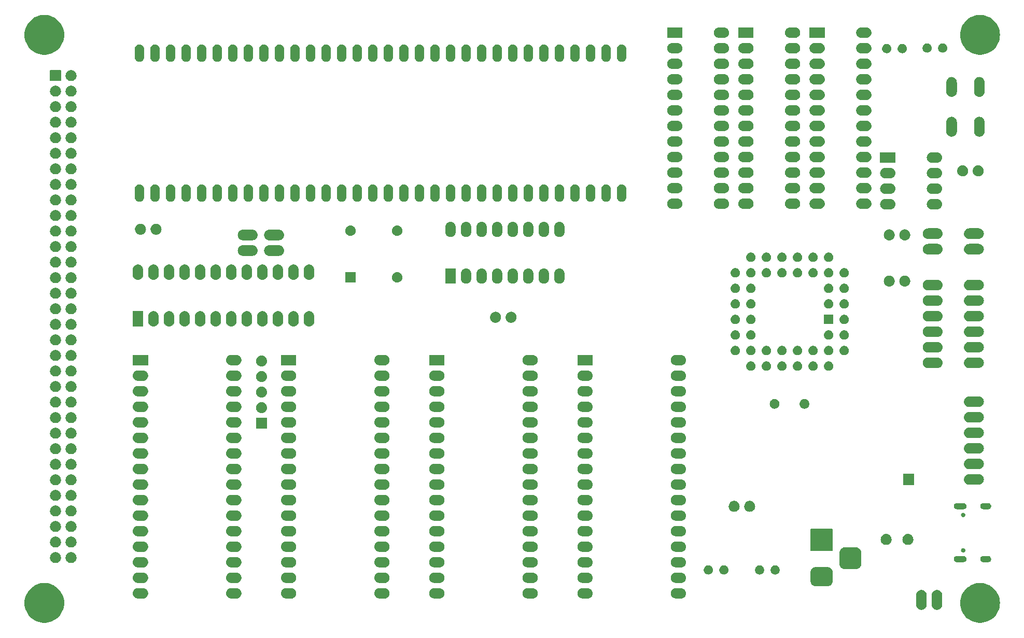
<source format=gbr>
%TF.GenerationSoftware,KiCad,Pcbnew,7.0.9*%
%TF.CreationDate,2024-04-05T20:33:33+01:00*%
%TF.ProjectId,rosco_m68k,726f7363-6f5f-46d3-9638-6b2e6b696361,2.2*%
%TF.SameCoordinates,Original*%
%TF.FileFunction,Soldermask,Top*%
%TF.FilePolarity,Negative*%
%FSLAX46Y46*%
G04 Gerber Fmt 4.6, Leading zero omitted, Abs format (unit mm)*
G04 Created by KiCad (PCBNEW 7.0.9) date 2024-04-05 20:33:33*
%MOMM*%
%LPD*%
G01*
G04 APERTURE LIST*
G04 APERTURE END LIST*
G36*
X72025953Y-148291827D02*
G01*
X72369735Y-148367499D01*
X72703319Y-148479897D01*
X73022796Y-148627702D01*
X73324419Y-148809183D01*
X73604653Y-149022211D01*
X73860211Y-149264289D01*
X74088099Y-149532579D01*
X74285643Y-149823934D01*
X74450528Y-150134941D01*
X74580820Y-150461951D01*
X74674993Y-150801131D01*
X74731942Y-151148505D01*
X74751000Y-151500000D01*
X74731942Y-151851495D01*
X74674993Y-152198869D01*
X74580820Y-152538049D01*
X74450528Y-152865059D01*
X74285643Y-153176066D01*
X74088099Y-153467421D01*
X73860211Y-153735711D01*
X73604653Y-153977789D01*
X73324419Y-154190817D01*
X73022796Y-154372298D01*
X72703319Y-154520103D01*
X72369735Y-154632501D01*
X72025953Y-154708173D01*
X71676006Y-154746232D01*
X71323994Y-154746232D01*
X70974047Y-154708173D01*
X70630265Y-154632501D01*
X70296681Y-154520103D01*
X69977204Y-154372298D01*
X69675581Y-154190817D01*
X69395347Y-153977789D01*
X69139789Y-153735711D01*
X68911901Y-153467421D01*
X68714357Y-153176066D01*
X68549472Y-152865059D01*
X68419180Y-152538049D01*
X68325007Y-152198869D01*
X68268058Y-151851495D01*
X68249000Y-151500000D01*
X68268058Y-151148505D01*
X68325007Y-150801131D01*
X68419180Y-150461951D01*
X68549472Y-150134941D01*
X68714357Y-149823934D01*
X68911901Y-149532579D01*
X69139789Y-149264289D01*
X69395347Y-149022211D01*
X69675581Y-148809183D01*
X69977204Y-148627702D01*
X70296681Y-148479897D01*
X70630265Y-148367499D01*
X70974047Y-148291827D01*
X71323994Y-148253768D01*
X71676006Y-148253768D01*
X72025953Y-148291827D01*
G37*
G36*
X224825953Y-148291827D02*
G01*
X225169735Y-148367499D01*
X225503319Y-148479897D01*
X225822796Y-148627702D01*
X226124419Y-148809183D01*
X226404653Y-149022211D01*
X226660211Y-149264289D01*
X226888099Y-149532579D01*
X227085643Y-149823934D01*
X227250528Y-150134941D01*
X227380820Y-150461951D01*
X227474993Y-150801131D01*
X227531942Y-151148505D01*
X227551000Y-151500000D01*
X227531942Y-151851495D01*
X227474993Y-152198869D01*
X227380820Y-152538049D01*
X227250528Y-152865059D01*
X227085643Y-153176066D01*
X226888099Y-153467421D01*
X226660211Y-153735711D01*
X226404653Y-153977789D01*
X226124419Y-154190817D01*
X225822796Y-154372298D01*
X225503319Y-154520103D01*
X225169735Y-154632501D01*
X224825953Y-154708173D01*
X224476006Y-154746232D01*
X224123994Y-154746232D01*
X223774047Y-154708173D01*
X223430265Y-154632501D01*
X223096681Y-154520103D01*
X222777204Y-154372298D01*
X222475581Y-154190817D01*
X222195347Y-153977789D01*
X221939789Y-153735711D01*
X221711901Y-153467421D01*
X221514357Y-153176066D01*
X221349472Y-152865059D01*
X221219180Y-152538049D01*
X221125007Y-152198869D01*
X221068058Y-151851495D01*
X221049000Y-151500000D01*
X221068058Y-151148505D01*
X221125007Y-150801131D01*
X221219180Y-150461951D01*
X221349472Y-150134941D01*
X221514357Y-149823934D01*
X221711901Y-149532579D01*
X221939789Y-149264289D01*
X222195347Y-149022211D01*
X222475581Y-148809183D01*
X222777204Y-148627702D01*
X223096681Y-148479897D01*
X223430265Y-148367499D01*
X223774047Y-148291827D01*
X224123994Y-148253768D01*
X224476006Y-148253768D01*
X224825953Y-148291827D01*
G37*
G36*
X214821558Y-149383012D02*
G01*
X214860676Y-149384996D01*
X214907308Y-149397069D01*
X214961037Y-149405878D01*
X214997612Y-149420450D01*
X215029708Y-149428761D01*
X215078333Y-149452612D01*
X215134518Y-149474999D01*
X215162114Y-149493710D01*
X215186472Y-149505658D01*
X215234023Y-149542465D01*
X215289083Y-149579797D01*
X215307858Y-149599618D01*
X215324547Y-149612536D01*
X215367602Y-149662688D01*
X215417506Y-149715372D01*
X215428463Y-149733583D01*
X215438284Y-149745023D01*
X215473246Y-149808012D01*
X215513782Y-149875384D01*
X215518635Y-149889789D01*
X215523017Y-149897683D01*
X215546310Y-149971924D01*
X215573410Y-150052352D01*
X215574399Y-150061449D01*
X215575290Y-150064288D01*
X215583668Y-150146682D01*
X215593600Y-150238000D01*
X215593600Y-151762000D01*
X215591097Y-151808154D01*
X215589169Y-151846181D01*
X215588988Y-151847058D01*
X215588538Y-151855372D01*
X215569597Y-151941416D01*
X215553380Y-152020334D01*
X215551011Y-152025853D01*
X215548393Y-152037749D01*
X215514073Y-152111930D01*
X215484522Y-152180793D01*
X215477638Y-152190682D01*
X215469982Y-152207232D01*
X215424217Y-152267433D01*
X215384774Y-152324104D01*
X215371667Y-152336562D01*
X215356970Y-152355897D01*
X215303951Y-152400931D01*
X215258219Y-152444403D01*
X215237756Y-152457157D01*
X215214641Y-152476792D01*
X215158532Y-152506538D01*
X215110038Y-152536766D01*
X215081772Y-152547234D01*
X215049651Y-152564264D01*
X214994280Y-152579637D01*
X214946304Y-152597406D01*
X214910564Y-152602881D01*
X214869715Y-152614223D01*
X214818351Y-152617007D01*
X214773708Y-152623847D01*
X214731598Y-152621711D01*
X214683246Y-152624333D01*
X214638433Y-152616986D01*
X214599323Y-152615003D01*
X214552699Y-152602931D01*
X214498963Y-152594122D01*
X214462382Y-152579546D01*
X214430291Y-152571238D01*
X214381672Y-152547389D01*
X214325482Y-152525001D01*
X214297882Y-152506288D01*
X214273527Y-152494341D01*
X214225978Y-152457535D01*
X214170917Y-152420203D01*
X214152140Y-152400380D01*
X214135452Y-152387463D01*
X214092396Y-152337309D01*
X214042494Y-152284628D01*
X214031536Y-152266416D01*
X214021715Y-152254976D01*
X213986748Y-152191977D01*
X213946218Y-152124616D01*
X213941364Y-152110212D01*
X213936982Y-152102316D01*
X213913679Y-152028045D01*
X213886590Y-151947648D01*
X213885600Y-151938553D01*
X213884709Y-151935711D01*
X213876324Y-151853255D01*
X213866400Y-151762000D01*
X213866400Y-150238000D01*
X213868892Y-150192021D01*
X213870830Y-150153818D01*
X213871011Y-150152933D01*
X213871462Y-150144628D01*
X213890384Y-150058665D01*
X213906619Y-149979665D01*
X213908990Y-149974139D01*
X213911607Y-149962251D01*
X213945907Y-149888112D01*
X213975477Y-149819206D01*
X213982364Y-149809309D01*
X213990018Y-149792768D01*
X214035762Y-149732592D01*
X214075225Y-149675895D01*
X214088337Y-149663430D01*
X214103030Y-149644103D01*
X214156029Y-149599085D01*
X214201780Y-149555596D01*
X214222250Y-149542836D01*
X214245359Y-149523208D01*
X214301450Y-149493470D01*
X214349961Y-149463233D01*
X214378236Y-149452761D01*
X214410349Y-149435736D01*
X214465704Y-149420366D01*
X214513695Y-149402593D01*
X214549444Y-149397116D01*
X214590285Y-149385777D01*
X214641637Y-149382992D01*
X214686291Y-149376152D01*
X214728410Y-149378288D01*
X214776754Y-149375667D01*
X214821558Y-149383012D01*
G37*
G36*
X217361558Y-149383012D02*
G01*
X217400676Y-149384996D01*
X217447308Y-149397069D01*
X217501037Y-149405878D01*
X217537612Y-149420450D01*
X217569708Y-149428761D01*
X217618333Y-149452612D01*
X217674518Y-149474999D01*
X217702114Y-149493710D01*
X217726472Y-149505658D01*
X217774023Y-149542465D01*
X217829083Y-149579797D01*
X217847858Y-149599618D01*
X217864547Y-149612536D01*
X217907602Y-149662688D01*
X217957506Y-149715372D01*
X217968463Y-149733583D01*
X217978284Y-149745023D01*
X218013246Y-149808012D01*
X218053782Y-149875384D01*
X218058635Y-149889789D01*
X218063017Y-149897683D01*
X218086310Y-149971924D01*
X218113410Y-150052352D01*
X218114399Y-150061449D01*
X218115290Y-150064288D01*
X218123668Y-150146682D01*
X218133600Y-150238000D01*
X218133600Y-151762000D01*
X218131097Y-151808154D01*
X218129169Y-151846181D01*
X218128988Y-151847058D01*
X218128538Y-151855372D01*
X218109597Y-151941416D01*
X218093380Y-152020334D01*
X218091011Y-152025853D01*
X218088393Y-152037749D01*
X218054073Y-152111930D01*
X218024522Y-152180793D01*
X218017638Y-152190682D01*
X218009982Y-152207232D01*
X217964217Y-152267433D01*
X217924774Y-152324104D01*
X217911667Y-152336562D01*
X217896970Y-152355897D01*
X217843951Y-152400931D01*
X217798219Y-152444403D01*
X217777756Y-152457157D01*
X217754641Y-152476792D01*
X217698532Y-152506538D01*
X217650038Y-152536766D01*
X217621772Y-152547234D01*
X217589651Y-152564264D01*
X217534280Y-152579637D01*
X217486304Y-152597406D01*
X217450564Y-152602881D01*
X217409715Y-152614223D01*
X217358351Y-152617007D01*
X217313708Y-152623847D01*
X217271598Y-152621711D01*
X217223246Y-152624333D01*
X217178433Y-152616986D01*
X217139323Y-152615003D01*
X217092699Y-152602931D01*
X217038963Y-152594122D01*
X217002382Y-152579546D01*
X216970291Y-152571238D01*
X216921672Y-152547389D01*
X216865482Y-152525001D01*
X216837882Y-152506288D01*
X216813527Y-152494341D01*
X216765978Y-152457535D01*
X216710917Y-152420203D01*
X216692140Y-152400380D01*
X216675452Y-152387463D01*
X216632396Y-152337309D01*
X216582494Y-152284628D01*
X216571536Y-152266416D01*
X216561715Y-152254976D01*
X216526748Y-152191977D01*
X216486218Y-152124616D01*
X216481364Y-152110212D01*
X216476982Y-152102316D01*
X216453679Y-152028045D01*
X216426590Y-151947648D01*
X216425600Y-151938553D01*
X216424709Y-151935711D01*
X216416324Y-151853255D01*
X216406400Y-151762000D01*
X216406400Y-150238000D01*
X216408892Y-150192021D01*
X216410830Y-150153818D01*
X216411011Y-150152933D01*
X216411462Y-150144628D01*
X216430384Y-150058665D01*
X216446619Y-149979665D01*
X216448990Y-149974139D01*
X216451607Y-149962251D01*
X216485907Y-149888112D01*
X216515477Y-149819206D01*
X216522364Y-149809309D01*
X216530018Y-149792768D01*
X216575762Y-149732592D01*
X216615225Y-149675895D01*
X216628337Y-149663430D01*
X216643030Y-149644103D01*
X216696029Y-149599085D01*
X216741780Y-149555596D01*
X216762250Y-149542836D01*
X216785359Y-149523208D01*
X216841450Y-149493470D01*
X216889961Y-149463233D01*
X216918236Y-149452761D01*
X216950349Y-149435736D01*
X217005704Y-149420366D01*
X217053695Y-149402593D01*
X217089444Y-149397116D01*
X217130285Y-149385777D01*
X217181637Y-149382992D01*
X217226291Y-149376152D01*
X217268410Y-149378288D01*
X217316754Y-149375667D01*
X217361558Y-149383012D01*
G37*
G36*
X87645979Y-149075093D02*
G01*
X87682906Y-149076966D01*
X87683761Y-149077141D01*
X87692009Y-149077589D01*
X87777379Y-149096380D01*
X87854562Y-149112241D01*
X87859958Y-149114556D01*
X87871726Y-149117147D01*
X87945110Y-149151098D01*
X88012677Y-149180094D01*
X88022381Y-149186848D01*
X88038736Y-149194415D01*
X88098216Y-149239630D01*
X88153901Y-149278388D01*
X88166143Y-149291267D01*
X88185232Y-149305778D01*
X88229695Y-149358124D01*
X88272437Y-149403089D01*
X88284975Y-149423205D01*
X88304363Y-149446030D01*
X88333738Y-149501437D01*
X88363453Y-149549110D01*
X88373742Y-149576893D01*
X88390559Y-149608612D01*
X88405739Y-149663286D01*
X88423208Y-149710454D01*
X88428591Y-149745592D01*
X88439789Y-149785924D01*
X88442538Y-149836635D01*
X88449263Y-149880529D01*
X88447163Y-149921929D01*
X88449752Y-149969672D01*
X88442497Y-150013919D01*
X88440548Y-150052368D01*
X88428680Y-150098205D01*
X88419981Y-150151267D01*
X88405589Y-150187387D01*
X88397422Y-150218932D01*
X88373978Y-150266724D01*
X88351869Y-150322216D01*
X88333389Y-150349470D01*
X88321648Y-150373408D01*
X88285475Y-150420139D01*
X88248600Y-150474526D01*
X88229020Y-150493072D01*
X88216331Y-150509466D01*
X88167067Y-150551757D01*
X88115003Y-150601075D01*
X88097003Y-150611905D01*
X88085780Y-150621540D01*
X88023987Y-150655837D01*
X87957326Y-150695947D01*
X87943071Y-150700749D01*
X87935344Y-150705039D01*
X87862639Y-150727850D01*
X87782940Y-150754704D01*
X87773927Y-150755684D01*
X87771174Y-150756548D01*
X87691295Y-150764670D01*
X87600000Y-150774600D01*
X87593657Y-150774600D01*
X86803177Y-150774600D01*
X86800000Y-150774600D01*
X86753865Y-150772098D01*
X86717093Y-150770233D01*
X86716243Y-150770058D01*
X86707991Y-150769611D01*
X86622566Y-150750807D01*
X86545437Y-150734958D01*
X86540044Y-150732643D01*
X86528274Y-150730053D01*
X86454872Y-150696093D01*
X86387322Y-150667105D01*
X86377619Y-150660352D01*
X86361264Y-150652785D01*
X86301778Y-150607565D01*
X86246098Y-150568811D01*
X86233855Y-150555932D01*
X86214768Y-150541422D01*
X86170304Y-150489075D01*
X86127562Y-150444110D01*
X86115022Y-150423992D01*
X86095637Y-150401170D01*
X86066263Y-150345766D01*
X86036546Y-150298089D01*
X86026255Y-150270302D01*
X86009441Y-150238588D01*
X85994262Y-150183920D01*
X85976791Y-150136745D01*
X85971406Y-150101600D01*
X85960211Y-150061276D01*
X85957461Y-150010573D01*
X85950736Y-149966670D01*
X85952836Y-149925260D01*
X85950248Y-149877528D01*
X85957500Y-149833289D01*
X85959451Y-149794831D01*
X85971322Y-149748981D01*
X85980019Y-149695933D01*
X85994407Y-149659821D01*
X86002577Y-149628267D01*
X86026027Y-149580459D01*
X86048131Y-149524984D01*
X86066604Y-149497737D01*
X86078351Y-149473791D01*
X86114537Y-149427042D01*
X86151400Y-149372674D01*
X86170972Y-149354133D01*
X86183668Y-149337733D01*
X86232953Y-149295423D01*
X86284997Y-149246125D01*
X86302989Y-149235299D01*
X86314219Y-149225659D01*
X86376045Y-149191342D01*
X86442674Y-149151253D01*
X86456921Y-149146452D01*
X86464655Y-149142160D01*
X86537417Y-149119330D01*
X86617060Y-149092496D01*
X86626066Y-149091516D01*
X86628825Y-149090651D01*
X86708790Y-149082519D01*
X86800000Y-149072600D01*
X87600000Y-149072600D01*
X87645979Y-149075093D01*
G37*
G36*
X102885979Y-149075093D02*
G01*
X102922906Y-149076966D01*
X102923761Y-149077141D01*
X102932009Y-149077589D01*
X103017379Y-149096380D01*
X103094562Y-149112241D01*
X103099958Y-149114556D01*
X103111726Y-149117147D01*
X103185110Y-149151098D01*
X103252677Y-149180094D01*
X103262381Y-149186848D01*
X103278736Y-149194415D01*
X103338216Y-149239630D01*
X103393901Y-149278388D01*
X103406143Y-149291267D01*
X103425232Y-149305778D01*
X103469695Y-149358124D01*
X103512437Y-149403089D01*
X103524975Y-149423205D01*
X103544363Y-149446030D01*
X103573738Y-149501437D01*
X103603453Y-149549110D01*
X103613742Y-149576893D01*
X103630559Y-149608612D01*
X103645739Y-149663286D01*
X103663208Y-149710454D01*
X103668591Y-149745592D01*
X103679789Y-149785924D01*
X103682538Y-149836635D01*
X103689263Y-149880529D01*
X103687163Y-149921929D01*
X103689752Y-149969672D01*
X103682497Y-150013919D01*
X103680548Y-150052368D01*
X103668680Y-150098205D01*
X103659981Y-150151267D01*
X103645589Y-150187387D01*
X103637422Y-150218932D01*
X103613978Y-150266724D01*
X103591869Y-150322216D01*
X103573389Y-150349470D01*
X103561648Y-150373408D01*
X103525475Y-150420139D01*
X103488600Y-150474526D01*
X103469020Y-150493072D01*
X103456331Y-150509466D01*
X103407067Y-150551757D01*
X103355003Y-150601075D01*
X103337003Y-150611905D01*
X103325780Y-150621540D01*
X103263987Y-150655837D01*
X103197326Y-150695947D01*
X103183071Y-150700749D01*
X103175344Y-150705039D01*
X103102639Y-150727850D01*
X103022940Y-150754704D01*
X103013927Y-150755684D01*
X103011174Y-150756548D01*
X102931295Y-150764670D01*
X102840000Y-150774600D01*
X102833657Y-150774600D01*
X102043177Y-150774600D01*
X102040000Y-150774600D01*
X101993865Y-150772098D01*
X101957093Y-150770233D01*
X101956243Y-150770058D01*
X101947991Y-150769611D01*
X101862566Y-150750807D01*
X101785437Y-150734958D01*
X101780044Y-150732643D01*
X101768274Y-150730053D01*
X101694872Y-150696093D01*
X101627322Y-150667105D01*
X101617619Y-150660352D01*
X101601264Y-150652785D01*
X101541778Y-150607565D01*
X101486098Y-150568811D01*
X101473855Y-150555932D01*
X101454768Y-150541422D01*
X101410304Y-150489075D01*
X101367562Y-150444110D01*
X101355022Y-150423992D01*
X101335637Y-150401170D01*
X101306263Y-150345766D01*
X101276546Y-150298089D01*
X101266255Y-150270302D01*
X101249441Y-150238588D01*
X101234262Y-150183920D01*
X101216791Y-150136745D01*
X101211406Y-150101600D01*
X101200211Y-150061276D01*
X101197461Y-150010573D01*
X101190736Y-149966670D01*
X101192836Y-149925260D01*
X101190248Y-149877528D01*
X101197500Y-149833289D01*
X101199451Y-149794831D01*
X101211322Y-149748981D01*
X101220019Y-149695933D01*
X101234407Y-149659821D01*
X101242577Y-149628267D01*
X101266027Y-149580459D01*
X101288131Y-149524984D01*
X101306604Y-149497737D01*
X101318351Y-149473791D01*
X101354537Y-149427042D01*
X101391400Y-149372674D01*
X101410972Y-149354133D01*
X101423668Y-149337733D01*
X101472953Y-149295423D01*
X101524997Y-149246125D01*
X101542989Y-149235299D01*
X101554219Y-149225659D01*
X101616045Y-149191342D01*
X101682674Y-149151253D01*
X101696921Y-149146452D01*
X101704655Y-149142160D01*
X101777417Y-149119330D01*
X101857060Y-149092496D01*
X101866066Y-149091516D01*
X101868825Y-149090651D01*
X101948790Y-149082519D01*
X102040000Y-149072600D01*
X102840000Y-149072600D01*
X102885979Y-149075093D01*
G37*
G36*
X111845979Y-149075093D02*
G01*
X111882906Y-149076966D01*
X111883761Y-149077141D01*
X111892009Y-149077589D01*
X111977379Y-149096380D01*
X112054562Y-149112241D01*
X112059958Y-149114556D01*
X112071726Y-149117147D01*
X112145110Y-149151098D01*
X112212677Y-149180094D01*
X112222381Y-149186848D01*
X112238736Y-149194415D01*
X112298216Y-149239630D01*
X112353901Y-149278388D01*
X112366143Y-149291267D01*
X112385232Y-149305778D01*
X112429695Y-149358124D01*
X112472437Y-149403089D01*
X112484975Y-149423205D01*
X112504363Y-149446030D01*
X112533738Y-149501437D01*
X112563453Y-149549110D01*
X112573742Y-149576893D01*
X112590559Y-149608612D01*
X112605739Y-149663286D01*
X112623208Y-149710454D01*
X112628591Y-149745592D01*
X112639789Y-149785924D01*
X112642538Y-149836635D01*
X112649263Y-149880529D01*
X112647163Y-149921929D01*
X112649752Y-149969672D01*
X112642497Y-150013919D01*
X112640548Y-150052368D01*
X112628680Y-150098205D01*
X112619981Y-150151267D01*
X112605589Y-150187387D01*
X112597422Y-150218932D01*
X112573978Y-150266724D01*
X112551869Y-150322216D01*
X112533389Y-150349470D01*
X112521648Y-150373408D01*
X112485475Y-150420139D01*
X112448600Y-150474526D01*
X112429020Y-150493072D01*
X112416331Y-150509466D01*
X112367067Y-150551757D01*
X112315003Y-150601075D01*
X112297003Y-150611905D01*
X112285780Y-150621540D01*
X112223987Y-150655837D01*
X112157326Y-150695947D01*
X112143071Y-150700749D01*
X112135344Y-150705039D01*
X112062639Y-150727850D01*
X111982940Y-150754704D01*
X111973927Y-150755684D01*
X111971174Y-150756548D01*
X111891295Y-150764670D01*
X111800000Y-150774600D01*
X111793657Y-150774600D01*
X111003177Y-150774600D01*
X111000000Y-150774600D01*
X110953865Y-150772098D01*
X110917093Y-150770233D01*
X110916243Y-150770058D01*
X110907991Y-150769611D01*
X110822566Y-150750807D01*
X110745437Y-150734958D01*
X110740044Y-150732643D01*
X110728274Y-150730053D01*
X110654872Y-150696093D01*
X110587322Y-150667105D01*
X110577619Y-150660352D01*
X110561264Y-150652785D01*
X110501778Y-150607565D01*
X110446098Y-150568811D01*
X110433855Y-150555932D01*
X110414768Y-150541422D01*
X110370304Y-150489075D01*
X110327562Y-150444110D01*
X110315022Y-150423992D01*
X110295637Y-150401170D01*
X110266263Y-150345766D01*
X110236546Y-150298089D01*
X110226255Y-150270302D01*
X110209441Y-150238588D01*
X110194262Y-150183920D01*
X110176791Y-150136745D01*
X110171406Y-150101600D01*
X110160211Y-150061276D01*
X110157461Y-150010573D01*
X110150736Y-149966670D01*
X110152836Y-149925260D01*
X110150248Y-149877528D01*
X110157500Y-149833289D01*
X110159451Y-149794831D01*
X110171322Y-149748981D01*
X110180019Y-149695933D01*
X110194407Y-149659821D01*
X110202577Y-149628267D01*
X110226027Y-149580459D01*
X110248131Y-149524984D01*
X110266604Y-149497737D01*
X110278351Y-149473791D01*
X110314537Y-149427042D01*
X110351400Y-149372674D01*
X110370972Y-149354133D01*
X110383668Y-149337733D01*
X110432953Y-149295423D01*
X110484997Y-149246125D01*
X110502989Y-149235299D01*
X110514219Y-149225659D01*
X110576045Y-149191342D01*
X110642674Y-149151253D01*
X110656921Y-149146452D01*
X110664655Y-149142160D01*
X110737417Y-149119330D01*
X110817060Y-149092496D01*
X110826066Y-149091516D01*
X110828825Y-149090651D01*
X110908790Y-149082519D01*
X111000000Y-149072600D01*
X111800000Y-149072600D01*
X111845979Y-149075093D01*
G37*
G36*
X127085979Y-149075093D02*
G01*
X127122906Y-149076966D01*
X127123761Y-149077141D01*
X127132009Y-149077589D01*
X127217379Y-149096380D01*
X127294562Y-149112241D01*
X127299958Y-149114556D01*
X127311726Y-149117147D01*
X127385110Y-149151098D01*
X127452677Y-149180094D01*
X127462381Y-149186848D01*
X127478736Y-149194415D01*
X127538216Y-149239630D01*
X127593901Y-149278388D01*
X127606143Y-149291267D01*
X127625232Y-149305778D01*
X127669695Y-149358124D01*
X127712437Y-149403089D01*
X127724975Y-149423205D01*
X127744363Y-149446030D01*
X127773738Y-149501437D01*
X127803453Y-149549110D01*
X127813742Y-149576893D01*
X127830559Y-149608612D01*
X127845739Y-149663286D01*
X127863208Y-149710454D01*
X127868591Y-149745592D01*
X127879789Y-149785924D01*
X127882538Y-149836635D01*
X127889263Y-149880529D01*
X127887163Y-149921929D01*
X127889752Y-149969672D01*
X127882497Y-150013919D01*
X127880548Y-150052368D01*
X127868680Y-150098205D01*
X127859981Y-150151267D01*
X127845589Y-150187387D01*
X127837422Y-150218932D01*
X127813978Y-150266724D01*
X127791869Y-150322216D01*
X127773389Y-150349470D01*
X127761648Y-150373408D01*
X127725475Y-150420139D01*
X127688600Y-150474526D01*
X127669020Y-150493072D01*
X127656331Y-150509466D01*
X127607067Y-150551757D01*
X127555003Y-150601075D01*
X127537003Y-150611905D01*
X127525780Y-150621540D01*
X127463987Y-150655837D01*
X127397326Y-150695947D01*
X127383071Y-150700749D01*
X127375344Y-150705039D01*
X127302639Y-150727850D01*
X127222940Y-150754704D01*
X127213927Y-150755684D01*
X127211174Y-150756548D01*
X127131295Y-150764670D01*
X127040000Y-150774600D01*
X127033657Y-150774600D01*
X126243177Y-150774600D01*
X126240000Y-150774600D01*
X126193865Y-150772098D01*
X126157093Y-150770233D01*
X126156243Y-150770058D01*
X126147991Y-150769611D01*
X126062566Y-150750807D01*
X125985437Y-150734958D01*
X125980044Y-150732643D01*
X125968274Y-150730053D01*
X125894872Y-150696093D01*
X125827322Y-150667105D01*
X125817619Y-150660352D01*
X125801264Y-150652785D01*
X125741778Y-150607565D01*
X125686098Y-150568811D01*
X125673855Y-150555932D01*
X125654768Y-150541422D01*
X125610304Y-150489075D01*
X125567562Y-150444110D01*
X125555022Y-150423992D01*
X125535637Y-150401170D01*
X125506263Y-150345766D01*
X125476546Y-150298089D01*
X125466255Y-150270302D01*
X125449441Y-150238588D01*
X125434262Y-150183920D01*
X125416791Y-150136745D01*
X125411406Y-150101600D01*
X125400211Y-150061276D01*
X125397461Y-150010573D01*
X125390736Y-149966670D01*
X125392836Y-149925260D01*
X125390248Y-149877528D01*
X125397500Y-149833289D01*
X125399451Y-149794831D01*
X125411322Y-149748981D01*
X125420019Y-149695933D01*
X125434407Y-149659821D01*
X125442577Y-149628267D01*
X125466027Y-149580459D01*
X125488131Y-149524984D01*
X125506604Y-149497737D01*
X125518351Y-149473791D01*
X125554537Y-149427042D01*
X125591400Y-149372674D01*
X125610972Y-149354133D01*
X125623668Y-149337733D01*
X125672953Y-149295423D01*
X125724997Y-149246125D01*
X125742989Y-149235299D01*
X125754219Y-149225659D01*
X125816045Y-149191342D01*
X125882674Y-149151253D01*
X125896921Y-149146452D01*
X125904655Y-149142160D01*
X125977417Y-149119330D01*
X126057060Y-149092496D01*
X126066066Y-149091516D01*
X126068825Y-149090651D01*
X126148790Y-149082519D01*
X126240000Y-149072600D01*
X127040000Y-149072600D01*
X127085979Y-149075093D01*
G37*
G36*
X136045979Y-149075093D02*
G01*
X136082906Y-149076966D01*
X136083761Y-149077141D01*
X136092009Y-149077589D01*
X136177379Y-149096380D01*
X136254562Y-149112241D01*
X136259958Y-149114556D01*
X136271726Y-149117147D01*
X136345110Y-149151098D01*
X136412677Y-149180094D01*
X136422381Y-149186848D01*
X136438736Y-149194415D01*
X136498216Y-149239630D01*
X136553901Y-149278388D01*
X136566143Y-149291267D01*
X136585232Y-149305778D01*
X136629695Y-149358124D01*
X136672437Y-149403089D01*
X136684975Y-149423205D01*
X136704363Y-149446030D01*
X136733738Y-149501437D01*
X136763453Y-149549110D01*
X136773742Y-149576893D01*
X136790559Y-149608612D01*
X136805739Y-149663286D01*
X136823208Y-149710454D01*
X136828591Y-149745592D01*
X136839789Y-149785924D01*
X136842538Y-149836635D01*
X136849263Y-149880529D01*
X136847163Y-149921929D01*
X136849752Y-149969672D01*
X136842497Y-150013919D01*
X136840548Y-150052368D01*
X136828680Y-150098205D01*
X136819981Y-150151267D01*
X136805589Y-150187387D01*
X136797422Y-150218932D01*
X136773978Y-150266724D01*
X136751869Y-150322216D01*
X136733389Y-150349470D01*
X136721648Y-150373408D01*
X136685475Y-150420139D01*
X136648600Y-150474526D01*
X136629020Y-150493072D01*
X136616331Y-150509466D01*
X136567067Y-150551757D01*
X136515003Y-150601075D01*
X136497003Y-150611905D01*
X136485780Y-150621540D01*
X136423987Y-150655837D01*
X136357326Y-150695947D01*
X136343071Y-150700749D01*
X136335344Y-150705039D01*
X136262639Y-150727850D01*
X136182940Y-150754704D01*
X136173927Y-150755684D01*
X136171174Y-150756548D01*
X136091295Y-150764670D01*
X136000000Y-150774600D01*
X135993657Y-150774600D01*
X135203177Y-150774600D01*
X135200000Y-150774600D01*
X135153865Y-150772098D01*
X135117093Y-150770233D01*
X135116243Y-150770058D01*
X135107991Y-150769611D01*
X135022566Y-150750807D01*
X134945437Y-150734958D01*
X134940044Y-150732643D01*
X134928274Y-150730053D01*
X134854872Y-150696093D01*
X134787322Y-150667105D01*
X134777619Y-150660352D01*
X134761264Y-150652785D01*
X134701778Y-150607565D01*
X134646098Y-150568811D01*
X134633855Y-150555932D01*
X134614768Y-150541422D01*
X134570304Y-150489075D01*
X134527562Y-150444110D01*
X134515022Y-150423992D01*
X134495637Y-150401170D01*
X134466263Y-150345766D01*
X134436546Y-150298089D01*
X134426255Y-150270302D01*
X134409441Y-150238588D01*
X134394262Y-150183920D01*
X134376791Y-150136745D01*
X134371406Y-150101600D01*
X134360211Y-150061276D01*
X134357461Y-150010573D01*
X134350736Y-149966670D01*
X134352836Y-149925260D01*
X134350248Y-149877528D01*
X134357500Y-149833289D01*
X134359451Y-149794831D01*
X134371322Y-149748981D01*
X134380019Y-149695933D01*
X134394407Y-149659821D01*
X134402577Y-149628267D01*
X134426027Y-149580459D01*
X134448131Y-149524984D01*
X134466604Y-149497737D01*
X134478351Y-149473791D01*
X134514537Y-149427042D01*
X134551400Y-149372674D01*
X134570972Y-149354133D01*
X134583668Y-149337733D01*
X134632953Y-149295423D01*
X134684997Y-149246125D01*
X134702989Y-149235299D01*
X134714219Y-149225659D01*
X134776045Y-149191342D01*
X134842674Y-149151253D01*
X134856921Y-149146452D01*
X134864655Y-149142160D01*
X134937417Y-149119330D01*
X135017060Y-149092496D01*
X135026066Y-149091516D01*
X135028825Y-149090651D01*
X135108790Y-149082519D01*
X135200000Y-149072600D01*
X136000000Y-149072600D01*
X136045979Y-149075093D01*
G37*
G36*
X151285979Y-149075093D02*
G01*
X151322906Y-149076966D01*
X151323761Y-149077141D01*
X151332009Y-149077589D01*
X151417379Y-149096380D01*
X151494562Y-149112241D01*
X151499958Y-149114556D01*
X151511726Y-149117147D01*
X151585110Y-149151098D01*
X151652677Y-149180094D01*
X151662381Y-149186848D01*
X151678736Y-149194415D01*
X151738216Y-149239630D01*
X151793901Y-149278388D01*
X151806143Y-149291267D01*
X151825232Y-149305778D01*
X151869695Y-149358124D01*
X151912437Y-149403089D01*
X151924975Y-149423205D01*
X151944363Y-149446030D01*
X151973738Y-149501437D01*
X152003453Y-149549110D01*
X152013742Y-149576893D01*
X152030559Y-149608612D01*
X152045739Y-149663286D01*
X152063208Y-149710454D01*
X152068591Y-149745592D01*
X152079789Y-149785924D01*
X152082538Y-149836635D01*
X152089263Y-149880529D01*
X152087163Y-149921929D01*
X152089752Y-149969672D01*
X152082497Y-150013919D01*
X152080548Y-150052368D01*
X152068680Y-150098205D01*
X152059981Y-150151267D01*
X152045589Y-150187387D01*
X152037422Y-150218932D01*
X152013978Y-150266724D01*
X151991869Y-150322216D01*
X151973389Y-150349470D01*
X151961648Y-150373408D01*
X151925475Y-150420139D01*
X151888600Y-150474526D01*
X151869020Y-150493072D01*
X151856331Y-150509466D01*
X151807067Y-150551757D01*
X151755003Y-150601075D01*
X151737003Y-150611905D01*
X151725780Y-150621540D01*
X151663987Y-150655837D01*
X151597326Y-150695947D01*
X151583071Y-150700749D01*
X151575344Y-150705039D01*
X151502639Y-150727850D01*
X151422940Y-150754704D01*
X151413927Y-150755684D01*
X151411174Y-150756548D01*
X151331295Y-150764670D01*
X151240000Y-150774600D01*
X151233657Y-150774600D01*
X150443177Y-150774600D01*
X150440000Y-150774600D01*
X150393865Y-150772098D01*
X150357093Y-150770233D01*
X150356243Y-150770058D01*
X150347991Y-150769611D01*
X150262566Y-150750807D01*
X150185437Y-150734958D01*
X150180044Y-150732643D01*
X150168274Y-150730053D01*
X150094872Y-150696093D01*
X150027322Y-150667105D01*
X150017619Y-150660352D01*
X150001264Y-150652785D01*
X149941778Y-150607565D01*
X149886098Y-150568811D01*
X149873855Y-150555932D01*
X149854768Y-150541422D01*
X149810304Y-150489075D01*
X149767562Y-150444110D01*
X149755022Y-150423992D01*
X149735637Y-150401170D01*
X149706263Y-150345766D01*
X149676546Y-150298089D01*
X149666255Y-150270302D01*
X149649441Y-150238588D01*
X149634262Y-150183920D01*
X149616791Y-150136745D01*
X149611406Y-150101600D01*
X149600211Y-150061276D01*
X149597461Y-150010573D01*
X149590736Y-149966670D01*
X149592836Y-149925260D01*
X149590248Y-149877528D01*
X149597500Y-149833289D01*
X149599451Y-149794831D01*
X149611322Y-149748981D01*
X149620019Y-149695933D01*
X149634407Y-149659821D01*
X149642577Y-149628267D01*
X149666027Y-149580459D01*
X149688131Y-149524984D01*
X149706604Y-149497737D01*
X149718351Y-149473791D01*
X149754537Y-149427042D01*
X149791400Y-149372674D01*
X149810972Y-149354133D01*
X149823668Y-149337733D01*
X149872953Y-149295423D01*
X149924997Y-149246125D01*
X149942989Y-149235299D01*
X149954219Y-149225659D01*
X150016045Y-149191342D01*
X150082674Y-149151253D01*
X150096921Y-149146452D01*
X150104655Y-149142160D01*
X150177417Y-149119330D01*
X150257060Y-149092496D01*
X150266066Y-149091516D01*
X150268825Y-149090651D01*
X150348790Y-149082519D01*
X150440000Y-149072600D01*
X151240000Y-149072600D01*
X151285979Y-149075093D01*
G37*
G36*
X160245979Y-149075093D02*
G01*
X160282906Y-149076966D01*
X160283761Y-149077141D01*
X160292009Y-149077589D01*
X160377379Y-149096380D01*
X160454562Y-149112241D01*
X160459958Y-149114556D01*
X160471726Y-149117147D01*
X160545110Y-149151098D01*
X160612677Y-149180094D01*
X160622381Y-149186848D01*
X160638736Y-149194415D01*
X160698216Y-149239630D01*
X160753901Y-149278388D01*
X160766143Y-149291267D01*
X160785232Y-149305778D01*
X160829695Y-149358124D01*
X160872437Y-149403089D01*
X160884975Y-149423205D01*
X160904363Y-149446030D01*
X160933738Y-149501437D01*
X160963453Y-149549110D01*
X160973742Y-149576893D01*
X160990559Y-149608612D01*
X161005739Y-149663286D01*
X161023208Y-149710454D01*
X161028591Y-149745592D01*
X161039789Y-149785924D01*
X161042538Y-149836635D01*
X161049263Y-149880529D01*
X161047163Y-149921929D01*
X161049752Y-149969672D01*
X161042497Y-150013919D01*
X161040548Y-150052368D01*
X161028680Y-150098205D01*
X161019981Y-150151267D01*
X161005589Y-150187387D01*
X160997422Y-150218932D01*
X160973978Y-150266724D01*
X160951869Y-150322216D01*
X160933389Y-150349470D01*
X160921648Y-150373408D01*
X160885475Y-150420139D01*
X160848600Y-150474526D01*
X160829020Y-150493072D01*
X160816331Y-150509466D01*
X160767067Y-150551757D01*
X160715003Y-150601075D01*
X160697003Y-150611905D01*
X160685780Y-150621540D01*
X160623987Y-150655837D01*
X160557326Y-150695947D01*
X160543071Y-150700749D01*
X160535344Y-150705039D01*
X160462639Y-150727850D01*
X160382940Y-150754704D01*
X160373927Y-150755684D01*
X160371174Y-150756548D01*
X160291295Y-150764670D01*
X160200000Y-150774600D01*
X160193657Y-150774600D01*
X159403177Y-150774600D01*
X159400000Y-150774600D01*
X159353865Y-150772098D01*
X159317093Y-150770233D01*
X159316243Y-150770058D01*
X159307991Y-150769611D01*
X159222566Y-150750807D01*
X159145437Y-150734958D01*
X159140044Y-150732643D01*
X159128274Y-150730053D01*
X159054872Y-150696093D01*
X158987322Y-150667105D01*
X158977619Y-150660352D01*
X158961264Y-150652785D01*
X158901778Y-150607565D01*
X158846098Y-150568811D01*
X158833855Y-150555932D01*
X158814768Y-150541422D01*
X158770304Y-150489075D01*
X158727562Y-150444110D01*
X158715022Y-150423992D01*
X158695637Y-150401170D01*
X158666263Y-150345766D01*
X158636546Y-150298089D01*
X158626255Y-150270302D01*
X158609441Y-150238588D01*
X158594262Y-150183920D01*
X158576791Y-150136745D01*
X158571406Y-150101600D01*
X158560211Y-150061276D01*
X158557461Y-150010573D01*
X158550736Y-149966670D01*
X158552836Y-149925260D01*
X158550248Y-149877528D01*
X158557500Y-149833289D01*
X158559451Y-149794831D01*
X158571322Y-149748981D01*
X158580019Y-149695933D01*
X158594407Y-149659821D01*
X158602577Y-149628267D01*
X158626027Y-149580459D01*
X158648131Y-149524984D01*
X158666604Y-149497737D01*
X158678351Y-149473791D01*
X158714537Y-149427042D01*
X158751400Y-149372674D01*
X158770972Y-149354133D01*
X158783668Y-149337733D01*
X158832953Y-149295423D01*
X158884997Y-149246125D01*
X158902989Y-149235299D01*
X158914219Y-149225659D01*
X158976045Y-149191342D01*
X159042674Y-149151253D01*
X159056921Y-149146452D01*
X159064655Y-149142160D01*
X159137417Y-149119330D01*
X159217060Y-149092496D01*
X159226066Y-149091516D01*
X159228825Y-149090651D01*
X159308790Y-149082519D01*
X159400000Y-149072600D01*
X160200000Y-149072600D01*
X160245979Y-149075093D01*
G37*
G36*
X175485979Y-149075093D02*
G01*
X175522906Y-149076966D01*
X175523761Y-149077141D01*
X175532009Y-149077589D01*
X175617379Y-149096380D01*
X175694562Y-149112241D01*
X175699958Y-149114556D01*
X175711726Y-149117147D01*
X175785110Y-149151098D01*
X175852677Y-149180094D01*
X175862381Y-149186848D01*
X175878736Y-149194415D01*
X175938216Y-149239630D01*
X175993901Y-149278388D01*
X176006143Y-149291267D01*
X176025232Y-149305778D01*
X176069695Y-149358124D01*
X176112437Y-149403089D01*
X176124975Y-149423205D01*
X176144363Y-149446030D01*
X176173738Y-149501437D01*
X176203453Y-149549110D01*
X176213742Y-149576893D01*
X176230559Y-149608612D01*
X176245739Y-149663286D01*
X176263208Y-149710454D01*
X176268591Y-149745592D01*
X176279789Y-149785924D01*
X176282538Y-149836635D01*
X176289263Y-149880529D01*
X176287163Y-149921929D01*
X176289752Y-149969672D01*
X176282497Y-150013919D01*
X176280548Y-150052368D01*
X176268680Y-150098205D01*
X176259981Y-150151267D01*
X176245589Y-150187387D01*
X176237422Y-150218932D01*
X176213978Y-150266724D01*
X176191869Y-150322216D01*
X176173389Y-150349470D01*
X176161648Y-150373408D01*
X176125475Y-150420139D01*
X176088600Y-150474526D01*
X176069020Y-150493072D01*
X176056331Y-150509466D01*
X176007067Y-150551757D01*
X175955003Y-150601075D01*
X175937003Y-150611905D01*
X175925780Y-150621540D01*
X175863987Y-150655837D01*
X175797326Y-150695947D01*
X175783071Y-150700749D01*
X175775344Y-150705039D01*
X175702639Y-150727850D01*
X175622940Y-150754704D01*
X175613927Y-150755684D01*
X175611174Y-150756548D01*
X175531295Y-150764670D01*
X175440000Y-150774600D01*
X175433657Y-150774600D01*
X174643177Y-150774600D01*
X174640000Y-150774600D01*
X174593865Y-150772098D01*
X174557093Y-150770233D01*
X174556243Y-150770058D01*
X174547991Y-150769611D01*
X174462566Y-150750807D01*
X174385437Y-150734958D01*
X174380044Y-150732643D01*
X174368274Y-150730053D01*
X174294872Y-150696093D01*
X174227322Y-150667105D01*
X174217619Y-150660352D01*
X174201264Y-150652785D01*
X174141778Y-150607565D01*
X174086098Y-150568811D01*
X174073855Y-150555932D01*
X174054768Y-150541422D01*
X174010304Y-150489075D01*
X173967562Y-150444110D01*
X173955022Y-150423992D01*
X173935637Y-150401170D01*
X173906263Y-150345766D01*
X173876546Y-150298089D01*
X173866255Y-150270302D01*
X173849441Y-150238588D01*
X173834262Y-150183920D01*
X173816791Y-150136745D01*
X173811406Y-150101600D01*
X173800211Y-150061276D01*
X173797461Y-150010573D01*
X173790736Y-149966670D01*
X173792836Y-149925260D01*
X173790248Y-149877528D01*
X173797500Y-149833289D01*
X173799451Y-149794831D01*
X173811322Y-149748981D01*
X173820019Y-149695933D01*
X173834407Y-149659821D01*
X173842577Y-149628267D01*
X173866027Y-149580459D01*
X173888131Y-149524984D01*
X173906604Y-149497737D01*
X173918351Y-149473791D01*
X173954537Y-149427042D01*
X173991400Y-149372674D01*
X174010972Y-149354133D01*
X174023668Y-149337733D01*
X174072953Y-149295423D01*
X174124997Y-149246125D01*
X174142989Y-149235299D01*
X174154219Y-149225659D01*
X174216045Y-149191342D01*
X174282674Y-149151253D01*
X174296921Y-149146452D01*
X174304655Y-149142160D01*
X174377417Y-149119330D01*
X174457060Y-149092496D01*
X174466066Y-149091516D01*
X174468825Y-149090651D01*
X174548790Y-149082519D01*
X174640000Y-149072600D01*
X175440000Y-149072600D01*
X175485979Y-149075093D01*
G37*
G36*
X199436188Y-145643283D02*
G01*
X199548401Y-145652114D01*
X199572955Y-145658693D01*
X199603039Y-145662083D01*
X199660029Y-145682024D01*
X199711604Y-145695844D01*
X199738089Y-145709338D01*
X199772341Y-145721324D01*
X199818352Y-145750235D01*
X199860684Y-145771804D01*
X199888403Y-145794251D01*
X199924215Y-145816753D01*
X199958377Y-145850915D01*
X199990705Y-145877094D01*
X200016883Y-145909421D01*
X200051047Y-145943585D01*
X200073549Y-145979397D01*
X200095995Y-146007115D01*
X200117562Y-146049443D01*
X200146476Y-146095459D01*
X200158462Y-146129714D01*
X200171955Y-146156195D01*
X200185772Y-146207762D01*
X200205717Y-146264761D01*
X200209107Y-146294849D01*
X200215685Y-146319398D01*
X200224513Y-146431586D01*
X200225800Y-146443000D01*
X200225800Y-147943000D01*
X200224513Y-147954417D01*
X200215685Y-148066601D01*
X200209107Y-148091149D01*
X200205717Y-148121239D01*
X200185771Y-148178241D01*
X200171955Y-148229804D01*
X200158463Y-148256282D01*
X200146476Y-148290541D01*
X200117559Y-148336561D01*
X200095995Y-148378884D01*
X200073552Y-148406598D01*
X200051047Y-148442415D01*
X200016879Y-148476582D01*
X199990705Y-148508905D01*
X199958382Y-148535079D01*
X199924215Y-148569247D01*
X199888398Y-148591752D01*
X199860684Y-148614195D01*
X199818361Y-148635759D01*
X199772341Y-148664676D01*
X199738082Y-148676663D01*
X199711604Y-148690155D01*
X199660041Y-148703971D01*
X199603039Y-148723917D01*
X199572949Y-148727307D01*
X199548401Y-148733885D01*
X199436215Y-148742713D01*
X199424800Y-148744000D01*
X197424800Y-148744000D01*
X197413384Y-148742713D01*
X197301198Y-148733885D01*
X197276649Y-148727307D01*
X197246561Y-148723917D01*
X197189562Y-148703972D01*
X197137995Y-148690155D01*
X197111514Y-148676662D01*
X197077259Y-148664676D01*
X197031243Y-148635762D01*
X196988915Y-148614195D01*
X196961197Y-148591749D01*
X196925385Y-148569247D01*
X196891221Y-148535083D01*
X196858894Y-148508905D01*
X196832715Y-148476577D01*
X196798553Y-148442415D01*
X196776051Y-148406603D01*
X196753604Y-148378884D01*
X196732035Y-148336552D01*
X196703124Y-148290541D01*
X196691138Y-148256289D01*
X196677644Y-148229804D01*
X196663824Y-148178229D01*
X196643883Y-148121239D01*
X196640493Y-148091155D01*
X196633914Y-148066601D01*
X196625082Y-147954386D01*
X196623800Y-147943000D01*
X196623800Y-146443000D01*
X196625082Y-146431613D01*
X196633914Y-146319398D01*
X196640493Y-146294842D01*
X196643883Y-146264761D01*
X196663823Y-146207774D01*
X196677644Y-146156195D01*
X196691139Y-146129707D01*
X196703124Y-146095459D01*
X196732032Y-146049451D01*
X196753604Y-146007115D01*
X196776054Y-145979391D01*
X196798553Y-145943585D01*
X196832710Y-145909427D01*
X196858894Y-145877094D01*
X196891227Y-145850910D01*
X196925385Y-145816753D01*
X196961191Y-145794254D01*
X196988915Y-145771804D01*
X197031251Y-145750232D01*
X197077259Y-145721324D01*
X197111507Y-145709339D01*
X197137995Y-145695844D01*
X197189574Y-145682023D01*
X197246561Y-145662083D01*
X197276642Y-145658693D01*
X197301198Y-145652114D01*
X197413415Y-145643282D01*
X197424800Y-145642000D01*
X199424800Y-145642000D01*
X199436188Y-145643283D01*
G37*
G36*
X87645979Y-146535093D02*
G01*
X87682906Y-146536966D01*
X87683761Y-146537141D01*
X87692009Y-146537589D01*
X87777379Y-146556380D01*
X87854562Y-146572241D01*
X87859958Y-146574556D01*
X87871726Y-146577147D01*
X87945110Y-146611098D01*
X88012677Y-146640094D01*
X88022381Y-146646848D01*
X88038736Y-146654415D01*
X88098216Y-146699630D01*
X88153901Y-146738388D01*
X88166143Y-146751267D01*
X88185232Y-146765778D01*
X88229695Y-146818124D01*
X88272437Y-146863089D01*
X88284975Y-146883205D01*
X88304363Y-146906030D01*
X88333738Y-146961437D01*
X88363453Y-147009110D01*
X88373742Y-147036893D01*
X88390559Y-147068612D01*
X88405739Y-147123286D01*
X88423208Y-147170454D01*
X88428591Y-147205592D01*
X88439789Y-147245924D01*
X88442538Y-147296635D01*
X88449263Y-147340529D01*
X88447163Y-147381929D01*
X88449752Y-147429672D01*
X88442497Y-147473919D01*
X88440548Y-147512368D01*
X88428680Y-147558205D01*
X88419981Y-147611267D01*
X88405589Y-147647387D01*
X88397422Y-147678932D01*
X88373978Y-147726724D01*
X88351869Y-147782216D01*
X88333389Y-147809470D01*
X88321648Y-147833408D01*
X88285475Y-147880139D01*
X88248600Y-147934526D01*
X88229020Y-147953072D01*
X88216331Y-147969466D01*
X88167067Y-148011757D01*
X88115003Y-148061075D01*
X88097003Y-148071905D01*
X88085780Y-148081540D01*
X88023987Y-148115837D01*
X87957326Y-148155947D01*
X87943071Y-148160749D01*
X87935344Y-148165039D01*
X87862639Y-148187850D01*
X87782940Y-148214704D01*
X87773927Y-148215684D01*
X87771174Y-148216548D01*
X87691295Y-148224670D01*
X87600000Y-148234600D01*
X87593657Y-148234600D01*
X86803177Y-148234600D01*
X86800000Y-148234600D01*
X86753865Y-148232098D01*
X86717093Y-148230233D01*
X86716243Y-148230058D01*
X86707991Y-148229611D01*
X86622566Y-148210807D01*
X86545437Y-148194958D01*
X86540044Y-148192643D01*
X86528274Y-148190053D01*
X86454872Y-148156093D01*
X86387322Y-148127105D01*
X86377619Y-148120352D01*
X86361264Y-148112785D01*
X86301778Y-148067565D01*
X86246098Y-148028811D01*
X86233855Y-148015932D01*
X86214768Y-148001422D01*
X86170304Y-147949075D01*
X86127562Y-147904110D01*
X86115022Y-147883992D01*
X86095637Y-147861170D01*
X86066263Y-147805766D01*
X86036546Y-147758089D01*
X86026255Y-147730302D01*
X86009441Y-147698588D01*
X85994262Y-147643920D01*
X85976791Y-147596745D01*
X85971406Y-147561600D01*
X85960211Y-147521276D01*
X85957461Y-147470573D01*
X85950736Y-147426670D01*
X85952836Y-147385260D01*
X85950248Y-147337528D01*
X85957500Y-147293289D01*
X85959451Y-147254831D01*
X85971322Y-147208981D01*
X85980019Y-147155933D01*
X85994407Y-147119821D01*
X86002577Y-147088267D01*
X86026027Y-147040459D01*
X86048131Y-146984984D01*
X86066604Y-146957737D01*
X86078351Y-146933791D01*
X86114537Y-146887042D01*
X86151400Y-146832674D01*
X86170972Y-146814133D01*
X86183668Y-146797733D01*
X86232953Y-146755423D01*
X86284997Y-146706125D01*
X86302989Y-146695299D01*
X86314219Y-146685659D01*
X86376045Y-146651342D01*
X86442674Y-146611253D01*
X86456921Y-146606452D01*
X86464655Y-146602160D01*
X86537417Y-146579330D01*
X86617060Y-146552496D01*
X86626066Y-146551516D01*
X86628825Y-146550651D01*
X86708790Y-146542519D01*
X86800000Y-146532600D01*
X87600000Y-146532600D01*
X87645979Y-146535093D01*
G37*
G36*
X102885979Y-146535093D02*
G01*
X102922906Y-146536966D01*
X102923761Y-146537141D01*
X102932009Y-146537589D01*
X103017379Y-146556380D01*
X103094562Y-146572241D01*
X103099958Y-146574556D01*
X103111726Y-146577147D01*
X103185110Y-146611098D01*
X103252677Y-146640094D01*
X103262381Y-146646848D01*
X103278736Y-146654415D01*
X103338216Y-146699630D01*
X103393901Y-146738388D01*
X103406143Y-146751267D01*
X103425232Y-146765778D01*
X103469695Y-146818124D01*
X103512437Y-146863089D01*
X103524975Y-146883205D01*
X103544363Y-146906030D01*
X103573738Y-146961437D01*
X103603453Y-147009110D01*
X103613742Y-147036893D01*
X103630559Y-147068612D01*
X103645739Y-147123286D01*
X103663208Y-147170454D01*
X103668591Y-147205592D01*
X103679789Y-147245924D01*
X103682538Y-147296635D01*
X103689263Y-147340529D01*
X103687163Y-147381929D01*
X103689752Y-147429672D01*
X103682497Y-147473919D01*
X103680548Y-147512368D01*
X103668680Y-147558205D01*
X103659981Y-147611267D01*
X103645589Y-147647387D01*
X103637422Y-147678932D01*
X103613978Y-147726724D01*
X103591869Y-147782216D01*
X103573389Y-147809470D01*
X103561648Y-147833408D01*
X103525475Y-147880139D01*
X103488600Y-147934526D01*
X103469020Y-147953072D01*
X103456331Y-147969466D01*
X103407067Y-148011757D01*
X103355003Y-148061075D01*
X103337003Y-148071905D01*
X103325780Y-148081540D01*
X103263987Y-148115837D01*
X103197326Y-148155947D01*
X103183071Y-148160749D01*
X103175344Y-148165039D01*
X103102639Y-148187850D01*
X103022940Y-148214704D01*
X103013927Y-148215684D01*
X103011174Y-148216548D01*
X102931295Y-148224670D01*
X102840000Y-148234600D01*
X102833657Y-148234600D01*
X102043177Y-148234600D01*
X102040000Y-148234600D01*
X101993865Y-148232098D01*
X101957093Y-148230233D01*
X101956243Y-148230058D01*
X101947991Y-148229611D01*
X101862566Y-148210807D01*
X101785437Y-148194958D01*
X101780044Y-148192643D01*
X101768274Y-148190053D01*
X101694872Y-148156093D01*
X101627322Y-148127105D01*
X101617619Y-148120352D01*
X101601264Y-148112785D01*
X101541778Y-148067565D01*
X101486098Y-148028811D01*
X101473855Y-148015932D01*
X101454768Y-148001422D01*
X101410304Y-147949075D01*
X101367562Y-147904110D01*
X101355022Y-147883992D01*
X101335637Y-147861170D01*
X101306263Y-147805766D01*
X101276546Y-147758089D01*
X101266255Y-147730302D01*
X101249441Y-147698588D01*
X101234262Y-147643920D01*
X101216791Y-147596745D01*
X101211406Y-147561600D01*
X101200211Y-147521276D01*
X101197461Y-147470573D01*
X101190736Y-147426670D01*
X101192836Y-147385260D01*
X101190248Y-147337528D01*
X101197500Y-147293289D01*
X101199451Y-147254831D01*
X101211322Y-147208981D01*
X101220019Y-147155933D01*
X101234407Y-147119821D01*
X101242577Y-147088267D01*
X101266027Y-147040459D01*
X101288131Y-146984984D01*
X101306604Y-146957737D01*
X101318351Y-146933791D01*
X101354537Y-146887042D01*
X101391400Y-146832674D01*
X101410972Y-146814133D01*
X101423668Y-146797733D01*
X101472953Y-146755423D01*
X101524997Y-146706125D01*
X101542989Y-146695299D01*
X101554219Y-146685659D01*
X101616045Y-146651342D01*
X101682674Y-146611253D01*
X101696921Y-146606452D01*
X101704655Y-146602160D01*
X101777417Y-146579330D01*
X101857060Y-146552496D01*
X101866066Y-146551516D01*
X101868825Y-146550651D01*
X101948790Y-146542519D01*
X102040000Y-146532600D01*
X102840000Y-146532600D01*
X102885979Y-146535093D01*
G37*
G36*
X111845979Y-146535093D02*
G01*
X111882906Y-146536966D01*
X111883761Y-146537141D01*
X111892009Y-146537589D01*
X111977379Y-146556380D01*
X112054562Y-146572241D01*
X112059958Y-146574556D01*
X112071726Y-146577147D01*
X112145110Y-146611098D01*
X112212677Y-146640094D01*
X112222381Y-146646848D01*
X112238736Y-146654415D01*
X112298216Y-146699630D01*
X112353901Y-146738388D01*
X112366143Y-146751267D01*
X112385232Y-146765778D01*
X112429695Y-146818124D01*
X112472437Y-146863089D01*
X112484975Y-146883205D01*
X112504363Y-146906030D01*
X112533738Y-146961437D01*
X112563453Y-147009110D01*
X112573742Y-147036893D01*
X112590559Y-147068612D01*
X112605739Y-147123286D01*
X112623208Y-147170454D01*
X112628591Y-147205592D01*
X112639789Y-147245924D01*
X112642538Y-147296635D01*
X112649263Y-147340529D01*
X112647163Y-147381929D01*
X112649752Y-147429672D01*
X112642497Y-147473919D01*
X112640548Y-147512368D01*
X112628680Y-147558205D01*
X112619981Y-147611267D01*
X112605589Y-147647387D01*
X112597422Y-147678932D01*
X112573978Y-147726724D01*
X112551869Y-147782216D01*
X112533389Y-147809470D01*
X112521648Y-147833408D01*
X112485475Y-147880139D01*
X112448600Y-147934526D01*
X112429020Y-147953072D01*
X112416331Y-147969466D01*
X112367067Y-148011757D01*
X112315003Y-148061075D01*
X112297003Y-148071905D01*
X112285780Y-148081540D01*
X112223987Y-148115837D01*
X112157326Y-148155947D01*
X112143071Y-148160749D01*
X112135344Y-148165039D01*
X112062639Y-148187850D01*
X111982940Y-148214704D01*
X111973927Y-148215684D01*
X111971174Y-148216548D01*
X111891295Y-148224670D01*
X111800000Y-148234600D01*
X111793657Y-148234600D01*
X111003177Y-148234600D01*
X111000000Y-148234600D01*
X110953865Y-148232098D01*
X110917093Y-148230233D01*
X110916243Y-148230058D01*
X110907991Y-148229611D01*
X110822566Y-148210807D01*
X110745437Y-148194958D01*
X110740044Y-148192643D01*
X110728274Y-148190053D01*
X110654872Y-148156093D01*
X110587322Y-148127105D01*
X110577619Y-148120352D01*
X110561264Y-148112785D01*
X110501778Y-148067565D01*
X110446098Y-148028811D01*
X110433855Y-148015932D01*
X110414768Y-148001422D01*
X110370304Y-147949075D01*
X110327562Y-147904110D01*
X110315022Y-147883992D01*
X110295637Y-147861170D01*
X110266263Y-147805766D01*
X110236546Y-147758089D01*
X110226255Y-147730302D01*
X110209441Y-147698588D01*
X110194262Y-147643920D01*
X110176791Y-147596745D01*
X110171406Y-147561600D01*
X110160211Y-147521276D01*
X110157461Y-147470573D01*
X110150736Y-147426670D01*
X110152836Y-147385260D01*
X110150248Y-147337528D01*
X110157500Y-147293289D01*
X110159451Y-147254831D01*
X110171322Y-147208981D01*
X110180019Y-147155933D01*
X110194407Y-147119821D01*
X110202577Y-147088267D01*
X110226027Y-147040459D01*
X110248131Y-146984984D01*
X110266604Y-146957737D01*
X110278351Y-146933791D01*
X110314537Y-146887042D01*
X110351400Y-146832674D01*
X110370972Y-146814133D01*
X110383668Y-146797733D01*
X110432953Y-146755423D01*
X110484997Y-146706125D01*
X110502989Y-146695299D01*
X110514219Y-146685659D01*
X110576045Y-146651342D01*
X110642674Y-146611253D01*
X110656921Y-146606452D01*
X110664655Y-146602160D01*
X110737417Y-146579330D01*
X110817060Y-146552496D01*
X110826066Y-146551516D01*
X110828825Y-146550651D01*
X110908790Y-146542519D01*
X111000000Y-146532600D01*
X111800000Y-146532600D01*
X111845979Y-146535093D01*
G37*
G36*
X127085979Y-146535093D02*
G01*
X127122906Y-146536966D01*
X127123761Y-146537141D01*
X127132009Y-146537589D01*
X127217379Y-146556380D01*
X127294562Y-146572241D01*
X127299958Y-146574556D01*
X127311726Y-146577147D01*
X127385110Y-146611098D01*
X127452677Y-146640094D01*
X127462381Y-146646848D01*
X127478736Y-146654415D01*
X127538216Y-146699630D01*
X127593901Y-146738388D01*
X127606143Y-146751267D01*
X127625232Y-146765778D01*
X127669695Y-146818124D01*
X127712437Y-146863089D01*
X127724975Y-146883205D01*
X127744363Y-146906030D01*
X127773738Y-146961437D01*
X127803453Y-147009110D01*
X127813742Y-147036893D01*
X127830559Y-147068612D01*
X127845739Y-147123286D01*
X127863208Y-147170454D01*
X127868591Y-147205592D01*
X127879789Y-147245924D01*
X127882538Y-147296635D01*
X127889263Y-147340529D01*
X127887163Y-147381929D01*
X127889752Y-147429672D01*
X127882497Y-147473919D01*
X127880548Y-147512368D01*
X127868680Y-147558205D01*
X127859981Y-147611267D01*
X127845589Y-147647387D01*
X127837422Y-147678932D01*
X127813978Y-147726724D01*
X127791869Y-147782216D01*
X127773389Y-147809470D01*
X127761648Y-147833408D01*
X127725475Y-147880139D01*
X127688600Y-147934526D01*
X127669020Y-147953072D01*
X127656331Y-147969466D01*
X127607067Y-148011757D01*
X127555003Y-148061075D01*
X127537003Y-148071905D01*
X127525780Y-148081540D01*
X127463987Y-148115837D01*
X127397326Y-148155947D01*
X127383071Y-148160749D01*
X127375344Y-148165039D01*
X127302639Y-148187850D01*
X127222940Y-148214704D01*
X127213927Y-148215684D01*
X127211174Y-148216548D01*
X127131295Y-148224670D01*
X127040000Y-148234600D01*
X127033657Y-148234600D01*
X126243177Y-148234600D01*
X126240000Y-148234600D01*
X126193865Y-148232098D01*
X126157093Y-148230233D01*
X126156243Y-148230058D01*
X126147991Y-148229611D01*
X126062566Y-148210807D01*
X125985437Y-148194958D01*
X125980044Y-148192643D01*
X125968274Y-148190053D01*
X125894872Y-148156093D01*
X125827322Y-148127105D01*
X125817619Y-148120352D01*
X125801264Y-148112785D01*
X125741778Y-148067565D01*
X125686098Y-148028811D01*
X125673855Y-148015932D01*
X125654768Y-148001422D01*
X125610304Y-147949075D01*
X125567562Y-147904110D01*
X125555022Y-147883992D01*
X125535637Y-147861170D01*
X125506263Y-147805766D01*
X125476546Y-147758089D01*
X125466255Y-147730302D01*
X125449441Y-147698588D01*
X125434262Y-147643920D01*
X125416791Y-147596745D01*
X125411406Y-147561600D01*
X125400211Y-147521276D01*
X125397461Y-147470573D01*
X125390736Y-147426670D01*
X125392836Y-147385260D01*
X125390248Y-147337528D01*
X125397500Y-147293289D01*
X125399451Y-147254831D01*
X125411322Y-147208981D01*
X125420019Y-147155933D01*
X125434407Y-147119821D01*
X125442577Y-147088267D01*
X125466027Y-147040459D01*
X125488131Y-146984984D01*
X125506604Y-146957737D01*
X125518351Y-146933791D01*
X125554537Y-146887042D01*
X125591400Y-146832674D01*
X125610972Y-146814133D01*
X125623668Y-146797733D01*
X125672953Y-146755423D01*
X125724997Y-146706125D01*
X125742989Y-146695299D01*
X125754219Y-146685659D01*
X125816045Y-146651342D01*
X125882674Y-146611253D01*
X125896921Y-146606452D01*
X125904655Y-146602160D01*
X125977417Y-146579330D01*
X126057060Y-146552496D01*
X126066066Y-146551516D01*
X126068825Y-146550651D01*
X126148790Y-146542519D01*
X126240000Y-146532600D01*
X127040000Y-146532600D01*
X127085979Y-146535093D01*
G37*
G36*
X136045979Y-146535093D02*
G01*
X136082906Y-146536966D01*
X136083761Y-146537141D01*
X136092009Y-146537589D01*
X136177379Y-146556380D01*
X136254562Y-146572241D01*
X136259958Y-146574556D01*
X136271726Y-146577147D01*
X136345110Y-146611098D01*
X136412677Y-146640094D01*
X136422381Y-146646848D01*
X136438736Y-146654415D01*
X136498216Y-146699630D01*
X136553901Y-146738388D01*
X136566143Y-146751267D01*
X136585232Y-146765778D01*
X136629695Y-146818124D01*
X136672437Y-146863089D01*
X136684975Y-146883205D01*
X136704363Y-146906030D01*
X136733738Y-146961437D01*
X136763453Y-147009110D01*
X136773742Y-147036893D01*
X136790559Y-147068612D01*
X136805739Y-147123286D01*
X136823208Y-147170454D01*
X136828591Y-147205592D01*
X136839789Y-147245924D01*
X136842538Y-147296635D01*
X136849263Y-147340529D01*
X136847163Y-147381929D01*
X136849752Y-147429672D01*
X136842497Y-147473919D01*
X136840548Y-147512368D01*
X136828680Y-147558205D01*
X136819981Y-147611267D01*
X136805589Y-147647387D01*
X136797422Y-147678932D01*
X136773978Y-147726724D01*
X136751869Y-147782216D01*
X136733389Y-147809470D01*
X136721648Y-147833408D01*
X136685475Y-147880139D01*
X136648600Y-147934526D01*
X136629020Y-147953072D01*
X136616331Y-147969466D01*
X136567067Y-148011757D01*
X136515003Y-148061075D01*
X136497003Y-148071905D01*
X136485780Y-148081540D01*
X136423987Y-148115837D01*
X136357326Y-148155947D01*
X136343071Y-148160749D01*
X136335344Y-148165039D01*
X136262639Y-148187850D01*
X136182940Y-148214704D01*
X136173927Y-148215684D01*
X136171174Y-148216548D01*
X136091295Y-148224670D01*
X136000000Y-148234600D01*
X135993657Y-148234600D01*
X135203177Y-148234600D01*
X135200000Y-148234600D01*
X135153865Y-148232098D01*
X135117093Y-148230233D01*
X135116243Y-148230058D01*
X135107991Y-148229611D01*
X135022566Y-148210807D01*
X134945437Y-148194958D01*
X134940044Y-148192643D01*
X134928274Y-148190053D01*
X134854872Y-148156093D01*
X134787322Y-148127105D01*
X134777619Y-148120352D01*
X134761264Y-148112785D01*
X134701778Y-148067565D01*
X134646098Y-148028811D01*
X134633855Y-148015932D01*
X134614768Y-148001422D01*
X134570304Y-147949075D01*
X134527562Y-147904110D01*
X134515022Y-147883992D01*
X134495637Y-147861170D01*
X134466263Y-147805766D01*
X134436546Y-147758089D01*
X134426255Y-147730302D01*
X134409441Y-147698588D01*
X134394262Y-147643920D01*
X134376791Y-147596745D01*
X134371406Y-147561600D01*
X134360211Y-147521276D01*
X134357461Y-147470573D01*
X134350736Y-147426670D01*
X134352836Y-147385260D01*
X134350248Y-147337528D01*
X134357500Y-147293289D01*
X134359451Y-147254831D01*
X134371322Y-147208981D01*
X134380019Y-147155933D01*
X134394407Y-147119821D01*
X134402577Y-147088267D01*
X134426027Y-147040459D01*
X134448131Y-146984984D01*
X134466604Y-146957737D01*
X134478351Y-146933791D01*
X134514537Y-146887042D01*
X134551400Y-146832674D01*
X134570972Y-146814133D01*
X134583668Y-146797733D01*
X134632953Y-146755423D01*
X134684997Y-146706125D01*
X134702989Y-146695299D01*
X134714219Y-146685659D01*
X134776045Y-146651342D01*
X134842674Y-146611253D01*
X134856921Y-146606452D01*
X134864655Y-146602160D01*
X134937417Y-146579330D01*
X135017060Y-146552496D01*
X135026066Y-146551516D01*
X135028825Y-146550651D01*
X135108790Y-146542519D01*
X135200000Y-146532600D01*
X136000000Y-146532600D01*
X136045979Y-146535093D01*
G37*
G36*
X151285979Y-146535093D02*
G01*
X151322906Y-146536966D01*
X151323761Y-146537141D01*
X151332009Y-146537589D01*
X151417379Y-146556380D01*
X151494562Y-146572241D01*
X151499958Y-146574556D01*
X151511726Y-146577147D01*
X151585110Y-146611098D01*
X151652677Y-146640094D01*
X151662381Y-146646848D01*
X151678736Y-146654415D01*
X151738216Y-146699630D01*
X151793901Y-146738388D01*
X151806143Y-146751267D01*
X151825232Y-146765778D01*
X151869695Y-146818124D01*
X151912437Y-146863089D01*
X151924975Y-146883205D01*
X151944363Y-146906030D01*
X151973738Y-146961437D01*
X152003453Y-147009110D01*
X152013742Y-147036893D01*
X152030559Y-147068612D01*
X152045739Y-147123286D01*
X152063208Y-147170454D01*
X152068591Y-147205592D01*
X152079789Y-147245924D01*
X152082538Y-147296635D01*
X152089263Y-147340529D01*
X152087163Y-147381929D01*
X152089752Y-147429672D01*
X152082497Y-147473919D01*
X152080548Y-147512368D01*
X152068680Y-147558205D01*
X152059981Y-147611267D01*
X152045589Y-147647387D01*
X152037422Y-147678932D01*
X152013978Y-147726724D01*
X151991869Y-147782216D01*
X151973389Y-147809470D01*
X151961648Y-147833408D01*
X151925475Y-147880139D01*
X151888600Y-147934526D01*
X151869020Y-147953072D01*
X151856331Y-147969466D01*
X151807067Y-148011757D01*
X151755003Y-148061075D01*
X151737003Y-148071905D01*
X151725780Y-148081540D01*
X151663987Y-148115837D01*
X151597326Y-148155947D01*
X151583071Y-148160749D01*
X151575344Y-148165039D01*
X151502639Y-148187850D01*
X151422940Y-148214704D01*
X151413927Y-148215684D01*
X151411174Y-148216548D01*
X151331295Y-148224670D01*
X151240000Y-148234600D01*
X151233657Y-148234600D01*
X150443177Y-148234600D01*
X150440000Y-148234600D01*
X150393865Y-148232098D01*
X150357093Y-148230233D01*
X150356243Y-148230058D01*
X150347991Y-148229611D01*
X150262566Y-148210807D01*
X150185437Y-148194958D01*
X150180044Y-148192643D01*
X150168274Y-148190053D01*
X150094872Y-148156093D01*
X150027322Y-148127105D01*
X150017619Y-148120352D01*
X150001264Y-148112785D01*
X149941778Y-148067565D01*
X149886098Y-148028811D01*
X149873855Y-148015932D01*
X149854768Y-148001422D01*
X149810304Y-147949075D01*
X149767562Y-147904110D01*
X149755022Y-147883992D01*
X149735637Y-147861170D01*
X149706263Y-147805766D01*
X149676546Y-147758089D01*
X149666255Y-147730302D01*
X149649441Y-147698588D01*
X149634262Y-147643920D01*
X149616791Y-147596745D01*
X149611406Y-147561600D01*
X149600211Y-147521276D01*
X149597461Y-147470573D01*
X149590736Y-147426670D01*
X149592836Y-147385260D01*
X149590248Y-147337528D01*
X149597500Y-147293289D01*
X149599451Y-147254831D01*
X149611322Y-147208981D01*
X149620019Y-147155933D01*
X149634407Y-147119821D01*
X149642577Y-147088267D01*
X149666027Y-147040459D01*
X149688131Y-146984984D01*
X149706604Y-146957737D01*
X149718351Y-146933791D01*
X149754537Y-146887042D01*
X149791400Y-146832674D01*
X149810972Y-146814133D01*
X149823668Y-146797733D01*
X149872953Y-146755423D01*
X149924997Y-146706125D01*
X149942989Y-146695299D01*
X149954219Y-146685659D01*
X150016045Y-146651342D01*
X150082674Y-146611253D01*
X150096921Y-146606452D01*
X150104655Y-146602160D01*
X150177417Y-146579330D01*
X150257060Y-146552496D01*
X150266066Y-146551516D01*
X150268825Y-146550651D01*
X150348790Y-146542519D01*
X150440000Y-146532600D01*
X151240000Y-146532600D01*
X151285979Y-146535093D01*
G37*
G36*
X160245979Y-146535093D02*
G01*
X160282906Y-146536966D01*
X160283761Y-146537141D01*
X160292009Y-146537589D01*
X160377379Y-146556380D01*
X160454562Y-146572241D01*
X160459958Y-146574556D01*
X160471726Y-146577147D01*
X160545110Y-146611098D01*
X160612677Y-146640094D01*
X160622381Y-146646848D01*
X160638736Y-146654415D01*
X160698216Y-146699630D01*
X160753901Y-146738388D01*
X160766143Y-146751267D01*
X160785232Y-146765778D01*
X160829695Y-146818124D01*
X160872437Y-146863089D01*
X160884975Y-146883205D01*
X160904363Y-146906030D01*
X160933738Y-146961437D01*
X160963453Y-147009110D01*
X160973742Y-147036893D01*
X160990559Y-147068612D01*
X161005739Y-147123286D01*
X161023208Y-147170454D01*
X161028591Y-147205592D01*
X161039789Y-147245924D01*
X161042538Y-147296635D01*
X161049263Y-147340529D01*
X161047163Y-147381929D01*
X161049752Y-147429672D01*
X161042497Y-147473919D01*
X161040548Y-147512368D01*
X161028680Y-147558205D01*
X161019981Y-147611267D01*
X161005589Y-147647387D01*
X160997422Y-147678932D01*
X160973978Y-147726724D01*
X160951869Y-147782216D01*
X160933389Y-147809470D01*
X160921648Y-147833408D01*
X160885475Y-147880139D01*
X160848600Y-147934526D01*
X160829020Y-147953072D01*
X160816331Y-147969466D01*
X160767067Y-148011757D01*
X160715003Y-148061075D01*
X160697003Y-148071905D01*
X160685780Y-148081540D01*
X160623987Y-148115837D01*
X160557326Y-148155947D01*
X160543071Y-148160749D01*
X160535344Y-148165039D01*
X160462639Y-148187850D01*
X160382940Y-148214704D01*
X160373927Y-148215684D01*
X160371174Y-148216548D01*
X160291295Y-148224670D01*
X160200000Y-148234600D01*
X160193657Y-148234600D01*
X159403177Y-148234600D01*
X159400000Y-148234600D01*
X159353865Y-148232098D01*
X159317093Y-148230233D01*
X159316243Y-148230058D01*
X159307991Y-148229611D01*
X159222566Y-148210807D01*
X159145437Y-148194958D01*
X159140044Y-148192643D01*
X159128274Y-148190053D01*
X159054872Y-148156093D01*
X158987322Y-148127105D01*
X158977619Y-148120352D01*
X158961264Y-148112785D01*
X158901778Y-148067565D01*
X158846098Y-148028811D01*
X158833855Y-148015932D01*
X158814768Y-148001422D01*
X158770304Y-147949075D01*
X158727562Y-147904110D01*
X158715022Y-147883992D01*
X158695637Y-147861170D01*
X158666263Y-147805766D01*
X158636546Y-147758089D01*
X158626255Y-147730302D01*
X158609441Y-147698588D01*
X158594262Y-147643920D01*
X158576791Y-147596745D01*
X158571406Y-147561600D01*
X158560211Y-147521276D01*
X158557461Y-147470573D01*
X158550736Y-147426670D01*
X158552836Y-147385260D01*
X158550248Y-147337528D01*
X158557500Y-147293289D01*
X158559451Y-147254831D01*
X158571322Y-147208981D01*
X158580019Y-147155933D01*
X158594407Y-147119821D01*
X158602577Y-147088267D01*
X158626027Y-147040459D01*
X158648131Y-146984984D01*
X158666604Y-146957737D01*
X158678351Y-146933791D01*
X158714537Y-146887042D01*
X158751400Y-146832674D01*
X158770972Y-146814133D01*
X158783668Y-146797733D01*
X158832953Y-146755423D01*
X158884997Y-146706125D01*
X158902989Y-146695299D01*
X158914219Y-146685659D01*
X158976045Y-146651342D01*
X159042674Y-146611253D01*
X159056921Y-146606452D01*
X159064655Y-146602160D01*
X159137417Y-146579330D01*
X159217060Y-146552496D01*
X159226066Y-146551516D01*
X159228825Y-146550651D01*
X159308790Y-146542519D01*
X159400000Y-146532600D01*
X160200000Y-146532600D01*
X160245979Y-146535093D01*
G37*
G36*
X175485979Y-146535093D02*
G01*
X175522906Y-146536966D01*
X175523761Y-146537141D01*
X175532009Y-146537589D01*
X175617379Y-146556380D01*
X175694562Y-146572241D01*
X175699958Y-146574556D01*
X175711726Y-146577147D01*
X175785110Y-146611098D01*
X175852677Y-146640094D01*
X175862381Y-146646848D01*
X175878736Y-146654415D01*
X175938216Y-146699630D01*
X175993901Y-146738388D01*
X176006143Y-146751267D01*
X176025232Y-146765778D01*
X176069695Y-146818124D01*
X176112437Y-146863089D01*
X176124975Y-146883205D01*
X176144363Y-146906030D01*
X176173738Y-146961437D01*
X176203453Y-147009110D01*
X176213742Y-147036893D01*
X176230559Y-147068612D01*
X176245739Y-147123286D01*
X176263208Y-147170454D01*
X176268591Y-147205592D01*
X176279789Y-147245924D01*
X176282538Y-147296635D01*
X176289263Y-147340529D01*
X176287163Y-147381929D01*
X176289752Y-147429672D01*
X176282497Y-147473919D01*
X176280548Y-147512368D01*
X176268680Y-147558205D01*
X176259981Y-147611267D01*
X176245589Y-147647387D01*
X176237422Y-147678932D01*
X176213978Y-147726724D01*
X176191869Y-147782216D01*
X176173389Y-147809470D01*
X176161648Y-147833408D01*
X176125475Y-147880139D01*
X176088600Y-147934526D01*
X176069020Y-147953072D01*
X176056331Y-147969466D01*
X176007067Y-148011757D01*
X175955003Y-148061075D01*
X175937003Y-148071905D01*
X175925780Y-148081540D01*
X175863987Y-148115837D01*
X175797326Y-148155947D01*
X175783071Y-148160749D01*
X175775344Y-148165039D01*
X175702639Y-148187850D01*
X175622940Y-148214704D01*
X175613927Y-148215684D01*
X175611174Y-148216548D01*
X175531295Y-148224670D01*
X175440000Y-148234600D01*
X175433657Y-148234600D01*
X174643177Y-148234600D01*
X174640000Y-148234600D01*
X174593865Y-148232098D01*
X174557093Y-148230233D01*
X174556243Y-148230058D01*
X174547991Y-148229611D01*
X174462566Y-148210807D01*
X174385437Y-148194958D01*
X174380044Y-148192643D01*
X174368274Y-148190053D01*
X174294872Y-148156093D01*
X174227322Y-148127105D01*
X174217619Y-148120352D01*
X174201264Y-148112785D01*
X174141778Y-148067565D01*
X174086098Y-148028811D01*
X174073855Y-148015932D01*
X174054768Y-148001422D01*
X174010304Y-147949075D01*
X173967562Y-147904110D01*
X173955022Y-147883992D01*
X173935637Y-147861170D01*
X173906263Y-147805766D01*
X173876546Y-147758089D01*
X173866255Y-147730302D01*
X173849441Y-147698588D01*
X173834262Y-147643920D01*
X173816791Y-147596745D01*
X173811406Y-147561600D01*
X173800211Y-147521276D01*
X173797461Y-147470573D01*
X173790736Y-147426670D01*
X173792836Y-147385260D01*
X173790248Y-147337528D01*
X173797500Y-147293289D01*
X173799451Y-147254831D01*
X173811322Y-147208981D01*
X173820019Y-147155933D01*
X173834407Y-147119821D01*
X173842577Y-147088267D01*
X173866027Y-147040459D01*
X173888131Y-146984984D01*
X173906604Y-146957737D01*
X173918351Y-146933791D01*
X173954537Y-146887042D01*
X173991400Y-146832674D01*
X174010972Y-146814133D01*
X174023668Y-146797733D01*
X174072953Y-146755423D01*
X174124997Y-146706125D01*
X174142989Y-146695299D01*
X174154219Y-146685659D01*
X174216045Y-146651342D01*
X174282674Y-146611253D01*
X174296921Y-146606452D01*
X174304655Y-146602160D01*
X174377417Y-146579330D01*
X174457060Y-146552496D01*
X174466066Y-146551516D01*
X174468825Y-146550651D01*
X174548790Y-146542519D01*
X174640000Y-146532600D01*
X175440000Y-146532600D01*
X175485979Y-146535093D01*
G37*
G36*
X188346525Y-145343659D02*
G01*
X188382981Y-145343659D01*
X188424106Y-145352400D01*
X188472961Y-145357905D01*
X188508484Y-145370335D01*
X188538659Y-145376749D01*
X188582146Y-145396111D01*
X188634019Y-145414262D01*
X188661019Y-145431227D01*
X188684054Y-145441483D01*
X188727002Y-145472686D01*
X188778499Y-145505044D01*
X188796992Y-145523537D01*
X188812816Y-145535034D01*
X188851930Y-145578475D01*
X188899156Y-145625701D01*
X188910019Y-145642990D01*
X188919313Y-145653312D01*
X188951112Y-145708390D01*
X188989938Y-145770181D01*
X188994784Y-145784032D01*
X188998892Y-145791146D01*
X189019923Y-145855875D01*
X189046295Y-145931239D01*
X189047295Y-145940114D01*
X189048075Y-145942515D01*
X189055147Y-146009803D01*
X189065400Y-146100800D01*
X189055146Y-146191804D01*
X189048075Y-146259084D01*
X189047295Y-146261483D01*
X189046295Y-146270361D01*
X189019919Y-146345737D01*
X188998892Y-146410453D01*
X188994785Y-146417565D01*
X188989938Y-146431419D01*
X188951105Y-146493221D01*
X188919313Y-146548287D01*
X188910021Y-146558606D01*
X188899156Y-146575899D01*
X188851921Y-146623133D01*
X188812816Y-146666565D01*
X188796996Y-146678058D01*
X188778499Y-146696556D01*
X188726992Y-146728919D01*
X188684054Y-146760116D01*
X188661024Y-146770369D01*
X188634019Y-146787338D01*
X188582136Y-146805492D01*
X188538659Y-146824850D01*
X188508490Y-146831262D01*
X188472961Y-146843695D01*
X188424103Y-146849199D01*
X188382981Y-146857941D01*
X188346525Y-146857941D01*
X188303400Y-146862800D01*
X188260275Y-146857941D01*
X188223819Y-146857941D01*
X188182695Y-146849199D01*
X188133839Y-146843695D01*
X188098310Y-146831263D01*
X188068140Y-146824850D01*
X188024658Y-146805491D01*
X187972781Y-146787338D01*
X187945777Y-146770370D01*
X187922745Y-146760116D01*
X187879800Y-146728914D01*
X187828301Y-146696556D01*
X187809806Y-146678061D01*
X187793983Y-146666565D01*
X187754868Y-146623123D01*
X187707644Y-146575899D01*
X187696780Y-146558609D01*
X187687486Y-146548287D01*
X187655682Y-146493201D01*
X187616862Y-146431419D01*
X187612015Y-146417569D01*
X187607907Y-146410453D01*
X187586866Y-146345697D01*
X187560505Y-146270361D01*
X187559505Y-146261488D01*
X187558724Y-146259084D01*
X187551638Y-146191671D01*
X187541400Y-146100800D01*
X187551637Y-146009936D01*
X187558724Y-145942515D01*
X187559505Y-145940109D01*
X187560505Y-145931239D01*
X187586862Y-145855915D01*
X187607907Y-145791146D01*
X187612016Y-145784027D01*
X187616862Y-145770181D01*
X187655675Y-145708409D01*
X187687486Y-145653312D01*
X187696782Y-145642987D01*
X187707644Y-145625701D01*
X187754866Y-145578478D01*
X187793985Y-145535033D01*
X187809808Y-145523536D01*
X187828301Y-145505044D01*
X187879790Y-145472691D01*
X187922742Y-145441485D01*
X187945779Y-145431228D01*
X187972781Y-145414262D01*
X188024657Y-145396109D01*
X188068142Y-145376749D01*
X188098314Y-145370335D01*
X188133839Y-145357905D01*
X188182693Y-145352400D01*
X188223819Y-145343659D01*
X188260275Y-145343659D01*
X188303400Y-145338800D01*
X188346525Y-145343659D01*
G37*
G36*
X190886525Y-145343659D02*
G01*
X190922981Y-145343659D01*
X190964106Y-145352400D01*
X191012961Y-145357905D01*
X191048484Y-145370335D01*
X191078659Y-145376749D01*
X191122146Y-145396111D01*
X191174019Y-145414262D01*
X191201019Y-145431227D01*
X191224054Y-145441483D01*
X191267002Y-145472686D01*
X191318499Y-145505044D01*
X191336992Y-145523537D01*
X191352816Y-145535034D01*
X191391930Y-145578475D01*
X191439156Y-145625701D01*
X191450019Y-145642990D01*
X191459313Y-145653312D01*
X191491112Y-145708390D01*
X191529938Y-145770181D01*
X191534784Y-145784032D01*
X191538892Y-145791146D01*
X191559923Y-145855875D01*
X191586295Y-145931239D01*
X191587295Y-145940114D01*
X191588075Y-145942515D01*
X191595147Y-146009803D01*
X191605400Y-146100800D01*
X191595146Y-146191804D01*
X191588075Y-146259084D01*
X191587295Y-146261483D01*
X191586295Y-146270361D01*
X191559919Y-146345737D01*
X191538892Y-146410453D01*
X191534785Y-146417565D01*
X191529938Y-146431419D01*
X191491105Y-146493221D01*
X191459313Y-146548287D01*
X191450021Y-146558606D01*
X191439156Y-146575899D01*
X191391921Y-146623133D01*
X191352816Y-146666565D01*
X191336996Y-146678058D01*
X191318499Y-146696556D01*
X191266992Y-146728919D01*
X191224054Y-146760116D01*
X191201024Y-146770369D01*
X191174019Y-146787338D01*
X191122136Y-146805492D01*
X191078659Y-146824850D01*
X191048490Y-146831262D01*
X191012961Y-146843695D01*
X190964103Y-146849199D01*
X190922981Y-146857941D01*
X190886525Y-146857941D01*
X190843400Y-146862800D01*
X190800275Y-146857941D01*
X190763819Y-146857941D01*
X190722695Y-146849199D01*
X190673839Y-146843695D01*
X190638310Y-146831263D01*
X190608140Y-146824850D01*
X190564658Y-146805491D01*
X190512781Y-146787338D01*
X190485777Y-146770370D01*
X190462745Y-146760116D01*
X190419800Y-146728914D01*
X190368301Y-146696556D01*
X190349806Y-146678061D01*
X190333983Y-146666565D01*
X190294868Y-146623123D01*
X190247644Y-146575899D01*
X190236780Y-146558609D01*
X190227486Y-146548287D01*
X190195682Y-146493201D01*
X190156862Y-146431419D01*
X190152015Y-146417569D01*
X190147907Y-146410453D01*
X190126866Y-146345697D01*
X190100505Y-146270361D01*
X190099505Y-146261488D01*
X190098724Y-146259084D01*
X190091638Y-146191671D01*
X190081400Y-146100800D01*
X190091637Y-146009936D01*
X190098724Y-145942515D01*
X190099505Y-145940109D01*
X190100505Y-145931239D01*
X190126862Y-145855915D01*
X190147907Y-145791146D01*
X190152016Y-145784027D01*
X190156862Y-145770181D01*
X190195675Y-145708409D01*
X190227486Y-145653312D01*
X190236782Y-145642987D01*
X190247644Y-145625701D01*
X190294866Y-145578478D01*
X190333985Y-145535033D01*
X190349808Y-145523536D01*
X190368301Y-145505044D01*
X190419790Y-145472691D01*
X190462742Y-145441485D01*
X190485779Y-145431228D01*
X190512781Y-145414262D01*
X190564657Y-145396109D01*
X190608142Y-145376749D01*
X190638314Y-145370335D01*
X190673839Y-145357905D01*
X190722693Y-145352400D01*
X190763819Y-145343659D01*
X190800275Y-145343659D01*
X190843400Y-145338800D01*
X190886525Y-145343659D01*
G37*
G36*
X179981325Y-145341659D02*
G01*
X180017781Y-145341659D01*
X180058906Y-145350400D01*
X180107761Y-145355905D01*
X180143284Y-145368335D01*
X180173459Y-145374749D01*
X180216946Y-145394111D01*
X180268819Y-145412262D01*
X180295819Y-145429227D01*
X180318854Y-145439483D01*
X180361802Y-145470686D01*
X180413299Y-145503044D01*
X180431792Y-145521537D01*
X180447616Y-145533034D01*
X180486730Y-145576475D01*
X180533956Y-145623701D01*
X180544819Y-145640990D01*
X180554113Y-145651312D01*
X180585912Y-145706390D01*
X180624738Y-145768181D01*
X180629584Y-145782032D01*
X180633692Y-145789146D01*
X180654723Y-145853875D01*
X180681095Y-145929239D01*
X180682095Y-145938114D01*
X180682875Y-145940515D01*
X180689947Y-146007803D01*
X180700200Y-146098800D01*
X180689946Y-146189804D01*
X180682875Y-146257084D01*
X180682095Y-146259483D01*
X180681095Y-146268361D01*
X180654719Y-146343737D01*
X180633692Y-146408453D01*
X180629585Y-146415565D01*
X180624738Y-146429419D01*
X180585905Y-146491221D01*
X180554113Y-146546287D01*
X180544821Y-146556606D01*
X180533956Y-146573899D01*
X180486721Y-146621133D01*
X180447616Y-146664565D01*
X180431796Y-146676058D01*
X180413299Y-146694556D01*
X180361792Y-146726919D01*
X180318854Y-146758116D01*
X180295824Y-146768369D01*
X180268819Y-146785338D01*
X180216936Y-146803492D01*
X180173459Y-146822850D01*
X180143290Y-146829262D01*
X180107761Y-146841695D01*
X180058903Y-146847199D01*
X180017781Y-146855941D01*
X179981325Y-146855941D01*
X179938200Y-146860800D01*
X179895075Y-146855941D01*
X179858619Y-146855941D01*
X179817495Y-146847199D01*
X179768639Y-146841695D01*
X179733110Y-146829263D01*
X179702940Y-146822850D01*
X179659458Y-146803491D01*
X179607581Y-146785338D01*
X179580577Y-146768370D01*
X179557545Y-146758116D01*
X179514600Y-146726914D01*
X179463101Y-146694556D01*
X179444606Y-146676061D01*
X179428783Y-146664565D01*
X179389668Y-146621123D01*
X179342444Y-146573899D01*
X179331580Y-146556609D01*
X179322286Y-146546287D01*
X179290482Y-146491201D01*
X179251662Y-146429419D01*
X179246815Y-146415569D01*
X179242707Y-146408453D01*
X179221666Y-146343697D01*
X179195305Y-146268361D01*
X179194305Y-146259488D01*
X179193524Y-146257084D01*
X179186438Y-146189671D01*
X179176200Y-146098800D01*
X179186437Y-146007936D01*
X179193524Y-145940515D01*
X179194305Y-145938109D01*
X179195305Y-145929239D01*
X179221662Y-145853915D01*
X179242707Y-145789146D01*
X179246816Y-145782027D01*
X179251662Y-145768181D01*
X179290475Y-145706409D01*
X179322286Y-145651312D01*
X179331582Y-145640987D01*
X179342444Y-145623701D01*
X179389666Y-145576478D01*
X179428785Y-145533033D01*
X179444608Y-145521536D01*
X179463101Y-145503044D01*
X179514590Y-145470691D01*
X179557542Y-145439485D01*
X179580579Y-145429228D01*
X179607581Y-145412262D01*
X179659457Y-145394109D01*
X179702942Y-145374749D01*
X179733114Y-145368335D01*
X179768639Y-145355905D01*
X179817493Y-145350400D01*
X179858619Y-145341659D01*
X179895075Y-145341659D01*
X179938200Y-145336800D01*
X179981325Y-145341659D01*
G37*
G36*
X182521325Y-145341659D02*
G01*
X182557781Y-145341659D01*
X182598906Y-145350400D01*
X182647761Y-145355905D01*
X182683284Y-145368335D01*
X182713459Y-145374749D01*
X182756946Y-145394111D01*
X182808819Y-145412262D01*
X182835819Y-145429227D01*
X182858854Y-145439483D01*
X182901802Y-145470686D01*
X182953299Y-145503044D01*
X182971792Y-145521537D01*
X182987616Y-145533034D01*
X183026730Y-145576475D01*
X183073956Y-145623701D01*
X183084819Y-145640990D01*
X183094113Y-145651312D01*
X183125912Y-145706390D01*
X183164738Y-145768181D01*
X183169584Y-145782032D01*
X183173692Y-145789146D01*
X183194723Y-145853875D01*
X183221095Y-145929239D01*
X183222095Y-145938114D01*
X183222875Y-145940515D01*
X183229947Y-146007803D01*
X183240200Y-146098800D01*
X183229946Y-146189804D01*
X183222875Y-146257084D01*
X183222095Y-146259483D01*
X183221095Y-146268361D01*
X183194719Y-146343737D01*
X183173692Y-146408453D01*
X183169585Y-146415565D01*
X183164738Y-146429419D01*
X183125905Y-146491221D01*
X183094113Y-146546287D01*
X183084821Y-146556606D01*
X183073956Y-146573899D01*
X183026721Y-146621133D01*
X182987616Y-146664565D01*
X182971796Y-146676058D01*
X182953299Y-146694556D01*
X182901792Y-146726919D01*
X182858854Y-146758116D01*
X182835824Y-146768369D01*
X182808819Y-146785338D01*
X182756936Y-146803492D01*
X182713459Y-146822850D01*
X182683290Y-146829262D01*
X182647761Y-146841695D01*
X182598903Y-146847199D01*
X182557781Y-146855941D01*
X182521325Y-146855941D01*
X182478200Y-146860800D01*
X182435075Y-146855941D01*
X182398619Y-146855941D01*
X182357495Y-146847199D01*
X182308639Y-146841695D01*
X182273110Y-146829263D01*
X182242940Y-146822850D01*
X182199458Y-146803491D01*
X182147581Y-146785338D01*
X182120577Y-146768370D01*
X182097545Y-146758116D01*
X182054600Y-146726914D01*
X182003101Y-146694556D01*
X181984606Y-146676061D01*
X181968783Y-146664565D01*
X181929668Y-146621123D01*
X181882444Y-146573899D01*
X181871580Y-146556609D01*
X181862286Y-146546287D01*
X181830482Y-146491201D01*
X181791662Y-146429419D01*
X181786815Y-146415569D01*
X181782707Y-146408453D01*
X181761666Y-146343697D01*
X181735305Y-146268361D01*
X181734305Y-146259488D01*
X181733524Y-146257084D01*
X181726438Y-146189671D01*
X181716200Y-146098800D01*
X181726437Y-146007936D01*
X181733524Y-145940515D01*
X181734305Y-145938109D01*
X181735305Y-145929239D01*
X181761662Y-145853915D01*
X181782707Y-145789146D01*
X181786816Y-145782027D01*
X181791662Y-145768181D01*
X181830475Y-145706409D01*
X181862286Y-145651312D01*
X181871582Y-145640987D01*
X181882444Y-145623701D01*
X181929666Y-145576478D01*
X181968785Y-145533033D01*
X181984608Y-145521536D01*
X182003101Y-145503044D01*
X182054590Y-145470691D01*
X182097542Y-145439485D01*
X182120579Y-145429228D01*
X182147581Y-145412262D01*
X182199457Y-145394109D01*
X182242942Y-145374749D01*
X182273114Y-145368335D01*
X182308639Y-145355905D01*
X182357493Y-145350400D01*
X182398619Y-145341659D01*
X182435075Y-145341659D01*
X182478200Y-145336800D01*
X182521325Y-145341659D01*
G37*
G36*
X204144658Y-142403401D02*
G01*
X204165142Y-142408889D01*
X204180333Y-142410386D01*
X204253049Y-142432444D01*
X204331649Y-142453505D01*
X204345143Y-142460380D01*
X204353936Y-142463048D01*
X204426509Y-142501838D01*
X204504136Y-142541391D01*
X204511179Y-142547094D01*
X204513921Y-142548560D01*
X204583172Y-142605393D01*
X204654581Y-142663219D01*
X204712419Y-142734644D01*
X204769239Y-142803878D01*
X204770704Y-142806618D01*
X204776409Y-142813664D01*
X204815970Y-142891308D01*
X204854751Y-142963863D01*
X204857417Y-142972652D01*
X204864295Y-142986151D01*
X204885359Y-143064764D01*
X204907413Y-143137465D01*
X204908908Y-143152652D01*
X204914399Y-143173142D01*
X204925800Y-143318000D01*
X204925800Y-145068000D01*
X204914399Y-145212858D01*
X204908908Y-145233348D01*
X204907413Y-145248533D01*
X204885363Y-145321221D01*
X204864295Y-145399849D01*
X204857416Y-145413348D01*
X204854751Y-145422136D01*
X204815981Y-145494669D01*
X204776409Y-145572336D01*
X204770702Y-145579382D01*
X204769239Y-145582121D01*
X204712480Y-145651280D01*
X204654581Y-145722781D01*
X204583080Y-145780680D01*
X204513921Y-145837439D01*
X204511182Y-145838902D01*
X204504136Y-145844609D01*
X204426469Y-145884181D01*
X204353936Y-145922951D01*
X204345148Y-145925616D01*
X204331649Y-145932495D01*
X204253026Y-145953561D01*
X204180334Y-145975613D01*
X204165148Y-145977108D01*
X204144658Y-145982599D01*
X203999800Y-145994000D01*
X202249800Y-145994000D01*
X202104942Y-145982599D01*
X202084451Y-145977108D01*
X202069266Y-145975613D01*
X201996569Y-145953560D01*
X201917951Y-145932495D01*
X201904452Y-145925617D01*
X201895663Y-145922951D01*
X201823108Y-145884170D01*
X201745464Y-145844609D01*
X201738418Y-145838904D01*
X201735678Y-145837439D01*
X201666444Y-145780619D01*
X201595019Y-145722781D01*
X201537193Y-145651372D01*
X201480360Y-145582121D01*
X201478894Y-145579379D01*
X201473191Y-145572336D01*
X201433638Y-145494709D01*
X201394848Y-145422136D01*
X201392180Y-145413343D01*
X201385305Y-145399849D01*
X201364245Y-145321254D01*
X201342186Y-145248534D01*
X201340689Y-145233342D01*
X201335201Y-145212858D01*
X201323800Y-145068000D01*
X201323800Y-143318000D01*
X201335201Y-143173142D01*
X201340689Y-143152657D01*
X201342186Y-143137466D01*
X201364246Y-143064741D01*
X201385305Y-142986151D01*
X201392180Y-142972657D01*
X201394848Y-142963863D01*
X201433649Y-142891268D01*
X201473191Y-142813664D01*
X201478893Y-142806622D01*
X201480360Y-142803878D01*
X201537254Y-142734552D01*
X201595019Y-142663219D01*
X201666352Y-142605454D01*
X201735678Y-142548560D01*
X201738422Y-142547093D01*
X201745464Y-142541391D01*
X201823068Y-142501849D01*
X201895663Y-142463048D01*
X201904457Y-142460380D01*
X201917951Y-142453505D01*
X201996536Y-142432448D01*
X202069265Y-142410386D01*
X202084458Y-142408889D01*
X202104942Y-142403401D01*
X202249800Y-142392000D01*
X203999800Y-142392000D01*
X204144658Y-142403401D01*
G37*
G36*
X87645979Y-143995093D02*
G01*
X87682906Y-143996966D01*
X87683761Y-143997141D01*
X87692009Y-143997589D01*
X87777379Y-144016380D01*
X87854562Y-144032241D01*
X87859958Y-144034556D01*
X87871726Y-144037147D01*
X87945110Y-144071098D01*
X88012677Y-144100094D01*
X88022381Y-144106848D01*
X88038736Y-144114415D01*
X88098216Y-144159630D01*
X88153901Y-144198388D01*
X88166143Y-144211267D01*
X88185232Y-144225778D01*
X88229695Y-144278124D01*
X88272437Y-144323089D01*
X88284975Y-144343205D01*
X88304363Y-144366030D01*
X88333738Y-144421437D01*
X88363453Y-144469110D01*
X88373742Y-144496893D01*
X88390559Y-144528612D01*
X88405739Y-144583286D01*
X88423208Y-144630454D01*
X88428591Y-144665592D01*
X88439789Y-144705924D01*
X88442538Y-144756635D01*
X88449263Y-144800529D01*
X88447163Y-144841929D01*
X88449752Y-144889672D01*
X88442497Y-144933919D01*
X88440548Y-144972368D01*
X88428680Y-145018205D01*
X88419981Y-145071267D01*
X88405589Y-145107387D01*
X88397422Y-145138932D01*
X88373978Y-145186724D01*
X88351869Y-145242216D01*
X88333389Y-145269470D01*
X88321648Y-145293408D01*
X88285475Y-145340139D01*
X88248600Y-145394526D01*
X88229020Y-145413072D01*
X88216331Y-145429466D01*
X88167067Y-145471757D01*
X88115003Y-145521075D01*
X88097003Y-145531905D01*
X88085780Y-145541540D01*
X88023987Y-145575837D01*
X87957326Y-145615947D01*
X87943071Y-145620749D01*
X87935344Y-145625039D01*
X87862639Y-145647850D01*
X87782940Y-145674704D01*
X87773927Y-145675684D01*
X87771174Y-145676548D01*
X87691295Y-145684670D01*
X87600000Y-145694600D01*
X87593657Y-145694600D01*
X86803177Y-145694600D01*
X86800000Y-145694600D01*
X86753865Y-145692098D01*
X86717093Y-145690233D01*
X86716243Y-145690058D01*
X86707991Y-145689611D01*
X86622566Y-145670807D01*
X86545437Y-145654958D01*
X86540044Y-145652643D01*
X86528274Y-145650053D01*
X86454872Y-145616093D01*
X86387322Y-145587105D01*
X86377619Y-145580352D01*
X86361264Y-145572785D01*
X86301778Y-145527565D01*
X86246098Y-145488811D01*
X86233855Y-145475932D01*
X86214768Y-145461422D01*
X86170304Y-145409075D01*
X86127562Y-145364110D01*
X86115022Y-145343992D01*
X86095637Y-145321170D01*
X86066263Y-145265766D01*
X86036546Y-145218089D01*
X86026255Y-145190302D01*
X86009441Y-145158588D01*
X85994262Y-145103920D01*
X85976791Y-145056745D01*
X85971406Y-145021600D01*
X85960211Y-144981276D01*
X85957461Y-144930573D01*
X85950736Y-144886670D01*
X85952836Y-144845260D01*
X85950248Y-144797528D01*
X85957500Y-144753289D01*
X85959451Y-144714831D01*
X85971322Y-144668981D01*
X85980019Y-144615933D01*
X85994407Y-144579821D01*
X86002577Y-144548267D01*
X86026027Y-144500459D01*
X86048131Y-144444984D01*
X86066604Y-144417737D01*
X86078351Y-144393791D01*
X86114537Y-144347042D01*
X86151400Y-144292674D01*
X86170972Y-144274133D01*
X86183668Y-144257733D01*
X86232953Y-144215423D01*
X86284997Y-144166125D01*
X86302989Y-144155299D01*
X86314219Y-144145659D01*
X86376045Y-144111342D01*
X86442674Y-144071253D01*
X86456921Y-144066452D01*
X86464655Y-144062160D01*
X86537417Y-144039330D01*
X86617060Y-144012496D01*
X86626066Y-144011516D01*
X86628825Y-144010651D01*
X86708790Y-144002519D01*
X86800000Y-143992600D01*
X87600000Y-143992600D01*
X87645979Y-143995093D01*
G37*
G36*
X102885979Y-143995093D02*
G01*
X102922906Y-143996966D01*
X102923761Y-143997141D01*
X102932009Y-143997589D01*
X103017379Y-144016380D01*
X103094562Y-144032241D01*
X103099958Y-144034556D01*
X103111726Y-144037147D01*
X103185110Y-144071098D01*
X103252677Y-144100094D01*
X103262381Y-144106848D01*
X103278736Y-144114415D01*
X103338216Y-144159630D01*
X103393901Y-144198388D01*
X103406143Y-144211267D01*
X103425232Y-144225778D01*
X103469695Y-144278124D01*
X103512437Y-144323089D01*
X103524975Y-144343205D01*
X103544363Y-144366030D01*
X103573738Y-144421437D01*
X103603453Y-144469110D01*
X103613742Y-144496893D01*
X103630559Y-144528612D01*
X103645739Y-144583286D01*
X103663208Y-144630454D01*
X103668591Y-144665592D01*
X103679789Y-144705924D01*
X103682538Y-144756635D01*
X103689263Y-144800529D01*
X103687163Y-144841929D01*
X103689752Y-144889672D01*
X103682497Y-144933919D01*
X103680548Y-144972368D01*
X103668680Y-145018205D01*
X103659981Y-145071267D01*
X103645589Y-145107387D01*
X103637422Y-145138932D01*
X103613978Y-145186724D01*
X103591869Y-145242216D01*
X103573389Y-145269470D01*
X103561648Y-145293408D01*
X103525475Y-145340139D01*
X103488600Y-145394526D01*
X103469020Y-145413072D01*
X103456331Y-145429466D01*
X103407067Y-145471757D01*
X103355003Y-145521075D01*
X103337003Y-145531905D01*
X103325780Y-145541540D01*
X103263987Y-145575837D01*
X103197326Y-145615947D01*
X103183071Y-145620749D01*
X103175344Y-145625039D01*
X103102639Y-145647850D01*
X103022940Y-145674704D01*
X103013927Y-145675684D01*
X103011174Y-145676548D01*
X102931295Y-145684670D01*
X102840000Y-145694600D01*
X102833657Y-145694600D01*
X102043177Y-145694600D01*
X102040000Y-145694600D01*
X101993865Y-145692098D01*
X101957093Y-145690233D01*
X101956243Y-145690058D01*
X101947991Y-145689611D01*
X101862566Y-145670807D01*
X101785437Y-145654958D01*
X101780044Y-145652643D01*
X101768274Y-145650053D01*
X101694872Y-145616093D01*
X101627322Y-145587105D01*
X101617619Y-145580352D01*
X101601264Y-145572785D01*
X101541778Y-145527565D01*
X101486098Y-145488811D01*
X101473855Y-145475932D01*
X101454768Y-145461422D01*
X101410304Y-145409075D01*
X101367562Y-145364110D01*
X101355022Y-145343992D01*
X101335637Y-145321170D01*
X101306263Y-145265766D01*
X101276546Y-145218089D01*
X101266255Y-145190302D01*
X101249441Y-145158588D01*
X101234262Y-145103920D01*
X101216791Y-145056745D01*
X101211406Y-145021600D01*
X101200211Y-144981276D01*
X101197461Y-144930573D01*
X101190736Y-144886670D01*
X101192836Y-144845260D01*
X101190248Y-144797528D01*
X101197500Y-144753289D01*
X101199451Y-144714831D01*
X101211322Y-144668981D01*
X101220019Y-144615933D01*
X101234407Y-144579821D01*
X101242577Y-144548267D01*
X101266027Y-144500459D01*
X101288131Y-144444984D01*
X101306604Y-144417737D01*
X101318351Y-144393791D01*
X101354537Y-144347042D01*
X101391400Y-144292674D01*
X101410972Y-144274133D01*
X101423668Y-144257733D01*
X101472953Y-144215423D01*
X101524997Y-144166125D01*
X101542989Y-144155299D01*
X101554219Y-144145659D01*
X101616045Y-144111342D01*
X101682674Y-144071253D01*
X101696921Y-144066452D01*
X101704655Y-144062160D01*
X101777417Y-144039330D01*
X101857060Y-144012496D01*
X101866066Y-144011516D01*
X101868825Y-144010651D01*
X101948790Y-144002519D01*
X102040000Y-143992600D01*
X102840000Y-143992600D01*
X102885979Y-143995093D01*
G37*
G36*
X111845979Y-143995093D02*
G01*
X111882906Y-143996966D01*
X111883761Y-143997141D01*
X111892009Y-143997589D01*
X111977379Y-144016380D01*
X112054562Y-144032241D01*
X112059958Y-144034556D01*
X112071726Y-144037147D01*
X112145110Y-144071098D01*
X112212677Y-144100094D01*
X112222381Y-144106848D01*
X112238736Y-144114415D01*
X112298216Y-144159630D01*
X112353901Y-144198388D01*
X112366143Y-144211267D01*
X112385232Y-144225778D01*
X112429695Y-144278124D01*
X112472437Y-144323089D01*
X112484975Y-144343205D01*
X112504363Y-144366030D01*
X112533738Y-144421437D01*
X112563453Y-144469110D01*
X112573742Y-144496893D01*
X112590559Y-144528612D01*
X112605739Y-144583286D01*
X112623208Y-144630454D01*
X112628591Y-144665592D01*
X112639789Y-144705924D01*
X112642538Y-144756635D01*
X112649263Y-144800529D01*
X112647163Y-144841929D01*
X112649752Y-144889672D01*
X112642497Y-144933919D01*
X112640548Y-144972368D01*
X112628680Y-145018205D01*
X112619981Y-145071267D01*
X112605589Y-145107387D01*
X112597422Y-145138932D01*
X112573978Y-145186724D01*
X112551869Y-145242216D01*
X112533389Y-145269470D01*
X112521648Y-145293408D01*
X112485475Y-145340139D01*
X112448600Y-145394526D01*
X112429020Y-145413072D01*
X112416331Y-145429466D01*
X112367067Y-145471757D01*
X112315003Y-145521075D01*
X112297003Y-145531905D01*
X112285780Y-145541540D01*
X112223987Y-145575837D01*
X112157326Y-145615947D01*
X112143071Y-145620749D01*
X112135344Y-145625039D01*
X112062639Y-145647850D01*
X111982940Y-145674704D01*
X111973927Y-145675684D01*
X111971174Y-145676548D01*
X111891295Y-145684670D01*
X111800000Y-145694600D01*
X111793657Y-145694600D01*
X111003177Y-145694600D01*
X111000000Y-145694600D01*
X110953865Y-145692098D01*
X110917093Y-145690233D01*
X110916243Y-145690058D01*
X110907991Y-145689611D01*
X110822566Y-145670807D01*
X110745437Y-145654958D01*
X110740044Y-145652643D01*
X110728274Y-145650053D01*
X110654872Y-145616093D01*
X110587322Y-145587105D01*
X110577619Y-145580352D01*
X110561264Y-145572785D01*
X110501778Y-145527565D01*
X110446098Y-145488811D01*
X110433855Y-145475932D01*
X110414768Y-145461422D01*
X110370304Y-145409075D01*
X110327562Y-145364110D01*
X110315022Y-145343992D01*
X110295637Y-145321170D01*
X110266263Y-145265766D01*
X110236546Y-145218089D01*
X110226255Y-145190302D01*
X110209441Y-145158588D01*
X110194262Y-145103920D01*
X110176791Y-145056745D01*
X110171406Y-145021600D01*
X110160211Y-144981276D01*
X110157461Y-144930573D01*
X110150736Y-144886670D01*
X110152836Y-144845260D01*
X110150248Y-144797528D01*
X110157500Y-144753289D01*
X110159451Y-144714831D01*
X110171322Y-144668981D01*
X110180019Y-144615933D01*
X110194407Y-144579821D01*
X110202577Y-144548267D01*
X110226027Y-144500459D01*
X110248131Y-144444984D01*
X110266604Y-144417737D01*
X110278351Y-144393791D01*
X110314537Y-144347042D01*
X110351400Y-144292674D01*
X110370972Y-144274133D01*
X110383668Y-144257733D01*
X110432953Y-144215423D01*
X110484997Y-144166125D01*
X110502989Y-144155299D01*
X110514219Y-144145659D01*
X110576045Y-144111342D01*
X110642674Y-144071253D01*
X110656921Y-144066452D01*
X110664655Y-144062160D01*
X110737417Y-144039330D01*
X110817060Y-144012496D01*
X110826066Y-144011516D01*
X110828825Y-144010651D01*
X110908790Y-144002519D01*
X111000000Y-143992600D01*
X111800000Y-143992600D01*
X111845979Y-143995093D01*
G37*
G36*
X127085979Y-143995093D02*
G01*
X127122906Y-143996966D01*
X127123761Y-143997141D01*
X127132009Y-143997589D01*
X127217379Y-144016380D01*
X127294562Y-144032241D01*
X127299958Y-144034556D01*
X127311726Y-144037147D01*
X127385110Y-144071098D01*
X127452677Y-144100094D01*
X127462381Y-144106848D01*
X127478736Y-144114415D01*
X127538216Y-144159630D01*
X127593901Y-144198388D01*
X127606143Y-144211267D01*
X127625232Y-144225778D01*
X127669695Y-144278124D01*
X127712437Y-144323089D01*
X127724975Y-144343205D01*
X127744363Y-144366030D01*
X127773738Y-144421437D01*
X127803453Y-144469110D01*
X127813742Y-144496893D01*
X127830559Y-144528612D01*
X127845739Y-144583286D01*
X127863208Y-144630454D01*
X127868591Y-144665592D01*
X127879789Y-144705924D01*
X127882538Y-144756635D01*
X127889263Y-144800529D01*
X127887163Y-144841929D01*
X127889752Y-144889672D01*
X127882497Y-144933919D01*
X127880548Y-144972368D01*
X127868680Y-145018205D01*
X127859981Y-145071267D01*
X127845589Y-145107387D01*
X127837422Y-145138932D01*
X127813978Y-145186724D01*
X127791869Y-145242216D01*
X127773389Y-145269470D01*
X127761648Y-145293408D01*
X127725475Y-145340139D01*
X127688600Y-145394526D01*
X127669020Y-145413072D01*
X127656331Y-145429466D01*
X127607067Y-145471757D01*
X127555003Y-145521075D01*
X127537003Y-145531905D01*
X127525780Y-145541540D01*
X127463987Y-145575837D01*
X127397326Y-145615947D01*
X127383071Y-145620749D01*
X127375344Y-145625039D01*
X127302639Y-145647850D01*
X127222940Y-145674704D01*
X127213927Y-145675684D01*
X127211174Y-145676548D01*
X127131295Y-145684670D01*
X127040000Y-145694600D01*
X127033657Y-145694600D01*
X126243177Y-145694600D01*
X126240000Y-145694600D01*
X126193865Y-145692098D01*
X126157093Y-145690233D01*
X126156243Y-145690058D01*
X126147991Y-145689611D01*
X126062566Y-145670807D01*
X125985437Y-145654958D01*
X125980044Y-145652643D01*
X125968274Y-145650053D01*
X125894872Y-145616093D01*
X125827322Y-145587105D01*
X125817619Y-145580352D01*
X125801264Y-145572785D01*
X125741778Y-145527565D01*
X125686098Y-145488811D01*
X125673855Y-145475932D01*
X125654768Y-145461422D01*
X125610304Y-145409075D01*
X125567562Y-145364110D01*
X125555022Y-145343992D01*
X125535637Y-145321170D01*
X125506263Y-145265766D01*
X125476546Y-145218089D01*
X125466255Y-145190302D01*
X125449441Y-145158588D01*
X125434262Y-145103920D01*
X125416791Y-145056745D01*
X125411406Y-145021600D01*
X125400211Y-144981276D01*
X125397461Y-144930573D01*
X125390736Y-144886670D01*
X125392836Y-144845260D01*
X125390248Y-144797528D01*
X125397500Y-144753289D01*
X125399451Y-144714831D01*
X125411322Y-144668981D01*
X125420019Y-144615933D01*
X125434407Y-144579821D01*
X125442577Y-144548267D01*
X125466027Y-144500459D01*
X125488131Y-144444984D01*
X125506604Y-144417737D01*
X125518351Y-144393791D01*
X125554537Y-144347042D01*
X125591400Y-144292674D01*
X125610972Y-144274133D01*
X125623668Y-144257733D01*
X125672953Y-144215423D01*
X125724997Y-144166125D01*
X125742989Y-144155299D01*
X125754219Y-144145659D01*
X125816045Y-144111342D01*
X125882674Y-144071253D01*
X125896921Y-144066452D01*
X125904655Y-144062160D01*
X125977417Y-144039330D01*
X126057060Y-144012496D01*
X126066066Y-144011516D01*
X126068825Y-144010651D01*
X126148790Y-144002519D01*
X126240000Y-143992600D01*
X127040000Y-143992600D01*
X127085979Y-143995093D01*
G37*
G36*
X136045979Y-143995093D02*
G01*
X136082906Y-143996966D01*
X136083761Y-143997141D01*
X136092009Y-143997589D01*
X136177379Y-144016380D01*
X136254562Y-144032241D01*
X136259958Y-144034556D01*
X136271726Y-144037147D01*
X136345110Y-144071098D01*
X136412677Y-144100094D01*
X136422381Y-144106848D01*
X136438736Y-144114415D01*
X136498216Y-144159630D01*
X136553901Y-144198388D01*
X136566143Y-144211267D01*
X136585232Y-144225778D01*
X136629695Y-144278124D01*
X136672437Y-144323089D01*
X136684975Y-144343205D01*
X136704363Y-144366030D01*
X136733738Y-144421437D01*
X136763453Y-144469110D01*
X136773742Y-144496893D01*
X136790559Y-144528612D01*
X136805739Y-144583286D01*
X136823208Y-144630454D01*
X136828591Y-144665592D01*
X136839789Y-144705924D01*
X136842538Y-144756635D01*
X136849263Y-144800529D01*
X136847163Y-144841929D01*
X136849752Y-144889672D01*
X136842497Y-144933919D01*
X136840548Y-144972368D01*
X136828680Y-145018205D01*
X136819981Y-145071267D01*
X136805589Y-145107387D01*
X136797422Y-145138932D01*
X136773978Y-145186724D01*
X136751869Y-145242216D01*
X136733389Y-145269470D01*
X136721648Y-145293408D01*
X136685475Y-145340139D01*
X136648600Y-145394526D01*
X136629020Y-145413072D01*
X136616331Y-145429466D01*
X136567067Y-145471757D01*
X136515003Y-145521075D01*
X136497003Y-145531905D01*
X136485780Y-145541540D01*
X136423987Y-145575837D01*
X136357326Y-145615947D01*
X136343071Y-145620749D01*
X136335344Y-145625039D01*
X136262639Y-145647850D01*
X136182940Y-145674704D01*
X136173927Y-145675684D01*
X136171174Y-145676548D01*
X136091295Y-145684670D01*
X136000000Y-145694600D01*
X135993657Y-145694600D01*
X135203177Y-145694600D01*
X135200000Y-145694600D01*
X135153865Y-145692098D01*
X135117093Y-145690233D01*
X135116243Y-145690058D01*
X135107991Y-145689611D01*
X135022566Y-145670807D01*
X134945437Y-145654958D01*
X134940044Y-145652643D01*
X134928274Y-145650053D01*
X134854872Y-145616093D01*
X134787322Y-145587105D01*
X134777619Y-145580352D01*
X134761264Y-145572785D01*
X134701778Y-145527565D01*
X134646098Y-145488811D01*
X134633855Y-145475932D01*
X134614768Y-145461422D01*
X134570304Y-145409075D01*
X134527562Y-145364110D01*
X134515022Y-145343992D01*
X134495637Y-145321170D01*
X134466263Y-145265766D01*
X134436546Y-145218089D01*
X134426255Y-145190302D01*
X134409441Y-145158588D01*
X134394262Y-145103920D01*
X134376791Y-145056745D01*
X134371406Y-145021600D01*
X134360211Y-144981276D01*
X134357461Y-144930573D01*
X134350736Y-144886670D01*
X134352836Y-144845260D01*
X134350248Y-144797528D01*
X134357500Y-144753289D01*
X134359451Y-144714831D01*
X134371322Y-144668981D01*
X134380019Y-144615933D01*
X134394407Y-144579821D01*
X134402577Y-144548267D01*
X134426027Y-144500459D01*
X134448131Y-144444984D01*
X134466604Y-144417737D01*
X134478351Y-144393791D01*
X134514537Y-144347042D01*
X134551400Y-144292674D01*
X134570972Y-144274133D01*
X134583668Y-144257733D01*
X134632953Y-144215423D01*
X134684997Y-144166125D01*
X134702989Y-144155299D01*
X134714219Y-144145659D01*
X134776045Y-144111342D01*
X134842674Y-144071253D01*
X134856921Y-144066452D01*
X134864655Y-144062160D01*
X134937417Y-144039330D01*
X135017060Y-144012496D01*
X135026066Y-144011516D01*
X135028825Y-144010651D01*
X135108790Y-144002519D01*
X135200000Y-143992600D01*
X136000000Y-143992600D01*
X136045979Y-143995093D01*
G37*
G36*
X151285979Y-143995093D02*
G01*
X151322906Y-143996966D01*
X151323761Y-143997141D01*
X151332009Y-143997589D01*
X151417379Y-144016380D01*
X151494562Y-144032241D01*
X151499958Y-144034556D01*
X151511726Y-144037147D01*
X151585110Y-144071098D01*
X151652677Y-144100094D01*
X151662381Y-144106848D01*
X151678736Y-144114415D01*
X151738216Y-144159630D01*
X151793901Y-144198388D01*
X151806143Y-144211267D01*
X151825232Y-144225778D01*
X151869695Y-144278124D01*
X151912437Y-144323089D01*
X151924975Y-144343205D01*
X151944363Y-144366030D01*
X151973738Y-144421437D01*
X152003453Y-144469110D01*
X152013742Y-144496893D01*
X152030559Y-144528612D01*
X152045739Y-144583286D01*
X152063208Y-144630454D01*
X152068591Y-144665592D01*
X152079789Y-144705924D01*
X152082538Y-144756635D01*
X152089263Y-144800529D01*
X152087163Y-144841929D01*
X152089752Y-144889672D01*
X152082497Y-144933919D01*
X152080548Y-144972368D01*
X152068680Y-145018205D01*
X152059981Y-145071267D01*
X152045589Y-145107387D01*
X152037422Y-145138932D01*
X152013978Y-145186724D01*
X151991869Y-145242216D01*
X151973389Y-145269470D01*
X151961648Y-145293408D01*
X151925475Y-145340139D01*
X151888600Y-145394526D01*
X151869020Y-145413072D01*
X151856331Y-145429466D01*
X151807067Y-145471757D01*
X151755003Y-145521075D01*
X151737003Y-145531905D01*
X151725780Y-145541540D01*
X151663987Y-145575837D01*
X151597326Y-145615947D01*
X151583071Y-145620749D01*
X151575344Y-145625039D01*
X151502639Y-145647850D01*
X151422940Y-145674704D01*
X151413927Y-145675684D01*
X151411174Y-145676548D01*
X151331295Y-145684670D01*
X151240000Y-145694600D01*
X151233657Y-145694600D01*
X150443177Y-145694600D01*
X150440000Y-145694600D01*
X150393865Y-145692098D01*
X150357093Y-145690233D01*
X150356243Y-145690058D01*
X150347991Y-145689611D01*
X150262566Y-145670807D01*
X150185437Y-145654958D01*
X150180044Y-145652643D01*
X150168274Y-145650053D01*
X150094872Y-145616093D01*
X150027322Y-145587105D01*
X150017619Y-145580352D01*
X150001264Y-145572785D01*
X149941778Y-145527565D01*
X149886098Y-145488811D01*
X149873855Y-145475932D01*
X149854768Y-145461422D01*
X149810304Y-145409075D01*
X149767562Y-145364110D01*
X149755022Y-145343992D01*
X149735637Y-145321170D01*
X149706263Y-145265766D01*
X149676546Y-145218089D01*
X149666255Y-145190302D01*
X149649441Y-145158588D01*
X149634262Y-145103920D01*
X149616791Y-145056745D01*
X149611406Y-145021600D01*
X149600211Y-144981276D01*
X149597461Y-144930573D01*
X149590736Y-144886670D01*
X149592836Y-144845260D01*
X149590248Y-144797528D01*
X149597500Y-144753289D01*
X149599451Y-144714831D01*
X149611322Y-144668981D01*
X149620019Y-144615933D01*
X149634407Y-144579821D01*
X149642577Y-144548267D01*
X149666027Y-144500459D01*
X149688131Y-144444984D01*
X149706604Y-144417737D01*
X149718351Y-144393791D01*
X149754537Y-144347042D01*
X149791400Y-144292674D01*
X149810972Y-144274133D01*
X149823668Y-144257733D01*
X149872953Y-144215423D01*
X149924997Y-144166125D01*
X149942989Y-144155299D01*
X149954219Y-144145659D01*
X150016045Y-144111342D01*
X150082674Y-144071253D01*
X150096921Y-144066452D01*
X150104655Y-144062160D01*
X150177417Y-144039330D01*
X150257060Y-144012496D01*
X150266066Y-144011516D01*
X150268825Y-144010651D01*
X150348790Y-144002519D01*
X150440000Y-143992600D01*
X151240000Y-143992600D01*
X151285979Y-143995093D01*
G37*
G36*
X160245979Y-143995093D02*
G01*
X160282906Y-143996966D01*
X160283761Y-143997141D01*
X160292009Y-143997589D01*
X160377379Y-144016380D01*
X160454562Y-144032241D01*
X160459958Y-144034556D01*
X160471726Y-144037147D01*
X160545110Y-144071098D01*
X160612677Y-144100094D01*
X160622381Y-144106848D01*
X160638736Y-144114415D01*
X160698216Y-144159630D01*
X160753901Y-144198388D01*
X160766143Y-144211267D01*
X160785232Y-144225778D01*
X160829695Y-144278124D01*
X160872437Y-144323089D01*
X160884975Y-144343205D01*
X160904363Y-144366030D01*
X160933738Y-144421437D01*
X160963453Y-144469110D01*
X160973742Y-144496893D01*
X160990559Y-144528612D01*
X161005739Y-144583286D01*
X161023208Y-144630454D01*
X161028591Y-144665592D01*
X161039789Y-144705924D01*
X161042538Y-144756635D01*
X161049263Y-144800529D01*
X161047163Y-144841929D01*
X161049752Y-144889672D01*
X161042497Y-144933919D01*
X161040548Y-144972368D01*
X161028680Y-145018205D01*
X161019981Y-145071267D01*
X161005589Y-145107387D01*
X160997422Y-145138932D01*
X160973978Y-145186724D01*
X160951869Y-145242216D01*
X160933389Y-145269470D01*
X160921648Y-145293408D01*
X160885475Y-145340139D01*
X160848600Y-145394526D01*
X160829020Y-145413072D01*
X160816331Y-145429466D01*
X160767067Y-145471757D01*
X160715003Y-145521075D01*
X160697003Y-145531905D01*
X160685780Y-145541540D01*
X160623987Y-145575837D01*
X160557326Y-145615947D01*
X160543071Y-145620749D01*
X160535344Y-145625039D01*
X160462639Y-145647850D01*
X160382940Y-145674704D01*
X160373927Y-145675684D01*
X160371174Y-145676548D01*
X160291295Y-145684670D01*
X160200000Y-145694600D01*
X160193657Y-145694600D01*
X159403177Y-145694600D01*
X159400000Y-145694600D01*
X159353865Y-145692098D01*
X159317093Y-145690233D01*
X159316243Y-145690058D01*
X159307991Y-145689611D01*
X159222566Y-145670807D01*
X159145437Y-145654958D01*
X159140044Y-145652643D01*
X159128274Y-145650053D01*
X159054872Y-145616093D01*
X158987322Y-145587105D01*
X158977619Y-145580352D01*
X158961264Y-145572785D01*
X158901778Y-145527565D01*
X158846098Y-145488811D01*
X158833855Y-145475932D01*
X158814768Y-145461422D01*
X158770304Y-145409075D01*
X158727562Y-145364110D01*
X158715022Y-145343992D01*
X158695637Y-145321170D01*
X158666263Y-145265766D01*
X158636546Y-145218089D01*
X158626255Y-145190302D01*
X158609441Y-145158588D01*
X158594262Y-145103920D01*
X158576791Y-145056745D01*
X158571406Y-145021600D01*
X158560211Y-144981276D01*
X158557461Y-144930573D01*
X158550736Y-144886670D01*
X158552836Y-144845260D01*
X158550248Y-144797528D01*
X158557500Y-144753289D01*
X158559451Y-144714831D01*
X158571322Y-144668981D01*
X158580019Y-144615933D01*
X158594407Y-144579821D01*
X158602577Y-144548267D01*
X158626027Y-144500459D01*
X158648131Y-144444984D01*
X158666604Y-144417737D01*
X158678351Y-144393791D01*
X158714537Y-144347042D01*
X158751400Y-144292674D01*
X158770972Y-144274133D01*
X158783668Y-144257733D01*
X158832953Y-144215423D01*
X158884997Y-144166125D01*
X158902989Y-144155299D01*
X158914219Y-144145659D01*
X158976045Y-144111342D01*
X159042674Y-144071253D01*
X159056921Y-144066452D01*
X159064655Y-144062160D01*
X159137417Y-144039330D01*
X159217060Y-144012496D01*
X159226066Y-144011516D01*
X159228825Y-144010651D01*
X159308790Y-144002519D01*
X159400000Y-143992600D01*
X160200000Y-143992600D01*
X160245979Y-143995093D01*
G37*
G36*
X175485979Y-143995093D02*
G01*
X175522906Y-143996966D01*
X175523761Y-143997141D01*
X175532009Y-143997589D01*
X175617379Y-144016380D01*
X175694562Y-144032241D01*
X175699958Y-144034556D01*
X175711726Y-144037147D01*
X175785110Y-144071098D01*
X175852677Y-144100094D01*
X175862381Y-144106848D01*
X175878736Y-144114415D01*
X175938216Y-144159630D01*
X175993901Y-144198388D01*
X176006143Y-144211267D01*
X176025232Y-144225778D01*
X176069695Y-144278124D01*
X176112437Y-144323089D01*
X176124975Y-144343205D01*
X176144363Y-144366030D01*
X176173738Y-144421437D01*
X176203453Y-144469110D01*
X176213742Y-144496893D01*
X176230559Y-144528612D01*
X176245739Y-144583286D01*
X176263208Y-144630454D01*
X176268591Y-144665592D01*
X176279789Y-144705924D01*
X176282538Y-144756635D01*
X176289263Y-144800529D01*
X176287163Y-144841929D01*
X176289752Y-144889672D01*
X176282497Y-144933919D01*
X176280548Y-144972368D01*
X176268680Y-145018205D01*
X176259981Y-145071267D01*
X176245589Y-145107387D01*
X176237422Y-145138932D01*
X176213978Y-145186724D01*
X176191869Y-145242216D01*
X176173389Y-145269470D01*
X176161648Y-145293408D01*
X176125475Y-145340139D01*
X176088600Y-145394526D01*
X176069020Y-145413072D01*
X176056331Y-145429466D01*
X176007067Y-145471757D01*
X175955003Y-145521075D01*
X175937003Y-145531905D01*
X175925780Y-145541540D01*
X175863987Y-145575837D01*
X175797326Y-145615947D01*
X175783071Y-145620749D01*
X175775344Y-145625039D01*
X175702639Y-145647850D01*
X175622940Y-145674704D01*
X175613927Y-145675684D01*
X175611174Y-145676548D01*
X175531295Y-145684670D01*
X175440000Y-145694600D01*
X175433657Y-145694600D01*
X174643177Y-145694600D01*
X174640000Y-145694600D01*
X174593865Y-145692098D01*
X174557093Y-145690233D01*
X174556243Y-145690058D01*
X174547991Y-145689611D01*
X174462566Y-145670807D01*
X174385437Y-145654958D01*
X174380044Y-145652643D01*
X174368274Y-145650053D01*
X174294872Y-145616093D01*
X174227322Y-145587105D01*
X174217619Y-145580352D01*
X174201264Y-145572785D01*
X174141778Y-145527565D01*
X174086098Y-145488811D01*
X174073855Y-145475932D01*
X174054768Y-145461422D01*
X174010304Y-145409075D01*
X173967562Y-145364110D01*
X173955022Y-145343992D01*
X173935637Y-145321170D01*
X173906263Y-145265766D01*
X173876546Y-145218089D01*
X173866255Y-145190302D01*
X173849441Y-145158588D01*
X173834262Y-145103920D01*
X173816791Y-145056745D01*
X173811406Y-145021600D01*
X173800211Y-144981276D01*
X173797461Y-144930573D01*
X173790736Y-144886670D01*
X173792836Y-144845260D01*
X173790248Y-144797528D01*
X173797500Y-144753289D01*
X173799451Y-144714831D01*
X173811322Y-144668981D01*
X173820019Y-144615933D01*
X173834407Y-144579821D01*
X173842577Y-144548267D01*
X173866027Y-144500459D01*
X173888131Y-144444984D01*
X173906604Y-144417737D01*
X173918351Y-144393791D01*
X173954537Y-144347042D01*
X173991400Y-144292674D01*
X174010972Y-144274133D01*
X174023668Y-144257733D01*
X174072953Y-144215423D01*
X174124997Y-144166125D01*
X174142989Y-144155299D01*
X174154219Y-144145659D01*
X174216045Y-144111342D01*
X174282674Y-144071253D01*
X174296921Y-144066452D01*
X174304655Y-144062160D01*
X174377417Y-144039330D01*
X174457060Y-144012496D01*
X174466066Y-144011516D01*
X174468825Y-144010651D01*
X174548790Y-144002519D01*
X174640000Y-143992600D01*
X175440000Y-143992600D01*
X175485979Y-143995093D01*
G37*
G36*
X73368983Y-143193936D02*
G01*
X73419180Y-143193936D01*
X73462524Y-143203149D01*
X73500659Y-143206905D01*
X73548566Y-143221437D01*
X73603424Y-143233098D01*
X73638530Y-143248728D01*
X73669566Y-143258143D01*
X73718884Y-143284504D01*
X73775500Y-143309711D01*
X73801822Y-143328835D01*
X73825232Y-143341348D01*
X73872988Y-143380540D01*
X73927887Y-143420427D01*
X73945711Y-143440223D01*
X73961675Y-143453324D01*
X74004572Y-143505594D01*
X74053924Y-143560405D01*
X74064292Y-143578363D01*
X74073651Y-143589767D01*
X74108273Y-143654542D01*
X74148104Y-143723530D01*
X74152685Y-143737630D01*
X74156856Y-143745433D01*
X74179852Y-143821242D01*
X74206311Y-143902672D01*
X74207242Y-143911532D01*
X74208094Y-143914340D01*
X74216384Y-143998513D01*
X74226000Y-144090000D01*
X74216383Y-144181494D01*
X74208094Y-144265659D01*
X74207242Y-144268466D01*
X74206311Y-144277328D01*
X74179848Y-144358771D01*
X74156856Y-144434566D01*
X74152686Y-144442366D01*
X74148104Y-144456470D01*
X74108266Y-144525470D01*
X74073651Y-144590232D01*
X74064294Y-144601633D01*
X74053924Y-144619595D01*
X74004563Y-144674415D01*
X73961675Y-144726675D01*
X73945714Y-144739773D01*
X73927887Y-144759573D01*
X73872977Y-144799467D01*
X73825232Y-144838651D01*
X73801827Y-144851161D01*
X73775500Y-144870289D01*
X73718873Y-144895500D01*
X73669566Y-144921856D01*
X73638537Y-144931268D01*
X73603424Y-144946902D01*
X73548555Y-144958564D01*
X73500659Y-144973094D01*
X73462532Y-144976849D01*
X73419180Y-144986064D01*
X73368973Y-144986064D01*
X73325000Y-144990395D01*
X73281027Y-144986064D01*
X73230820Y-144986064D01*
X73187467Y-144976849D01*
X73149340Y-144973094D01*
X73101441Y-144958563D01*
X73046576Y-144946902D01*
X73011464Y-144931269D01*
X72980433Y-144921856D01*
X72931120Y-144895498D01*
X72874500Y-144870289D01*
X72848175Y-144851163D01*
X72824767Y-144838651D01*
X72777013Y-144799460D01*
X72722113Y-144759573D01*
X72704287Y-144739776D01*
X72688324Y-144726675D01*
X72645425Y-144674402D01*
X72596076Y-144619595D01*
X72585708Y-144601637D01*
X72576348Y-144590232D01*
X72541719Y-144525447D01*
X72501896Y-144456470D01*
X72497315Y-144442371D01*
X72493143Y-144434566D01*
X72470136Y-144358725D01*
X72443689Y-144277328D01*
X72442758Y-144268471D01*
X72441905Y-144265659D01*
X72433600Y-144181342D01*
X72424000Y-144090000D01*
X72433599Y-143998664D01*
X72441905Y-143914340D01*
X72442758Y-143911527D01*
X72443689Y-143902672D01*
X72470132Y-143821288D01*
X72493143Y-143745433D01*
X72497315Y-143737626D01*
X72501896Y-143723530D01*
X72541712Y-143654565D01*
X72576348Y-143589767D01*
X72585710Y-143578359D01*
X72596076Y-143560405D01*
X72645416Y-143505607D01*
X72688324Y-143453324D01*
X72704291Y-143440219D01*
X72722113Y-143420427D01*
X72777002Y-143380546D01*
X72824767Y-143341348D01*
X72848180Y-143328833D01*
X72874500Y-143309711D01*
X72931109Y-143284506D01*
X72980433Y-143258143D01*
X73011471Y-143248727D01*
X73046576Y-143233098D01*
X73101430Y-143221438D01*
X73149340Y-143206905D01*
X73187476Y-143203148D01*
X73230820Y-143193936D01*
X73281016Y-143193936D01*
X73325000Y-143189604D01*
X73368983Y-143193936D01*
G37*
G36*
X75908983Y-143193936D02*
G01*
X75959180Y-143193936D01*
X76002524Y-143203149D01*
X76040659Y-143206905D01*
X76088566Y-143221437D01*
X76143424Y-143233098D01*
X76178530Y-143248728D01*
X76209566Y-143258143D01*
X76258884Y-143284504D01*
X76315500Y-143309711D01*
X76341822Y-143328835D01*
X76365232Y-143341348D01*
X76412988Y-143380540D01*
X76467887Y-143420427D01*
X76485711Y-143440223D01*
X76501675Y-143453324D01*
X76544572Y-143505594D01*
X76593924Y-143560405D01*
X76604292Y-143578363D01*
X76613651Y-143589767D01*
X76648273Y-143654542D01*
X76688104Y-143723530D01*
X76692685Y-143737630D01*
X76696856Y-143745433D01*
X76719852Y-143821242D01*
X76746311Y-143902672D01*
X76747242Y-143911532D01*
X76748094Y-143914340D01*
X76756384Y-143998513D01*
X76766000Y-144090000D01*
X76756383Y-144181494D01*
X76748094Y-144265659D01*
X76747242Y-144268466D01*
X76746311Y-144277328D01*
X76719848Y-144358771D01*
X76696856Y-144434566D01*
X76692686Y-144442366D01*
X76688104Y-144456470D01*
X76648266Y-144525470D01*
X76613651Y-144590232D01*
X76604294Y-144601633D01*
X76593924Y-144619595D01*
X76544563Y-144674415D01*
X76501675Y-144726675D01*
X76485714Y-144739773D01*
X76467887Y-144759573D01*
X76412977Y-144799467D01*
X76365232Y-144838651D01*
X76341827Y-144851161D01*
X76315500Y-144870289D01*
X76258873Y-144895500D01*
X76209566Y-144921856D01*
X76178537Y-144931268D01*
X76143424Y-144946902D01*
X76088555Y-144958564D01*
X76040659Y-144973094D01*
X76002532Y-144976849D01*
X75959180Y-144986064D01*
X75908973Y-144986064D01*
X75865000Y-144990395D01*
X75821027Y-144986064D01*
X75770820Y-144986064D01*
X75727467Y-144976849D01*
X75689340Y-144973094D01*
X75641441Y-144958563D01*
X75586576Y-144946902D01*
X75551464Y-144931269D01*
X75520433Y-144921856D01*
X75471120Y-144895498D01*
X75414500Y-144870289D01*
X75388175Y-144851163D01*
X75364767Y-144838651D01*
X75317013Y-144799460D01*
X75262113Y-144759573D01*
X75244287Y-144739776D01*
X75228324Y-144726675D01*
X75185425Y-144674402D01*
X75136076Y-144619595D01*
X75125708Y-144601637D01*
X75116348Y-144590232D01*
X75081719Y-144525447D01*
X75041896Y-144456470D01*
X75037315Y-144442371D01*
X75033143Y-144434566D01*
X75010136Y-144358725D01*
X74983689Y-144277328D01*
X74982758Y-144268471D01*
X74981905Y-144265659D01*
X74973600Y-144181342D01*
X74964000Y-144090000D01*
X74973599Y-143998664D01*
X74981905Y-143914340D01*
X74982758Y-143911527D01*
X74983689Y-143902672D01*
X75010132Y-143821288D01*
X75033143Y-143745433D01*
X75037315Y-143737626D01*
X75041896Y-143723530D01*
X75081712Y-143654565D01*
X75116348Y-143589767D01*
X75125710Y-143578359D01*
X75136076Y-143560405D01*
X75185416Y-143505607D01*
X75228324Y-143453324D01*
X75244291Y-143440219D01*
X75262113Y-143420427D01*
X75317002Y-143380546D01*
X75364767Y-143341348D01*
X75388180Y-143328833D01*
X75414500Y-143309711D01*
X75471109Y-143284506D01*
X75520433Y-143258143D01*
X75551471Y-143248727D01*
X75586576Y-143233098D01*
X75641430Y-143221438D01*
X75689340Y-143206905D01*
X75727476Y-143203148D01*
X75770820Y-143193936D01*
X75821016Y-143193936D01*
X75865000Y-143189604D01*
X75908983Y-143193936D01*
G37*
G36*
X221613050Y-143829438D02*
G01*
X221668814Y-143832946D01*
X221708732Y-143843195D01*
X221751148Y-143849294D01*
X221775118Y-143860241D01*
X221794066Y-143865106D01*
X221834766Y-143887481D01*
X221880861Y-143908532D01*
X221894404Y-143920267D01*
X221903895Y-143925485D01*
X221945324Y-143964390D01*
X221988631Y-144001915D01*
X221993723Y-144009839D01*
X221995263Y-144011285D01*
X222043393Y-144087126D01*
X222065726Y-144121877D01*
X222082214Y-144178030D01*
X222101150Y-144236308D01*
X222101647Y-144244213D01*
X222105901Y-144258700D01*
X222105901Y-144311819D01*
X222109020Y-144361393D01*
X222105901Y-144377742D01*
X222105901Y-144401300D01*
X222093074Y-144444984D01*
X222085534Y-144484508D01*
X222074722Y-144507483D01*
X222065726Y-144538123D01*
X222045481Y-144569623D01*
X222032168Y-144597917D01*
X222010347Y-144624293D01*
X221988631Y-144658085D01*
X221966601Y-144677173D01*
X221952277Y-144694489D01*
X221917246Y-144719940D01*
X221880861Y-144751468D01*
X221861988Y-144760086D01*
X221850878Y-144768159D01*
X221801525Y-144787699D01*
X221751148Y-144810706D01*
X221739010Y-144812451D01*
X221734346Y-144814298D01*
X221666927Y-144822815D01*
X221610000Y-144831000D01*
X221602138Y-144831000D01*
X220513923Y-144831000D01*
X220510000Y-144831000D01*
X220506947Y-144830561D01*
X220451185Y-144827053D01*
X220411274Y-144816805D01*
X220368852Y-144810706D01*
X220344877Y-144799757D01*
X220325933Y-144794893D01*
X220285237Y-144772520D01*
X220239139Y-144751468D01*
X220225593Y-144739731D01*
X220216104Y-144734514D01*
X220174675Y-144695610D01*
X220131369Y-144658085D01*
X220126276Y-144650160D01*
X220124736Y-144648714D01*
X220076577Y-144572827D01*
X220054274Y-144538123D01*
X220037791Y-144481990D01*
X220018849Y-144423691D01*
X220018351Y-144415782D01*
X220014099Y-144401300D01*
X220014099Y-144348194D01*
X220010979Y-144298606D01*
X220014099Y-144282250D01*
X220014099Y-144258700D01*
X220026923Y-144215023D01*
X220034465Y-144175491D01*
X220045279Y-144152508D01*
X220054274Y-144121877D01*
X220074512Y-144090385D01*
X220087831Y-144062082D01*
X220109658Y-144035696D01*
X220131369Y-144001915D01*
X220153392Y-143982831D01*
X220167722Y-143965510D01*
X220202766Y-143940049D01*
X220239139Y-143908532D01*
X220258004Y-143899916D01*
X220269121Y-143891840D01*
X220318497Y-143872290D01*
X220368852Y-143849294D01*
X220380983Y-143847549D01*
X220385653Y-143845701D01*
X220453103Y-143837180D01*
X220510000Y-143829000D01*
X221610000Y-143829000D01*
X221613050Y-143829438D01*
G37*
G36*
X225633050Y-143829438D02*
G01*
X225688814Y-143832946D01*
X225728732Y-143843195D01*
X225771148Y-143849294D01*
X225795118Y-143860241D01*
X225814066Y-143865106D01*
X225854766Y-143887481D01*
X225900861Y-143908532D01*
X225914404Y-143920267D01*
X225923895Y-143925485D01*
X225965324Y-143964390D01*
X226008631Y-144001915D01*
X226013723Y-144009839D01*
X226015263Y-144011285D01*
X226063393Y-144087126D01*
X226085726Y-144121877D01*
X226102214Y-144178030D01*
X226121150Y-144236308D01*
X226121647Y-144244213D01*
X226125901Y-144258700D01*
X226125901Y-144311819D01*
X226129020Y-144361393D01*
X226125901Y-144377742D01*
X226125901Y-144401300D01*
X226113074Y-144444984D01*
X226105534Y-144484508D01*
X226094722Y-144507483D01*
X226085726Y-144538123D01*
X226065481Y-144569623D01*
X226052168Y-144597917D01*
X226030347Y-144624293D01*
X226008631Y-144658085D01*
X225986601Y-144677173D01*
X225972277Y-144694489D01*
X225937246Y-144719940D01*
X225900861Y-144751468D01*
X225881988Y-144760086D01*
X225870878Y-144768159D01*
X225821525Y-144787699D01*
X225771148Y-144810706D01*
X225759010Y-144812451D01*
X225754346Y-144814298D01*
X225686927Y-144822815D01*
X225630000Y-144831000D01*
X225622138Y-144831000D01*
X224833923Y-144831000D01*
X224830000Y-144831000D01*
X224826947Y-144830561D01*
X224771185Y-144827053D01*
X224731274Y-144816805D01*
X224688852Y-144810706D01*
X224664877Y-144799757D01*
X224645933Y-144794893D01*
X224605237Y-144772520D01*
X224559139Y-144751468D01*
X224545593Y-144739731D01*
X224536104Y-144734514D01*
X224494675Y-144695610D01*
X224451369Y-144658085D01*
X224446276Y-144650160D01*
X224444736Y-144648714D01*
X224396577Y-144572827D01*
X224374274Y-144538123D01*
X224357791Y-144481990D01*
X224338849Y-144423691D01*
X224338351Y-144415782D01*
X224334099Y-144401300D01*
X224334099Y-144348194D01*
X224330979Y-144298606D01*
X224334099Y-144282250D01*
X224334099Y-144258700D01*
X224346923Y-144215023D01*
X224354465Y-144175491D01*
X224365279Y-144152508D01*
X224374274Y-144121877D01*
X224394512Y-144090385D01*
X224407831Y-144062082D01*
X224429658Y-144035696D01*
X224451369Y-144001915D01*
X224473392Y-143982831D01*
X224487722Y-143965510D01*
X224522766Y-143940049D01*
X224559139Y-143908532D01*
X224578004Y-143899916D01*
X224589121Y-143891840D01*
X224638497Y-143872290D01*
X224688852Y-143849294D01*
X224700983Y-143847549D01*
X224705653Y-143845701D01*
X224773103Y-143837180D01*
X224830000Y-143829000D01*
X225630000Y-143829000D01*
X225633050Y-143829438D01*
G37*
G36*
X221570590Y-142553845D02*
G01*
X221589769Y-142553845D01*
X221612229Y-142560439D01*
X221648465Y-142566179D01*
X221671162Y-142577743D01*
X221685276Y-142581888D01*
X221708161Y-142596595D01*
X221746313Y-142616035D01*
X221760528Y-142630250D01*
X221769014Y-142635704D01*
X221788695Y-142658417D01*
X221823965Y-142693687D01*
X221830685Y-142706875D01*
X221834198Y-142710930D01*
X221846706Y-142738319D01*
X221873821Y-142791535D01*
X221875314Y-142800961D01*
X221875548Y-142801474D01*
X221877052Y-142811939D01*
X221891000Y-142900000D01*
X221877051Y-142988069D01*
X221875548Y-142998525D01*
X221875314Y-142999036D01*
X221873821Y-143008465D01*
X221846701Y-143061689D01*
X221834198Y-143089069D01*
X221830686Y-143093121D01*
X221823965Y-143106313D01*
X221788688Y-143141589D01*
X221769014Y-143164295D01*
X221760531Y-143169746D01*
X221746313Y-143183965D01*
X221708154Y-143203407D01*
X221685276Y-143218111D01*
X221671166Y-143222254D01*
X221648465Y-143233821D01*
X221612227Y-143239560D01*
X221589769Y-143246155D01*
X221570590Y-143246155D01*
X221540000Y-143251000D01*
X221509410Y-143246155D01*
X221490231Y-143246155D01*
X221467771Y-143239560D01*
X221431535Y-143233821D01*
X221408834Y-143222254D01*
X221394723Y-143218111D01*
X221371841Y-143203405D01*
X221333687Y-143183965D01*
X221319470Y-143169748D01*
X221310985Y-143164295D01*
X221291303Y-143141581D01*
X221256035Y-143106313D01*
X221249315Y-143093124D01*
X221245801Y-143089069D01*
X221233288Y-143061670D01*
X221206179Y-143008465D01*
X221204686Y-142999040D01*
X221204451Y-142998525D01*
X221202937Y-142988000D01*
X221189000Y-142900000D01*
X221202936Y-142812007D01*
X221204451Y-142801474D01*
X221204686Y-142800958D01*
X221206179Y-142791535D01*
X221233284Y-142738337D01*
X221245801Y-142710930D01*
X221249316Y-142706873D01*
X221256035Y-142693687D01*
X221291297Y-142658424D01*
X221310985Y-142635704D01*
X221319472Y-142630249D01*
X221333687Y-142616035D01*
X221371833Y-142596598D01*
X221394723Y-142581888D01*
X221408838Y-142577743D01*
X221431535Y-142566179D01*
X221467769Y-142560440D01*
X221490231Y-142553845D01*
X221509410Y-142553845D01*
X221540000Y-142549000D01*
X221570590Y-142553845D01*
G37*
G36*
X87645979Y-141455093D02*
G01*
X87682906Y-141456966D01*
X87683761Y-141457141D01*
X87692009Y-141457589D01*
X87777379Y-141476380D01*
X87854562Y-141492241D01*
X87859958Y-141494556D01*
X87871726Y-141497147D01*
X87945110Y-141531098D01*
X88012677Y-141560094D01*
X88022381Y-141566848D01*
X88038736Y-141574415D01*
X88098216Y-141619630D01*
X88153901Y-141658388D01*
X88166143Y-141671267D01*
X88185232Y-141685778D01*
X88229695Y-141738124D01*
X88272437Y-141783089D01*
X88284975Y-141803205D01*
X88304363Y-141826030D01*
X88333738Y-141881437D01*
X88363453Y-141929110D01*
X88373742Y-141956893D01*
X88390559Y-141988612D01*
X88405739Y-142043286D01*
X88423208Y-142090454D01*
X88428591Y-142125592D01*
X88439789Y-142165924D01*
X88442538Y-142216635D01*
X88449263Y-142260529D01*
X88447163Y-142301929D01*
X88449752Y-142349672D01*
X88442497Y-142393919D01*
X88440548Y-142432368D01*
X88428680Y-142478205D01*
X88419981Y-142531267D01*
X88405589Y-142567387D01*
X88397422Y-142598932D01*
X88373978Y-142646724D01*
X88351869Y-142702216D01*
X88333389Y-142729470D01*
X88321648Y-142753408D01*
X88285475Y-142800139D01*
X88248600Y-142854526D01*
X88229020Y-142873072D01*
X88216331Y-142889466D01*
X88167067Y-142931757D01*
X88115003Y-142981075D01*
X88097003Y-142991905D01*
X88085780Y-143001540D01*
X88023987Y-143035837D01*
X87957326Y-143075947D01*
X87943071Y-143080749D01*
X87935344Y-143085039D01*
X87862639Y-143107850D01*
X87782940Y-143134704D01*
X87773927Y-143135684D01*
X87771174Y-143136548D01*
X87691295Y-143144670D01*
X87600000Y-143154600D01*
X87593657Y-143154600D01*
X86803177Y-143154600D01*
X86800000Y-143154600D01*
X86753865Y-143152098D01*
X86717093Y-143150233D01*
X86716243Y-143150058D01*
X86707991Y-143149611D01*
X86622566Y-143130807D01*
X86545437Y-143114958D01*
X86540044Y-143112643D01*
X86528274Y-143110053D01*
X86454872Y-143076093D01*
X86387322Y-143047105D01*
X86377619Y-143040352D01*
X86361264Y-143032785D01*
X86301778Y-142987565D01*
X86246098Y-142948811D01*
X86233855Y-142935932D01*
X86214768Y-142921422D01*
X86170304Y-142869075D01*
X86127562Y-142824110D01*
X86115022Y-142803992D01*
X86095637Y-142781170D01*
X86066263Y-142725766D01*
X86036546Y-142678089D01*
X86026255Y-142650302D01*
X86009441Y-142618588D01*
X85994262Y-142563920D01*
X85976791Y-142516745D01*
X85971406Y-142481600D01*
X85960211Y-142441276D01*
X85957461Y-142390573D01*
X85950736Y-142346670D01*
X85952836Y-142305260D01*
X85950248Y-142257528D01*
X85957500Y-142213289D01*
X85959451Y-142174831D01*
X85971322Y-142128981D01*
X85980019Y-142075933D01*
X85994407Y-142039821D01*
X86002577Y-142008267D01*
X86026027Y-141960459D01*
X86048131Y-141904984D01*
X86066604Y-141877737D01*
X86078351Y-141853791D01*
X86114537Y-141807042D01*
X86151400Y-141752674D01*
X86170972Y-141734133D01*
X86183668Y-141717733D01*
X86232953Y-141675423D01*
X86284997Y-141626125D01*
X86302989Y-141615299D01*
X86314219Y-141605659D01*
X86376045Y-141571342D01*
X86442674Y-141531253D01*
X86456921Y-141526452D01*
X86464655Y-141522160D01*
X86537417Y-141499330D01*
X86617060Y-141472496D01*
X86626066Y-141471516D01*
X86628825Y-141470651D01*
X86708790Y-141462519D01*
X86800000Y-141452600D01*
X87600000Y-141452600D01*
X87645979Y-141455093D01*
G37*
G36*
X102885979Y-141455093D02*
G01*
X102922906Y-141456966D01*
X102923761Y-141457141D01*
X102932009Y-141457589D01*
X103017379Y-141476380D01*
X103094562Y-141492241D01*
X103099958Y-141494556D01*
X103111726Y-141497147D01*
X103185110Y-141531098D01*
X103252677Y-141560094D01*
X103262381Y-141566848D01*
X103278736Y-141574415D01*
X103338216Y-141619630D01*
X103393901Y-141658388D01*
X103406143Y-141671267D01*
X103425232Y-141685778D01*
X103469695Y-141738124D01*
X103512437Y-141783089D01*
X103524975Y-141803205D01*
X103544363Y-141826030D01*
X103573738Y-141881437D01*
X103603453Y-141929110D01*
X103613742Y-141956893D01*
X103630559Y-141988612D01*
X103645739Y-142043286D01*
X103663208Y-142090454D01*
X103668591Y-142125592D01*
X103679789Y-142165924D01*
X103682538Y-142216635D01*
X103689263Y-142260529D01*
X103687163Y-142301929D01*
X103689752Y-142349672D01*
X103682497Y-142393919D01*
X103680548Y-142432368D01*
X103668680Y-142478205D01*
X103659981Y-142531267D01*
X103645589Y-142567387D01*
X103637422Y-142598932D01*
X103613978Y-142646724D01*
X103591869Y-142702216D01*
X103573389Y-142729470D01*
X103561648Y-142753408D01*
X103525475Y-142800139D01*
X103488600Y-142854526D01*
X103469020Y-142873072D01*
X103456331Y-142889466D01*
X103407067Y-142931757D01*
X103355003Y-142981075D01*
X103337003Y-142991905D01*
X103325780Y-143001540D01*
X103263987Y-143035837D01*
X103197326Y-143075947D01*
X103183071Y-143080749D01*
X103175344Y-143085039D01*
X103102639Y-143107850D01*
X103022940Y-143134704D01*
X103013927Y-143135684D01*
X103011174Y-143136548D01*
X102931295Y-143144670D01*
X102840000Y-143154600D01*
X102833657Y-143154600D01*
X102043177Y-143154600D01*
X102040000Y-143154600D01*
X101993865Y-143152098D01*
X101957093Y-143150233D01*
X101956243Y-143150058D01*
X101947991Y-143149611D01*
X101862566Y-143130807D01*
X101785437Y-143114958D01*
X101780044Y-143112643D01*
X101768274Y-143110053D01*
X101694872Y-143076093D01*
X101627322Y-143047105D01*
X101617619Y-143040352D01*
X101601264Y-143032785D01*
X101541778Y-142987565D01*
X101486098Y-142948811D01*
X101473855Y-142935932D01*
X101454768Y-142921422D01*
X101410304Y-142869075D01*
X101367562Y-142824110D01*
X101355022Y-142803992D01*
X101335637Y-142781170D01*
X101306263Y-142725766D01*
X101276546Y-142678089D01*
X101266255Y-142650302D01*
X101249441Y-142618588D01*
X101234262Y-142563920D01*
X101216791Y-142516745D01*
X101211406Y-142481600D01*
X101200211Y-142441276D01*
X101197461Y-142390573D01*
X101190736Y-142346670D01*
X101192836Y-142305260D01*
X101190248Y-142257528D01*
X101197500Y-142213289D01*
X101199451Y-142174831D01*
X101211322Y-142128981D01*
X101220019Y-142075933D01*
X101234407Y-142039821D01*
X101242577Y-142008267D01*
X101266027Y-141960459D01*
X101288131Y-141904984D01*
X101306604Y-141877737D01*
X101318351Y-141853791D01*
X101354537Y-141807042D01*
X101391400Y-141752674D01*
X101410972Y-141734133D01*
X101423668Y-141717733D01*
X101472953Y-141675423D01*
X101524997Y-141626125D01*
X101542989Y-141615299D01*
X101554219Y-141605659D01*
X101616045Y-141571342D01*
X101682674Y-141531253D01*
X101696921Y-141526452D01*
X101704655Y-141522160D01*
X101777417Y-141499330D01*
X101857060Y-141472496D01*
X101866066Y-141471516D01*
X101868825Y-141470651D01*
X101948790Y-141462519D01*
X102040000Y-141452600D01*
X102840000Y-141452600D01*
X102885979Y-141455093D01*
G37*
G36*
X111845979Y-141455093D02*
G01*
X111882906Y-141456966D01*
X111883761Y-141457141D01*
X111892009Y-141457589D01*
X111977379Y-141476380D01*
X112054562Y-141492241D01*
X112059958Y-141494556D01*
X112071726Y-141497147D01*
X112145110Y-141531098D01*
X112212677Y-141560094D01*
X112222381Y-141566848D01*
X112238736Y-141574415D01*
X112298216Y-141619630D01*
X112353901Y-141658388D01*
X112366143Y-141671267D01*
X112385232Y-141685778D01*
X112429695Y-141738124D01*
X112472437Y-141783089D01*
X112484975Y-141803205D01*
X112504363Y-141826030D01*
X112533738Y-141881437D01*
X112563453Y-141929110D01*
X112573742Y-141956893D01*
X112590559Y-141988612D01*
X112605739Y-142043286D01*
X112623208Y-142090454D01*
X112628591Y-142125592D01*
X112639789Y-142165924D01*
X112642538Y-142216635D01*
X112649263Y-142260529D01*
X112647163Y-142301929D01*
X112649752Y-142349672D01*
X112642497Y-142393919D01*
X112640548Y-142432368D01*
X112628680Y-142478205D01*
X112619981Y-142531267D01*
X112605589Y-142567387D01*
X112597422Y-142598932D01*
X112573978Y-142646724D01*
X112551869Y-142702216D01*
X112533389Y-142729470D01*
X112521648Y-142753408D01*
X112485475Y-142800139D01*
X112448600Y-142854526D01*
X112429020Y-142873072D01*
X112416331Y-142889466D01*
X112367067Y-142931757D01*
X112315003Y-142981075D01*
X112297003Y-142991905D01*
X112285780Y-143001540D01*
X112223987Y-143035837D01*
X112157326Y-143075947D01*
X112143071Y-143080749D01*
X112135344Y-143085039D01*
X112062639Y-143107850D01*
X111982940Y-143134704D01*
X111973927Y-143135684D01*
X111971174Y-143136548D01*
X111891295Y-143144670D01*
X111800000Y-143154600D01*
X111793657Y-143154600D01*
X111003177Y-143154600D01*
X111000000Y-143154600D01*
X110953865Y-143152098D01*
X110917093Y-143150233D01*
X110916243Y-143150058D01*
X110907991Y-143149611D01*
X110822566Y-143130807D01*
X110745437Y-143114958D01*
X110740044Y-143112643D01*
X110728274Y-143110053D01*
X110654872Y-143076093D01*
X110587322Y-143047105D01*
X110577619Y-143040352D01*
X110561264Y-143032785D01*
X110501778Y-142987565D01*
X110446098Y-142948811D01*
X110433855Y-142935932D01*
X110414768Y-142921422D01*
X110370304Y-142869075D01*
X110327562Y-142824110D01*
X110315022Y-142803992D01*
X110295637Y-142781170D01*
X110266263Y-142725766D01*
X110236546Y-142678089D01*
X110226255Y-142650302D01*
X110209441Y-142618588D01*
X110194262Y-142563920D01*
X110176791Y-142516745D01*
X110171406Y-142481600D01*
X110160211Y-142441276D01*
X110157461Y-142390573D01*
X110150736Y-142346670D01*
X110152836Y-142305260D01*
X110150248Y-142257528D01*
X110157500Y-142213289D01*
X110159451Y-142174831D01*
X110171322Y-142128981D01*
X110180019Y-142075933D01*
X110194407Y-142039821D01*
X110202577Y-142008267D01*
X110226027Y-141960459D01*
X110248131Y-141904984D01*
X110266604Y-141877737D01*
X110278351Y-141853791D01*
X110314537Y-141807042D01*
X110351400Y-141752674D01*
X110370972Y-141734133D01*
X110383668Y-141717733D01*
X110432953Y-141675423D01*
X110484997Y-141626125D01*
X110502989Y-141615299D01*
X110514219Y-141605659D01*
X110576045Y-141571342D01*
X110642674Y-141531253D01*
X110656921Y-141526452D01*
X110664655Y-141522160D01*
X110737417Y-141499330D01*
X110817060Y-141472496D01*
X110826066Y-141471516D01*
X110828825Y-141470651D01*
X110908790Y-141462519D01*
X111000000Y-141452600D01*
X111800000Y-141452600D01*
X111845979Y-141455093D01*
G37*
G36*
X127085979Y-141455093D02*
G01*
X127122906Y-141456966D01*
X127123761Y-141457141D01*
X127132009Y-141457589D01*
X127217379Y-141476380D01*
X127294562Y-141492241D01*
X127299958Y-141494556D01*
X127311726Y-141497147D01*
X127385110Y-141531098D01*
X127452677Y-141560094D01*
X127462381Y-141566848D01*
X127478736Y-141574415D01*
X127538216Y-141619630D01*
X127593901Y-141658388D01*
X127606143Y-141671267D01*
X127625232Y-141685778D01*
X127669695Y-141738124D01*
X127712437Y-141783089D01*
X127724975Y-141803205D01*
X127744363Y-141826030D01*
X127773738Y-141881437D01*
X127803453Y-141929110D01*
X127813742Y-141956893D01*
X127830559Y-141988612D01*
X127845739Y-142043286D01*
X127863208Y-142090454D01*
X127868591Y-142125592D01*
X127879789Y-142165924D01*
X127882538Y-142216635D01*
X127889263Y-142260529D01*
X127887163Y-142301929D01*
X127889752Y-142349672D01*
X127882497Y-142393919D01*
X127880548Y-142432368D01*
X127868680Y-142478205D01*
X127859981Y-142531267D01*
X127845589Y-142567387D01*
X127837422Y-142598932D01*
X127813978Y-142646724D01*
X127791869Y-142702216D01*
X127773389Y-142729470D01*
X127761648Y-142753408D01*
X127725475Y-142800139D01*
X127688600Y-142854526D01*
X127669020Y-142873072D01*
X127656331Y-142889466D01*
X127607067Y-142931757D01*
X127555003Y-142981075D01*
X127537003Y-142991905D01*
X127525780Y-143001540D01*
X127463987Y-143035837D01*
X127397326Y-143075947D01*
X127383071Y-143080749D01*
X127375344Y-143085039D01*
X127302639Y-143107850D01*
X127222940Y-143134704D01*
X127213927Y-143135684D01*
X127211174Y-143136548D01*
X127131295Y-143144670D01*
X127040000Y-143154600D01*
X127033657Y-143154600D01*
X126243177Y-143154600D01*
X126240000Y-143154600D01*
X126193865Y-143152098D01*
X126157093Y-143150233D01*
X126156243Y-143150058D01*
X126147991Y-143149611D01*
X126062566Y-143130807D01*
X125985437Y-143114958D01*
X125980044Y-143112643D01*
X125968274Y-143110053D01*
X125894872Y-143076093D01*
X125827322Y-143047105D01*
X125817619Y-143040352D01*
X125801264Y-143032785D01*
X125741778Y-142987565D01*
X125686098Y-142948811D01*
X125673855Y-142935932D01*
X125654768Y-142921422D01*
X125610304Y-142869075D01*
X125567562Y-142824110D01*
X125555022Y-142803992D01*
X125535637Y-142781170D01*
X125506263Y-142725766D01*
X125476546Y-142678089D01*
X125466255Y-142650302D01*
X125449441Y-142618588D01*
X125434262Y-142563920D01*
X125416791Y-142516745D01*
X125411406Y-142481600D01*
X125400211Y-142441276D01*
X125397461Y-142390573D01*
X125390736Y-142346670D01*
X125392836Y-142305260D01*
X125390248Y-142257528D01*
X125397500Y-142213289D01*
X125399451Y-142174831D01*
X125411322Y-142128981D01*
X125420019Y-142075933D01*
X125434407Y-142039821D01*
X125442577Y-142008267D01*
X125466027Y-141960459D01*
X125488131Y-141904984D01*
X125506604Y-141877737D01*
X125518351Y-141853791D01*
X125554537Y-141807042D01*
X125591400Y-141752674D01*
X125610972Y-141734133D01*
X125623668Y-141717733D01*
X125672953Y-141675423D01*
X125724997Y-141626125D01*
X125742989Y-141615299D01*
X125754219Y-141605659D01*
X125816045Y-141571342D01*
X125882674Y-141531253D01*
X125896921Y-141526452D01*
X125904655Y-141522160D01*
X125977417Y-141499330D01*
X126057060Y-141472496D01*
X126066066Y-141471516D01*
X126068825Y-141470651D01*
X126148790Y-141462519D01*
X126240000Y-141452600D01*
X127040000Y-141452600D01*
X127085979Y-141455093D01*
G37*
G36*
X136045979Y-141455093D02*
G01*
X136082906Y-141456966D01*
X136083761Y-141457141D01*
X136092009Y-141457589D01*
X136177379Y-141476380D01*
X136254562Y-141492241D01*
X136259958Y-141494556D01*
X136271726Y-141497147D01*
X136345110Y-141531098D01*
X136412677Y-141560094D01*
X136422381Y-141566848D01*
X136438736Y-141574415D01*
X136498216Y-141619630D01*
X136553901Y-141658388D01*
X136566143Y-141671267D01*
X136585232Y-141685778D01*
X136629695Y-141738124D01*
X136672437Y-141783089D01*
X136684975Y-141803205D01*
X136704363Y-141826030D01*
X136733738Y-141881437D01*
X136763453Y-141929110D01*
X136773742Y-141956893D01*
X136790559Y-141988612D01*
X136805739Y-142043286D01*
X136823208Y-142090454D01*
X136828591Y-142125592D01*
X136839789Y-142165924D01*
X136842538Y-142216635D01*
X136849263Y-142260529D01*
X136847163Y-142301929D01*
X136849752Y-142349672D01*
X136842497Y-142393919D01*
X136840548Y-142432368D01*
X136828680Y-142478205D01*
X136819981Y-142531267D01*
X136805589Y-142567387D01*
X136797422Y-142598932D01*
X136773978Y-142646724D01*
X136751869Y-142702216D01*
X136733389Y-142729470D01*
X136721648Y-142753408D01*
X136685475Y-142800139D01*
X136648600Y-142854526D01*
X136629020Y-142873072D01*
X136616331Y-142889466D01*
X136567067Y-142931757D01*
X136515003Y-142981075D01*
X136497003Y-142991905D01*
X136485780Y-143001540D01*
X136423987Y-143035837D01*
X136357326Y-143075947D01*
X136343071Y-143080749D01*
X136335344Y-143085039D01*
X136262639Y-143107850D01*
X136182940Y-143134704D01*
X136173927Y-143135684D01*
X136171174Y-143136548D01*
X136091295Y-143144670D01*
X136000000Y-143154600D01*
X135993657Y-143154600D01*
X135203177Y-143154600D01*
X135200000Y-143154600D01*
X135153865Y-143152098D01*
X135117093Y-143150233D01*
X135116243Y-143150058D01*
X135107991Y-143149611D01*
X135022566Y-143130807D01*
X134945437Y-143114958D01*
X134940044Y-143112643D01*
X134928274Y-143110053D01*
X134854872Y-143076093D01*
X134787322Y-143047105D01*
X134777619Y-143040352D01*
X134761264Y-143032785D01*
X134701778Y-142987565D01*
X134646098Y-142948811D01*
X134633855Y-142935932D01*
X134614768Y-142921422D01*
X134570304Y-142869075D01*
X134527562Y-142824110D01*
X134515022Y-142803992D01*
X134495637Y-142781170D01*
X134466263Y-142725766D01*
X134436546Y-142678089D01*
X134426255Y-142650302D01*
X134409441Y-142618588D01*
X134394262Y-142563920D01*
X134376791Y-142516745D01*
X134371406Y-142481600D01*
X134360211Y-142441276D01*
X134357461Y-142390573D01*
X134350736Y-142346670D01*
X134352836Y-142305260D01*
X134350248Y-142257528D01*
X134357500Y-142213289D01*
X134359451Y-142174831D01*
X134371322Y-142128981D01*
X134380019Y-142075933D01*
X134394407Y-142039821D01*
X134402577Y-142008267D01*
X134426027Y-141960459D01*
X134448131Y-141904984D01*
X134466604Y-141877737D01*
X134478351Y-141853791D01*
X134514537Y-141807042D01*
X134551400Y-141752674D01*
X134570972Y-141734133D01*
X134583668Y-141717733D01*
X134632953Y-141675423D01*
X134684997Y-141626125D01*
X134702989Y-141615299D01*
X134714219Y-141605659D01*
X134776045Y-141571342D01*
X134842674Y-141531253D01*
X134856921Y-141526452D01*
X134864655Y-141522160D01*
X134937417Y-141499330D01*
X135017060Y-141472496D01*
X135026066Y-141471516D01*
X135028825Y-141470651D01*
X135108790Y-141462519D01*
X135200000Y-141452600D01*
X136000000Y-141452600D01*
X136045979Y-141455093D01*
G37*
G36*
X151285979Y-141455093D02*
G01*
X151322906Y-141456966D01*
X151323761Y-141457141D01*
X151332009Y-141457589D01*
X151417379Y-141476380D01*
X151494562Y-141492241D01*
X151499958Y-141494556D01*
X151511726Y-141497147D01*
X151585110Y-141531098D01*
X151652677Y-141560094D01*
X151662381Y-141566848D01*
X151678736Y-141574415D01*
X151738216Y-141619630D01*
X151793901Y-141658388D01*
X151806143Y-141671267D01*
X151825232Y-141685778D01*
X151869695Y-141738124D01*
X151912437Y-141783089D01*
X151924975Y-141803205D01*
X151944363Y-141826030D01*
X151973738Y-141881437D01*
X152003453Y-141929110D01*
X152013742Y-141956893D01*
X152030559Y-141988612D01*
X152045739Y-142043286D01*
X152063208Y-142090454D01*
X152068591Y-142125592D01*
X152079789Y-142165924D01*
X152082538Y-142216635D01*
X152089263Y-142260529D01*
X152087163Y-142301929D01*
X152089752Y-142349672D01*
X152082497Y-142393919D01*
X152080548Y-142432368D01*
X152068680Y-142478205D01*
X152059981Y-142531267D01*
X152045589Y-142567387D01*
X152037422Y-142598932D01*
X152013978Y-142646724D01*
X151991869Y-142702216D01*
X151973389Y-142729470D01*
X151961648Y-142753408D01*
X151925475Y-142800139D01*
X151888600Y-142854526D01*
X151869020Y-142873072D01*
X151856331Y-142889466D01*
X151807067Y-142931757D01*
X151755003Y-142981075D01*
X151737003Y-142991905D01*
X151725780Y-143001540D01*
X151663987Y-143035837D01*
X151597326Y-143075947D01*
X151583071Y-143080749D01*
X151575344Y-143085039D01*
X151502639Y-143107850D01*
X151422940Y-143134704D01*
X151413927Y-143135684D01*
X151411174Y-143136548D01*
X151331295Y-143144670D01*
X151240000Y-143154600D01*
X151233657Y-143154600D01*
X150443177Y-143154600D01*
X150440000Y-143154600D01*
X150393865Y-143152098D01*
X150357093Y-143150233D01*
X150356243Y-143150058D01*
X150347991Y-143149611D01*
X150262566Y-143130807D01*
X150185437Y-143114958D01*
X150180044Y-143112643D01*
X150168274Y-143110053D01*
X150094872Y-143076093D01*
X150027322Y-143047105D01*
X150017619Y-143040352D01*
X150001264Y-143032785D01*
X149941778Y-142987565D01*
X149886098Y-142948811D01*
X149873855Y-142935932D01*
X149854768Y-142921422D01*
X149810304Y-142869075D01*
X149767562Y-142824110D01*
X149755022Y-142803992D01*
X149735637Y-142781170D01*
X149706263Y-142725766D01*
X149676546Y-142678089D01*
X149666255Y-142650302D01*
X149649441Y-142618588D01*
X149634262Y-142563920D01*
X149616791Y-142516745D01*
X149611406Y-142481600D01*
X149600211Y-142441276D01*
X149597461Y-142390573D01*
X149590736Y-142346670D01*
X149592836Y-142305260D01*
X149590248Y-142257528D01*
X149597500Y-142213289D01*
X149599451Y-142174831D01*
X149611322Y-142128981D01*
X149620019Y-142075933D01*
X149634407Y-142039821D01*
X149642577Y-142008267D01*
X149666027Y-141960459D01*
X149688131Y-141904984D01*
X149706604Y-141877737D01*
X149718351Y-141853791D01*
X149754537Y-141807042D01*
X149791400Y-141752674D01*
X149810972Y-141734133D01*
X149823668Y-141717733D01*
X149872953Y-141675423D01*
X149924997Y-141626125D01*
X149942989Y-141615299D01*
X149954219Y-141605659D01*
X150016045Y-141571342D01*
X150082674Y-141531253D01*
X150096921Y-141526452D01*
X150104655Y-141522160D01*
X150177417Y-141499330D01*
X150257060Y-141472496D01*
X150266066Y-141471516D01*
X150268825Y-141470651D01*
X150348790Y-141462519D01*
X150440000Y-141452600D01*
X151240000Y-141452600D01*
X151285979Y-141455093D01*
G37*
G36*
X160245979Y-141455093D02*
G01*
X160282906Y-141456966D01*
X160283761Y-141457141D01*
X160292009Y-141457589D01*
X160377379Y-141476380D01*
X160454562Y-141492241D01*
X160459958Y-141494556D01*
X160471726Y-141497147D01*
X160545110Y-141531098D01*
X160612677Y-141560094D01*
X160622381Y-141566848D01*
X160638736Y-141574415D01*
X160698216Y-141619630D01*
X160753901Y-141658388D01*
X160766143Y-141671267D01*
X160785232Y-141685778D01*
X160829695Y-141738124D01*
X160872437Y-141783089D01*
X160884975Y-141803205D01*
X160904363Y-141826030D01*
X160933738Y-141881437D01*
X160963453Y-141929110D01*
X160973742Y-141956893D01*
X160990559Y-141988612D01*
X161005739Y-142043286D01*
X161023208Y-142090454D01*
X161028591Y-142125592D01*
X161039789Y-142165924D01*
X161042538Y-142216635D01*
X161049263Y-142260529D01*
X161047163Y-142301929D01*
X161049752Y-142349672D01*
X161042497Y-142393919D01*
X161040548Y-142432368D01*
X161028680Y-142478205D01*
X161019981Y-142531267D01*
X161005589Y-142567387D01*
X160997422Y-142598932D01*
X160973978Y-142646724D01*
X160951869Y-142702216D01*
X160933389Y-142729470D01*
X160921648Y-142753408D01*
X160885475Y-142800139D01*
X160848600Y-142854526D01*
X160829020Y-142873072D01*
X160816331Y-142889466D01*
X160767067Y-142931757D01*
X160715003Y-142981075D01*
X160697003Y-142991905D01*
X160685780Y-143001540D01*
X160623987Y-143035837D01*
X160557326Y-143075947D01*
X160543071Y-143080749D01*
X160535344Y-143085039D01*
X160462639Y-143107850D01*
X160382940Y-143134704D01*
X160373927Y-143135684D01*
X160371174Y-143136548D01*
X160291295Y-143144670D01*
X160200000Y-143154600D01*
X160193657Y-143154600D01*
X159403177Y-143154600D01*
X159400000Y-143154600D01*
X159353865Y-143152098D01*
X159317093Y-143150233D01*
X159316243Y-143150058D01*
X159307991Y-143149611D01*
X159222566Y-143130807D01*
X159145437Y-143114958D01*
X159140044Y-143112643D01*
X159128274Y-143110053D01*
X159054872Y-143076093D01*
X158987322Y-143047105D01*
X158977619Y-143040352D01*
X158961264Y-143032785D01*
X158901778Y-142987565D01*
X158846098Y-142948811D01*
X158833855Y-142935932D01*
X158814768Y-142921422D01*
X158770304Y-142869075D01*
X158727562Y-142824110D01*
X158715022Y-142803992D01*
X158695637Y-142781170D01*
X158666263Y-142725766D01*
X158636546Y-142678089D01*
X158626255Y-142650302D01*
X158609441Y-142618588D01*
X158594262Y-142563920D01*
X158576791Y-142516745D01*
X158571406Y-142481600D01*
X158560211Y-142441276D01*
X158557461Y-142390573D01*
X158550736Y-142346670D01*
X158552836Y-142305260D01*
X158550248Y-142257528D01*
X158557500Y-142213289D01*
X158559451Y-142174831D01*
X158571322Y-142128981D01*
X158580019Y-142075933D01*
X158594407Y-142039821D01*
X158602577Y-142008267D01*
X158626027Y-141960459D01*
X158648131Y-141904984D01*
X158666604Y-141877737D01*
X158678351Y-141853791D01*
X158714537Y-141807042D01*
X158751400Y-141752674D01*
X158770972Y-141734133D01*
X158783668Y-141717733D01*
X158832953Y-141675423D01*
X158884997Y-141626125D01*
X158902989Y-141615299D01*
X158914219Y-141605659D01*
X158976045Y-141571342D01*
X159042674Y-141531253D01*
X159056921Y-141526452D01*
X159064655Y-141522160D01*
X159137417Y-141499330D01*
X159217060Y-141472496D01*
X159226066Y-141471516D01*
X159228825Y-141470651D01*
X159308790Y-141462519D01*
X159400000Y-141452600D01*
X160200000Y-141452600D01*
X160245979Y-141455093D01*
G37*
G36*
X175485979Y-141455093D02*
G01*
X175522906Y-141456966D01*
X175523761Y-141457141D01*
X175532009Y-141457589D01*
X175617379Y-141476380D01*
X175694562Y-141492241D01*
X175699958Y-141494556D01*
X175711726Y-141497147D01*
X175785110Y-141531098D01*
X175852677Y-141560094D01*
X175862381Y-141566848D01*
X175878736Y-141574415D01*
X175938216Y-141619630D01*
X175993901Y-141658388D01*
X176006143Y-141671267D01*
X176025232Y-141685778D01*
X176069695Y-141738124D01*
X176112437Y-141783089D01*
X176124975Y-141803205D01*
X176144363Y-141826030D01*
X176173738Y-141881437D01*
X176203453Y-141929110D01*
X176213742Y-141956893D01*
X176230559Y-141988612D01*
X176245739Y-142043286D01*
X176263208Y-142090454D01*
X176268591Y-142125592D01*
X176279789Y-142165924D01*
X176282538Y-142216635D01*
X176289263Y-142260529D01*
X176287163Y-142301929D01*
X176289752Y-142349672D01*
X176282497Y-142393919D01*
X176280548Y-142432368D01*
X176268680Y-142478205D01*
X176259981Y-142531267D01*
X176245589Y-142567387D01*
X176237422Y-142598932D01*
X176213978Y-142646724D01*
X176191869Y-142702216D01*
X176173389Y-142729470D01*
X176161648Y-142753408D01*
X176125475Y-142800139D01*
X176088600Y-142854526D01*
X176069020Y-142873072D01*
X176056331Y-142889466D01*
X176007067Y-142931757D01*
X175955003Y-142981075D01*
X175937003Y-142991905D01*
X175925780Y-143001540D01*
X175863987Y-143035837D01*
X175797326Y-143075947D01*
X175783071Y-143080749D01*
X175775344Y-143085039D01*
X175702639Y-143107850D01*
X175622940Y-143134704D01*
X175613927Y-143135684D01*
X175611174Y-143136548D01*
X175531295Y-143144670D01*
X175440000Y-143154600D01*
X175433657Y-143154600D01*
X174643177Y-143154600D01*
X174640000Y-143154600D01*
X174593865Y-143152098D01*
X174557093Y-143150233D01*
X174556243Y-143150058D01*
X174547991Y-143149611D01*
X174462566Y-143130807D01*
X174385437Y-143114958D01*
X174380044Y-143112643D01*
X174368274Y-143110053D01*
X174294872Y-143076093D01*
X174227322Y-143047105D01*
X174217619Y-143040352D01*
X174201264Y-143032785D01*
X174141778Y-142987565D01*
X174086098Y-142948811D01*
X174073855Y-142935932D01*
X174054768Y-142921422D01*
X174010304Y-142869075D01*
X173967562Y-142824110D01*
X173955022Y-142803992D01*
X173935637Y-142781170D01*
X173906263Y-142725766D01*
X173876546Y-142678089D01*
X173866255Y-142650302D01*
X173849441Y-142618588D01*
X173834262Y-142563920D01*
X173816791Y-142516745D01*
X173811406Y-142481600D01*
X173800211Y-142441276D01*
X173797461Y-142390573D01*
X173790736Y-142346670D01*
X173792836Y-142305260D01*
X173790248Y-142257528D01*
X173797500Y-142213289D01*
X173799451Y-142174831D01*
X173811322Y-142128981D01*
X173820019Y-142075933D01*
X173834407Y-142039821D01*
X173842577Y-142008267D01*
X173866027Y-141960459D01*
X173888131Y-141904984D01*
X173906604Y-141877737D01*
X173918351Y-141853791D01*
X173954537Y-141807042D01*
X173991400Y-141752674D01*
X174010972Y-141734133D01*
X174023668Y-141717733D01*
X174072953Y-141675423D01*
X174124997Y-141626125D01*
X174142989Y-141615299D01*
X174154219Y-141605659D01*
X174216045Y-141571342D01*
X174282674Y-141531253D01*
X174296921Y-141526452D01*
X174304655Y-141522160D01*
X174377417Y-141499330D01*
X174457060Y-141472496D01*
X174466066Y-141471516D01*
X174468825Y-141470651D01*
X174548790Y-141462519D01*
X174640000Y-141452600D01*
X175440000Y-141452600D01*
X175485979Y-141455093D01*
G37*
G36*
X200194317Y-139395882D02*
G01*
X200210862Y-139406938D01*
X200221918Y-139423483D01*
X200225800Y-139443000D01*
X200225800Y-142943000D01*
X200221918Y-142962517D01*
X200210862Y-142979062D01*
X200194317Y-142990118D01*
X200174800Y-142994000D01*
X196674800Y-142994000D01*
X196655283Y-142990118D01*
X196638738Y-142979062D01*
X196627682Y-142962517D01*
X196623800Y-142943000D01*
X196623800Y-139443000D01*
X196627682Y-139423483D01*
X196638738Y-139406938D01*
X196655283Y-139395882D01*
X196674800Y-139392000D01*
X200174800Y-139392000D01*
X200194317Y-139395882D01*
G37*
G36*
X73368983Y-140653936D02*
G01*
X73419180Y-140653936D01*
X73462524Y-140663149D01*
X73500659Y-140666905D01*
X73548566Y-140681437D01*
X73603424Y-140693098D01*
X73638530Y-140708728D01*
X73669566Y-140718143D01*
X73718884Y-140744504D01*
X73775500Y-140769711D01*
X73801822Y-140788835D01*
X73825232Y-140801348D01*
X73872988Y-140840540D01*
X73927887Y-140880427D01*
X73945711Y-140900223D01*
X73961675Y-140913324D01*
X74004572Y-140965594D01*
X74053924Y-141020405D01*
X74064292Y-141038363D01*
X74073651Y-141049767D01*
X74108273Y-141114542D01*
X74148104Y-141183530D01*
X74152685Y-141197630D01*
X74156856Y-141205433D01*
X74179852Y-141281242D01*
X74206311Y-141362672D01*
X74207242Y-141371532D01*
X74208094Y-141374340D01*
X74216384Y-141458513D01*
X74226000Y-141550000D01*
X74216383Y-141641494D01*
X74208094Y-141725659D01*
X74207242Y-141728466D01*
X74206311Y-141737328D01*
X74179848Y-141818771D01*
X74156856Y-141894566D01*
X74152686Y-141902366D01*
X74148104Y-141916470D01*
X74108266Y-141985470D01*
X74073651Y-142050232D01*
X74064294Y-142061633D01*
X74053924Y-142079595D01*
X74004563Y-142134415D01*
X73961675Y-142186675D01*
X73945714Y-142199773D01*
X73927887Y-142219573D01*
X73872977Y-142259467D01*
X73825232Y-142298651D01*
X73801827Y-142311161D01*
X73775500Y-142330289D01*
X73718873Y-142355500D01*
X73669566Y-142381856D01*
X73638537Y-142391268D01*
X73603424Y-142406902D01*
X73548555Y-142418564D01*
X73500659Y-142433094D01*
X73462532Y-142436849D01*
X73419180Y-142446064D01*
X73368973Y-142446064D01*
X73325000Y-142450395D01*
X73281027Y-142446064D01*
X73230820Y-142446064D01*
X73187467Y-142436849D01*
X73149340Y-142433094D01*
X73101441Y-142418563D01*
X73046576Y-142406902D01*
X73011464Y-142391269D01*
X72980433Y-142381856D01*
X72931120Y-142355498D01*
X72874500Y-142330289D01*
X72848175Y-142311163D01*
X72824767Y-142298651D01*
X72777013Y-142259460D01*
X72722113Y-142219573D01*
X72704287Y-142199776D01*
X72688324Y-142186675D01*
X72645425Y-142134402D01*
X72596076Y-142079595D01*
X72585708Y-142061637D01*
X72576348Y-142050232D01*
X72541719Y-141985447D01*
X72501896Y-141916470D01*
X72497315Y-141902371D01*
X72493143Y-141894566D01*
X72470136Y-141818725D01*
X72443689Y-141737328D01*
X72442758Y-141728471D01*
X72441905Y-141725659D01*
X72433600Y-141641342D01*
X72424000Y-141550000D01*
X72433599Y-141458664D01*
X72441905Y-141374340D01*
X72442758Y-141371527D01*
X72443689Y-141362672D01*
X72470132Y-141281288D01*
X72493143Y-141205433D01*
X72497315Y-141197626D01*
X72501896Y-141183530D01*
X72541712Y-141114565D01*
X72576348Y-141049767D01*
X72585710Y-141038359D01*
X72596076Y-141020405D01*
X72645416Y-140965607D01*
X72688324Y-140913324D01*
X72704291Y-140900219D01*
X72722113Y-140880427D01*
X72777002Y-140840546D01*
X72824767Y-140801348D01*
X72848180Y-140788833D01*
X72874500Y-140769711D01*
X72931109Y-140744506D01*
X72980433Y-140718143D01*
X73011471Y-140708727D01*
X73046576Y-140693098D01*
X73101430Y-140681438D01*
X73149340Y-140666905D01*
X73187476Y-140663148D01*
X73230820Y-140653936D01*
X73281016Y-140653936D01*
X73325000Y-140649604D01*
X73368983Y-140653936D01*
G37*
G36*
X75908983Y-140653936D02*
G01*
X75959180Y-140653936D01*
X76002524Y-140663149D01*
X76040659Y-140666905D01*
X76088566Y-140681437D01*
X76143424Y-140693098D01*
X76178530Y-140708728D01*
X76209566Y-140718143D01*
X76258884Y-140744504D01*
X76315500Y-140769711D01*
X76341822Y-140788835D01*
X76365232Y-140801348D01*
X76412988Y-140840540D01*
X76467887Y-140880427D01*
X76485711Y-140900223D01*
X76501675Y-140913324D01*
X76544572Y-140965594D01*
X76593924Y-141020405D01*
X76604292Y-141038363D01*
X76613651Y-141049767D01*
X76648273Y-141114542D01*
X76688104Y-141183530D01*
X76692685Y-141197630D01*
X76696856Y-141205433D01*
X76719852Y-141281242D01*
X76746311Y-141362672D01*
X76747242Y-141371532D01*
X76748094Y-141374340D01*
X76756384Y-141458513D01*
X76766000Y-141550000D01*
X76756383Y-141641494D01*
X76748094Y-141725659D01*
X76747242Y-141728466D01*
X76746311Y-141737328D01*
X76719848Y-141818771D01*
X76696856Y-141894566D01*
X76692686Y-141902366D01*
X76688104Y-141916470D01*
X76648266Y-141985470D01*
X76613651Y-142050232D01*
X76604294Y-142061633D01*
X76593924Y-142079595D01*
X76544563Y-142134415D01*
X76501675Y-142186675D01*
X76485714Y-142199773D01*
X76467887Y-142219573D01*
X76412977Y-142259467D01*
X76365232Y-142298651D01*
X76341827Y-142311161D01*
X76315500Y-142330289D01*
X76258873Y-142355500D01*
X76209566Y-142381856D01*
X76178537Y-142391268D01*
X76143424Y-142406902D01*
X76088555Y-142418564D01*
X76040659Y-142433094D01*
X76002532Y-142436849D01*
X75959180Y-142446064D01*
X75908973Y-142446064D01*
X75865000Y-142450395D01*
X75821027Y-142446064D01*
X75770820Y-142446064D01*
X75727467Y-142436849D01*
X75689340Y-142433094D01*
X75641441Y-142418563D01*
X75586576Y-142406902D01*
X75551464Y-142391269D01*
X75520433Y-142381856D01*
X75471120Y-142355498D01*
X75414500Y-142330289D01*
X75388175Y-142311163D01*
X75364767Y-142298651D01*
X75317013Y-142259460D01*
X75262113Y-142219573D01*
X75244287Y-142199776D01*
X75228324Y-142186675D01*
X75185425Y-142134402D01*
X75136076Y-142079595D01*
X75125708Y-142061637D01*
X75116348Y-142050232D01*
X75081719Y-141985447D01*
X75041896Y-141916470D01*
X75037315Y-141902371D01*
X75033143Y-141894566D01*
X75010136Y-141818725D01*
X74983689Y-141737328D01*
X74982758Y-141728471D01*
X74981905Y-141725659D01*
X74973600Y-141641342D01*
X74964000Y-141550000D01*
X74973599Y-141458664D01*
X74981905Y-141374340D01*
X74982758Y-141371527D01*
X74983689Y-141362672D01*
X75010132Y-141281288D01*
X75033143Y-141205433D01*
X75037315Y-141197626D01*
X75041896Y-141183530D01*
X75081712Y-141114565D01*
X75116348Y-141049767D01*
X75125710Y-141038359D01*
X75136076Y-141020405D01*
X75185416Y-140965607D01*
X75228324Y-140913324D01*
X75244291Y-140900219D01*
X75262113Y-140880427D01*
X75317002Y-140840546D01*
X75364767Y-140801348D01*
X75388180Y-140788833D01*
X75414500Y-140769711D01*
X75471109Y-140744506D01*
X75520433Y-140718143D01*
X75551471Y-140708727D01*
X75586576Y-140693098D01*
X75641430Y-140681438D01*
X75689340Y-140666905D01*
X75727476Y-140663148D01*
X75770820Y-140653936D01*
X75821016Y-140653936D01*
X75865000Y-140649604D01*
X75908983Y-140653936D01*
G37*
G36*
X209009822Y-140225640D02*
G01*
X209060053Y-140225640D01*
X209103432Y-140234860D01*
X209141592Y-140238619D01*
X209189527Y-140253160D01*
X209244441Y-140264832D01*
X209279579Y-140280476D01*
X209310637Y-140289898D01*
X209359997Y-140316281D01*
X209416650Y-140341505D01*
X209442987Y-140360639D01*
X209466420Y-140373165D01*
X209514219Y-140412393D01*
X209569155Y-140452306D01*
X209586992Y-140472116D01*
X209602970Y-140485229D01*
X209645905Y-140537546D01*
X209695291Y-140592394D01*
X209705665Y-140610363D01*
X209715034Y-140621779D01*
X209749690Y-140686616D01*
X209789544Y-140755646D01*
X209794128Y-140769756D01*
X209798301Y-140777562D01*
X209821301Y-140853385D01*
X209847796Y-140934926D01*
X209848728Y-140943800D01*
X209849580Y-140946607D01*
X209857874Y-141030817D01*
X209867500Y-141122400D01*
X209857873Y-141213990D01*
X209849580Y-141298192D01*
X209848728Y-141300997D01*
X209847796Y-141309874D01*
X209821297Y-141391428D01*
X209798301Y-141467237D01*
X209794129Y-141475041D01*
X209789544Y-141489154D01*
X209749682Y-141558195D01*
X209715034Y-141623020D01*
X209705667Y-141634432D01*
X209695291Y-141652406D01*
X209645896Y-141707264D01*
X209602970Y-141759570D01*
X209586996Y-141772679D01*
X209569155Y-141792494D01*
X209514208Y-141832414D01*
X209466420Y-141871634D01*
X209442992Y-141884156D01*
X209416650Y-141903295D01*
X209359986Y-141928523D01*
X209310637Y-141954901D01*
X209279586Y-141964319D01*
X209244441Y-141979968D01*
X209189516Y-141991642D01*
X209141592Y-142006180D01*
X209103441Y-142009937D01*
X209060053Y-142019160D01*
X209009811Y-142019160D01*
X208965800Y-142023495D01*
X208921788Y-142019160D01*
X208871547Y-142019160D01*
X208828159Y-142009937D01*
X208790007Y-142006180D01*
X208742079Y-141991641D01*
X208687159Y-141979968D01*
X208652015Y-141964320D01*
X208620962Y-141954901D01*
X208571607Y-141928520D01*
X208514950Y-141903295D01*
X208488610Y-141884158D01*
X208465179Y-141871634D01*
X208417382Y-141832408D01*
X208362445Y-141792494D01*
X208344606Y-141772682D01*
X208328629Y-141759570D01*
X208285692Y-141707251D01*
X208236309Y-141652406D01*
X208225934Y-141634436D01*
X208216565Y-141623020D01*
X208181903Y-141558172D01*
X208142056Y-141489154D01*
X208137472Y-141475046D01*
X208133298Y-141467237D01*
X208110287Y-141391382D01*
X208083804Y-141309874D01*
X208082871Y-141301002D01*
X208082019Y-141298192D01*
X208073710Y-141213839D01*
X208064100Y-141122400D01*
X208073709Y-141030968D01*
X208082019Y-140946607D01*
X208082871Y-140943795D01*
X208083804Y-140934926D01*
X208110283Y-140853431D01*
X208133298Y-140777562D01*
X208137472Y-140769751D01*
X208142056Y-140755646D01*
X208181896Y-140686640D01*
X208216565Y-140621779D01*
X208225936Y-140610359D01*
X208236309Y-140592394D01*
X208285683Y-140537558D01*
X208328629Y-140485229D01*
X208344610Y-140472113D01*
X208362445Y-140452306D01*
X208417371Y-140412399D01*
X208465179Y-140373165D01*
X208488615Y-140360637D01*
X208514950Y-140341505D01*
X208571596Y-140316284D01*
X208620962Y-140289898D01*
X208652022Y-140280476D01*
X208687159Y-140264832D01*
X208742068Y-140253160D01*
X208790007Y-140238619D01*
X208828168Y-140234860D01*
X208871547Y-140225640D01*
X208921778Y-140225640D01*
X208965800Y-140221304D01*
X209009822Y-140225640D01*
G37*
G36*
X212565822Y-140225640D02*
G01*
X212616053Y-140225640D01*
X212659432Y-140234860D01*
X212697592Y-140238619D01*
X212745527Y-140253160D01*
X212800441Y-140264832D01*
X212835579Y-140280476D01*
X212866637Y-140289898D01*
X212915997Y-140316281D01*
X212972650Y-140341505D01*
X212998987Y-140360639D01*
X213022420Y-140373165D01*
X213070219Y-140412393D01*
X213125155Y-140452306D01*
X213142992Y-140472116D01*
X213158970Y-140485229D01*
X213201905Y-140537546D01*
X213251291Y-140592394D01*
X213261665Y-140610363D01*
X213271034Y-140621779D01*
X213305690Y-140686616D01*
X213345544Y-140755646D01*
X213350128Y-140769756D01*
X213354301Y-140777562D01*
X213377301Y-140853385D01*
X213403796Y-140934926D01*
X213404728Y-140943800D01*
X213405580Y-140946607D01*
X213413874Y-141030817D01*
X213423500Y-141122400D01*
X213413873Y-141213990D01*
X213405580Y-141298192D01*
X213404728Y-141300997D01*
X213403796Y-141309874D01*
X213377297Y-141391428D01*
X213354301Y-141467237D01*
X213350129Y-141475041D01*
X213345544Y-141489154D01*
X213305682Y-141558195D01*
X213271034Y-141623020D01*
X213261667Y-141634432D01*
X213251291Y-141652406D01*
X213201896Y-141707264D01*
X213158970Y-141759570D01*
X213142996Y-141772679D01*
X213125155Y-141792494D01*
X213070208Y-141832414D01*
X213022420Y-141871634D01*
X212998992Y-141884156D01*
X212972650Y-141903295D01*
X212915986Y-141928523D01*
X212866637Y-141954901D01*
X212835586Y-141964319D01*
X212800441Y-141979968D01*
X212745516Y-141991642D01*
X212697592Y-142006180D01*
X212659441Y-142009937D01*
X212616053Y-142019160D01*
X212565811Y-142019160D01*
X212521800Y-142023495D01*
X212477788Y-142019160D01*
X212427547Y-142019160D01*
X212384159Y-142009937D01*
X212346007Y-142006180D01*
X212298079Y-141991641D01*
X212243159Y-141979968D01*
X212208015Y-141964320D01*
X212176962Y-141954901D01*
X212127607Y-141928520D01*
X212070950Y-141903295D01*
X212044610Y-141884158D01*
X212021179Y-141871634D01*
X211973382Y-141832408D01*
X211918445Y-141792494D01*
X211900606Y-141772682D01*
X211884629Y-141759570D01*
X211841692Y-141707251D01*
X211792309Y-141652406D01*
X211781934Y-141634436D01*
X211772565Y-141623020D01*
X211737903Y-141558172D01*
X211698056Y-141489154D01*
X211693472Y-141475046D01*
X211689298Y-141467237D01*
X211666287Y-141391382D01*
X211639804Y-141309874D01*
X211638871Y-141301002D01*
X211638019Y-141298192D01*
X211629710Y-141213839D01*
X211620100Y-141122400D01*
X211629709Y-141030968D01*
X211638019Y-140946607D01*
X211638871Y-140943795D01*
X211639804Y-140934926D01*
X211666283Y-140853431D01*
X211689298Y-140777562D01*
X211693472Y-140769751D01*
X211698056Y-140755646D01*
X211737896Y-140686640D01*
X211772565Y-140621779D01*
X211781936Y-140610359D01*
X211792309Y-140592394D01*
X211841683Y-140537558D01*
X211884629Y-140485229D01*
X211900610Y-140472113D01*
X211918445Y-140452306D01*
X211973371Y-140412399D01*
X212021179Y-140373165D01*
X212044615Y-140360637D01*
X212070950Y-140341505D01*
X212127596Y-140316284D01*
X212176962Y-140289898D01*
X212208022Y-140280476D01*
X212243159Y-140264832D01*
X212298068Y-140253160D01*
X212346007Y-140238619D01*
X212384168Y-140234860D01*
X212427547Y-140225640D01*
X212477778Y-140225640D01*
X212521800Y-140221304D01*
X212565822Y-140225640D01*
G37*
G36*
X87645979Y-138915093D02*
G01*
X87682906Y-138916966D01*
X87683761Y-138917141D01*
X87692009Y-138917589D01*
X87777379Y-138936380D01*
X87854562Y-138952241D01*
X87859958Y-138954556D01*
X87871726Y-138957147D01*
X87945110Y-138991098D01*
X88012677Y-139020094D01*
X88022381Y-139026848D01*
X88038736Y-139034415D01*
X88098216Y-139079630D01*
X88153901Y-139118388D01*
X88166143Y-139131267D01*
X88185232Y-139145778D01*
X88229695Y-139198124D01*
X88272437Y-139243089D01*
X88284975Y-139263205D01*
X88304363Y-139286030D01*
X88333738Y-139341437D01*
X88363453Y-139389110D01*
X88373742Y-139416893D01*
X88390559Y-139448612D01*
X88405739Y-139503286D01*
X88423208Y-139550454D01*
X88428591Y-139585592D01*
X88439789Y-139625924D01*
X88442538Y-139676635D01*
X88449263Y-139720529D01*
X88447163Y-139761929D01*
X88449752Y-139809672D01*
X88442497Y-139853919D01*
X88440548Y-139892368D01*
X88428680Y-139938205D01*
X88419981Y-139991267D01*
X88405589Y-140027387D01*
X88397422Y-140058932D01*
X88373978Y-140106724D01*
X88351869Y-140162216D01*
X88333389Y-140189470D01*
X88321648Y-140213408D01*
X88285475Y-140260139D01*
X88248600Y-140314526D01*
X88229020Y-140333072D01*
X88216331Y-140349466D01*
X88167067Y-140391757D01*
X88115003Y-140441075D01*
X88097003Y-140451905D01*
X88085780Y-140461540D01*
X88023987Y-140495837D01*
X87957326Y-140535947D01*
X87943071Y-140540749D01*
X87935344Y-140545039D01*
X87862639Y-140567850D01*
X87782940Y-140594704D01*
X87773927Y-140595684D01*
X87771174Y-140596548D01*
X87691295Y-140604670D01*
X87600000Y-140614600D01*
X87593657Y-140614600D01*
X86803177Y-140614600D01*
X86800000Y-140614600D01*
X86753865Y-140612098D01*
X86717093Y-140610233D01*
X86716243Y-140610058D01*
X86707991Y-140609611D01*
X86622566Y-140590807D01*
X86545437Y-140574958D01*
X86540044Y-140572643D01*
X86528274Y-140570053D01*
X86454872Y-140536093D01*
X86387322Y-140507105D01*
X86377619Y-140500352D01*
X86361264Y-140492785D01*
X86301778Y-140447565D01*
X86246098Y-140408811D01*
X86233855Y-140395932D01*
X86214768Y-140381422D01*
X86170304Y-140329075D01*
X86127562Y-140284110D01*
X86115022Y-140263992D01*
X86095637Y-140241170D01*
X86066263Y-140185766D01*
X86036546Y-140138089D01*
X86026255Y-140110302D01*
X86009441Y-140078588D01*
X85994262Y-140023920D01*
X85976791Y-139976745D01*
X85971406Y-139941600D01*
X85960211Y-139901276D01*
X85957461Y-139850573D01*
X85950736Y-139806670D01*
X85952836Y-139765260D01*
X85950248Y-139717528D01*
X85957500Y-139673289D01*
X85959451Y-139634831D01*
X85971322Y-139588981D01*
X85980019Y-139535933D01*
X85994407Y-139499821D01*
X86002577Y-139468267D01*
X86026027Y-139420459D01*
X86048131Y-139364984D01*
X86066604Y-139337737D01*
X86078351Y-139313791D01*
X86114537Y-139267042D01*
X86151400Y-139212674D01*
X86170972Y-139194133D01*
X86183668Y-139177733D01*
X86232953Y-139135423D01*
X86284997Y-139086125D01*
X86302989Y-139075299D01*
X86314219Y-139065659D01*
X86376045Y-139031342D01*
X86442674Y-138991253D01*
X86456921Y-138986452D01*
X86464655Y-138982160D01*
X86537417Y-138959330D01*
X86617060Y-138932496D01*
X86626066Y-138931516D01*
X86628825Y-138930651D01*
X86708790Y-138922519D01*
X86800000Y-138912600D01*
X87600000Y-138912600D01*
X87645979Y-138915093D01*
G37*
G36*
X102885979Y-138915093D02*
G01*
X102922906Y-138916966D01*
X102923761Y-138917141D01*
X102932009Y-138917589D01*
X103017379Y-138936380D01*
X103094562Y-138952241D01*
X103099958Y-138954556D01*
X103111726Y-138957147D01*
X103185110Y-138991098D01*
X103252677Y-139020094D01*
X103262381Y-139026848D01*
X103278736Y-139034415D01*
X103338216Y-139079630D01*
X103393901Y-139118388D01*
X103406143Y-139131267D01*
X103425232Y-139145778D01*
X103469695Y-139198124D01*
X103512437Y-139243089D01*
X103524975Y-139263205D01*
X103544363Y-139286030D01*
X103573738Y-139341437D01*
X103603453Y-139389110D01*
X103613742Y-139416893D01*
X103630559Y-139448612D01*
X103645739Y-139503286D01*
X103663208Y-139550454D01*
X103668591Y-139585592D01*
X103679789Y-139625924D01*
X103682538Y-139676635D01*
X103689263Y-139720529D01*
X103687163Y-139761929D01*
X103689752Y-139809672D01*
X103682497Y-139853919D01*
X103680548Y-139892368D01*
X103668680Y-139938205D01*
X103659981Y-139991267D01*
X103645589Y-140027387D01*
X103637422Y-140058932D01*
X103613978Y-140106724D01*
X103591869Y-140162216D01*
X103573389Y-140189470D01*
X103561648Y-140213408D01*
X103525475Y-140260139D01*
X103488600Y-140314526D01*
X103469020Y-140333072D01*
X103456331Y-140349466D01*
X103407067Y-140391757D01*
X103355003Y-140441075D01*
X103337003Y-140451905D01*
X103325780Y-140461540D01*
X103263987Y-140495837D01*
X103197326Y-140535947D01*
X103183071Y-140540749D01*
X103175344Y-140545039D01*
X103102639Y-140567850D01*
X103022940Y-140594704D01*
X103013927Y-140595684D01*
X103011174Y-140596548D01*
X102931295Y-140604670D01*
X102840000Y-140614600D01*
X102833657Y-140614600D01*
X102043177Y-140614600D01*
X102040000Y-140614600D01*
X101993865Y-140612098D01*
X101957093Y-140610233D01*
X101956243Y-140610058D01*
X101947991Y-140609611D01*
X101862566Y-140590807D01*
X101785437Y-140574958D01*
X101780044Y-140572643D01*
X101768274Y-140570053D01*
X101694872Y-140536093D01*
X101627322Y-140507105D01*
X101617619Y-140500352D01*
X101601264Y-140492785D01*
X101541778Y-140447565D01*
X101486098Y-140408811D01*
X101473855Y-140395932D01*
X101454768Y-140381422D01*
X101410304Y-140329075D01*
X101367562Y-140284110D01*
X101355022Y-140263992D01*
X101335637Y-140241170D01*
X101306263Y-140185766D01*
X101276546Y-140138089D01*
X101266255Y-140110302D01*
X101249441Y-140078588D01*
X101234262Y-140023920D01*
X101216791Y-139976745D01*
X101211406Y-139941600D01*
X101200211Y-139901276D01*
X101197461Y-139850573D01*
X101190736Y-139806670D01*
X101192836Y-139765260D01*
X101190248Y-139717528D01*
X101197500Y-139673289D01*
X101199451Y-139634831D01*
X101211322Y-139588981D01*
X101220019Y-139535933D01*
X101234407Y-139499821D01*
X101242577Y-139468267D01*
X101266027Y-139420459D01*
X101288131Y-139364984D01*
X101306604Y-139337737D01*
X101318351Y-139313791D01*
X101354537Y-139267042D01*
X101391400Y-139212674D01*
X101410972Y-139194133D01*
X101423668Y-139177733D01*
X101472953Y-139135423D01*
X101524997Y-139086125D01*
X101542989Y-139075299D01*
X101554219Y-139065659D01*
X101616045Y-139031342D01*
X101682674Y-138991253D01*
X101696921Y-138986452D01*
X101704655Y-138982160D01*
X101777417Y-138959330D01*
X101857060Y-138932496D01*
X101866066Y-138931516D01*
X101868825Y-138930651D01*
X101948790Y-138922519D01*
X102040000Y-138912600D01*
X102840000Y-138912600D01*
X102885979Y-138915093D01*
G37*
G36*
X111845979Y-138915093D02*
G01*
X111882906Y-138916966D01*
X111883761Y-138917141D01*
X111892009Y-138917589D01*
X111977379Y-138936380D01*
X112054562Y-138952241D01*
X112059958Y-138954556D01*
X112071726Y-138957147D01*
X112145110Y-138991098D01*
X112212677Y-139020094D01*
X112222381Y-139026848D01*
X112238736Y-139034415D01*
X112298216Y-139079630D01*
X112353901Y-139118388D01*
X112366143Y-139131267D01*
X112385232Y-139145778D01*
X112429695Y-139198124D01*
X112472437Y-139243089D01*
X112484975Y-139263205D01*
X112504363Y-139286030D01*
X112533738Y-139341437D01*
X112563453Y-139389110D01*
X112573742Y-139416893D01*
X112590559Y-139448612D01*
X112605739Y-139503286D01*
X112623208Y-139550454D01*
X112628591Y-139585592D01*
X112639789Y-139625924D01*
X112642538Y-139676635D01*
X112649263Y-139720529D01*
X112647163Y-139761929D01*
X112649752Y-139809672D01*
X112642497Y-139853919D01*
X112640548Y-139892368D01*
X112628680Y-139938205D01*
X112619981Y-139991267D01*
X112605589Y-140027387D01*
X112597422Y-140058932D01*
X112573978Y-140106724D01*
X112551869Y-140162216D01*
X112533389Y-140189470D01*
X112521648Y-140213408D01*
X112485475Y-140260139D01*
X112448600Y-140314526D01*
X112429020Y-140333072D01*
X112416331Y-140349466D01*
X112367067Y-140391757D01*
X112315003Y-140441075D01*
X112297003Y-140451905D01*
X112285780Y-140461540D01*
X112223987Y-140495837D01*
X112157326Y-140535947D01*
X112143071Y-140540749D01*
X112135344Y-140545039D01*
X112062639Y-140567850D01*
X111982940Y-140594704D01*
X111973927Y-140595684D01*
X111971174Y-140596548D01*
X111891295Y-140604670D01*
X111800000Y-140614600D01*
X111793657Y-140614600D01*
X111003177Y-140614600D01*
X111000000Y-140614600D01*
X110953865Y-140612098D01*
X110917093Y-140610233D01*
X110916243Y-140610058D01*
X110907991Y-140609611D01*
X110822566Y-140590807D01*
X110745437Y-140574958D01*
X110740044Y-140572643D01*
X110728274Y-140570053D01*
X110654872Y-140536093D01*
X110587322Y-140507105D01*
X110577619Y-140500352D01*
X110561264Y-140492785D01*
X110501778Y-140447565D01*
X110446098Y-140408811D01*
X110433855Y-140395932D01*
X110414768Y-140381422D01*
X110370304Y-140329075D01*
X110327562Y-140284110D01*
X110315022Y-140263992D01*
X110295637Y-140241170D01*
X110266263Y-140185766D01*
X110236546Y-140138089D01*
X110226255Y-140110302D01*
X110209441Y-140078588D01*
X110194262Y-140023920D01*
X110176791Y-139976745D01*
X110171406Y-139941600D01*
X110160211Y-139901276D01*
X110157461Y-139850573D01*
X110150736Y-139806670D01*
X110152836Y-139765260D01*
X110150248Y-139717528D01*
X110157500Y-139673289D01*
X110159451Y-139634831D01*
X110171322Y-139588981D01*
X110180019Y-139535933D01*
X110194407Y-139499821D01*
X110202577Y-139468267D01*
X110226027Y-139420459D01*
X110248131Y-139364984D01*
X110266604Y-139337737D01*
X110278351Y-139313791D01*
X110314537Y-139267042D01*
X110351400Y-139212674D01*
X110370972Y-139194133D01*
X110383668Y-139177733D01*
X110432953Y-139135423D01*
X110484997Y-139086125D01*
X110502989Y-139075299D01*
X110514219Y-139065659D01*
X110576045Y-139031342D01*
X110642674Y-138991253D01*
X110656921Y-138986452D01*
X110664655Y-138982160D01*
X110737417Y-138959330D01*
X110817060Y-138932496D01*
X110826066Y-138931516D01*
X110828825Y-138930651D01*
X110908790Y-138922519D01*
X111000000Y-138912600D01*
X111800000Y-138912600D01*
X111845979Y-138915093D01*
G37*
G36*
X127085979Y-138915093D02*
G01*
X127122906Y-138916966D01*
X127123761Y-138917141D01*
X127132009Y-138917589D01*
X127217379Y-138936380D01*
X127294562Y-138952241D01*
X127299958Y-138954556D01*
X127311726Y-138957147D01*
X127385110Y-138991098D01*
X127452677Y-139020094D01*
X127462381Y-139026848D01*
X127478736Y-139034415D01*
X127538216Y-139079630D01*
X127593901Y-139118388D01*
X127606143Y-139131267D01*
X127625232Y-139145778D01*
X127669695Y-139198124D01*
X127712437Y-139243089D01*
X127724975Y-139263205D01*
X127744363Y-139286030D01*
X127773738Y-139341437D01*
X127803453Y-139389110D01*
X127813742Y-139416893D01*
X127830559Y-139448612D01*
X127845739Y-139503286D01*
X127863208Y-139550454D01*
X127868591Y-139585592D01*
X127879789Y-139625924D01*
X127882538Y-139676635D01*
X127889263Y-139720529D01*
X127887163Y-139761929D01*
X127889752Y-139809672D01*
X127882497Y-139853919D01*
X127880548Y-139892368D01*
X127868680Y-139938205D01*
X127859981Y-139991267D01*
X127845589Y-140027387D01*
X127837422Y-140058932D01*
X127813978Y-140106724D01*
X127791869Y-140162216D01*
X127773389Y-140189470D01*
X127761648Y-140213408D01*
X127725475Y-140260139D01*
X127688600Y-140314526D01*
X127669020Y-140333072D01*
X127656331Y-140349466D01*
X127607067Y-140391757D01*
X127555003Y-140441075D01*
X127537003Y-140451905D01*
X127525780Y-140461540D01*
X127463987Y-140495837D01*
X127397326Y-140535947D01*
X127383071Y-140540749D01*
X127375344Y-140545039D01*
X127302639Y-140567850D01*
X127222940Y-140594704D01*
X127213927Y-140595684D01*
X127211174Y-140596548D01*
X127131295Y-140604670D01*
X127040000Y-140614600D01*
X127033657Y-140614600D01*
X126243177Y-140614600D01*
X126240000Y-140614600D01*
X126193865Y-140612098D01*
X126157093Y-140610233D01*
X126156243Y-140610058D01*
X126147991Y-140609611D01*
X126062566Y-140590807D01*
X125985437Y-140574958D01*
X125980044Y-140572643D01*
X125968274Y-140570053D01*
X125894872Y-140536093D01*
X125827322Y-140507105D01*
X125817619Y-140500352D01*
X125801264Y-140492785D01*
X125741778Y-140447565D01*
X125686098Y-140408811D01*
X125673855Y-140395932D01*
X125654768Y-140381422D01*
X125610304Y-140329075D01*
X125567562Y-140284110D01*
X125555022Y-140263992D01*
X125535637Y-140241170D01*
X125506263Y-140185766D01*
X125476546Y-140138089D01*
X125466255Y-140110302D01*
X125449441Y-140078588D01*
X125434262Y-140023920D01*
X125416791Y-139976745D01*
X125411406Y-139941600D01*
X125400211Y-139901276D01*
X125397461Y-139850573D01*
X125390736Y-139806670D01*
X125392836Y-139765260D01*
X125390248Y-139717528D01*
X125397500Y-139673289D01*
X125399451Y-139634831D01*
X125411322Y-139588981D01*
X125420019Y-139535933D01*
X125434407Y-139499821D01*
X125442577Y-139468267D01*
X125466027Y-139420459D01*
X125488131Y-139364984D01*
X125506604Y-139337737D01*
X125518351Y-139313791D01*
X125554537Y-139267042D01*
X125591400Y-139212674D01*
X125610972Y-139194133D01*
X125623668Y-139177733D01*
X125672953Y-139135423D01*
X125724997Y-139086125D01*
X125742989Y-139075299D01*
X125754219Y-139065659D01*
X125816045Y-139031342D01*
X125882674Y-138991253D01*
X125896921Y-138986452D01*
X125904655Y-138982160D01*
X125977417Y-138959330D01*
X126057060Y-138932496D01*
X126066066Y-138931516D01*
X126068825Y-138930651D01*
X126148790Y-138922519D01*
X126240000Y-138912600D01*
X127040000Y-138912600D01*
X127085979Y-138915093D01*
G37*
G36*
X136045979Y-138915093D02*
G01*
X136082906Y-138916966D01*
X136083761Y-138917141D01*
X136092009Y-138917589D01*
X136177379Y-138936380D01*
X136254562Y-138952241D01*
X136259958Y-138954556D01*
X136271726Y-138957147D01*
X136345110Y-138991098D01*
X136412677Y-139020094D01*
X136422381Y-139026848D01*
X136438736Y-139034415D01*
X136498216Y-139079630D01*
X136553901Y-139118388D01*
X136566143Y-139131267D01*
X136585232Y-139145778D01*
X136629695Y-139198124D01*
X136672437Y-139243089D01*
X136684975Y-139263205D01*
X136704363Y-139286030D01*
X136733738Y-139341437D01*
X136763453Y-139389110D01*
X136773742Y-139416893D01*
X136790559Y-139448612D01*
X136805739Y-139503286D01*
X136823208Y-139550454D01*
X136828591Y-139585592D01*
X136839789Y-139625924D01*
X136842538Y-139676635D01*
X136849263Y-139720529D01*
X136847163Y-139761929D01*
X136849752Y-139809672D01*
X136842497Y-139853919D01*
X136840548Y-139892368D01*
X136828680Y-139938205D01*
X136819981Y-139991267D01*
X136805589Y-140027387D01*
X136797422Y-140058932D01*
X136773978Y-140106724D01*
X136751869Y-140162216D01*
X136733389Y-140189470D01*
X136721648Y-140213408D01*
X136685475Y-140260139D01*
X136648600Y-140314526D01*
X136629020Y-140333072D01*
X136616331Y-140349466D01*
X136567067Y-140391757D01*
X136515003Y-140441075D01*
X136497003Y-140451905D01*
X136485780Y-140461540D01*
X136423987Y-140495837D01*
X136357326Y-140535947D01*
X136343071Y-140540749D01*
X136335344Y-140545039D01*
X136262639Y-140567850D01*
X136182940Y-140594704D01*
X136173927Y-140595684D01*
X136171174Y-140596548D01*
X136091295Y-140604670D01*
X136000000Y-140614600D01*
X135993657Y-140614600D01*
X135203177Y-140614600D01*
X135200000Y-140614600D01*
X135153865Y-140612098D01*
X135117093Y-140610233D01*
X135116243Y-140610058D01*
X135107991Y-140609611D01*
X135022566Y-140590807D01*
X134945437Y-140574958D01*
X134940044Y-140572643D01*
X134928274Y-140570053D01*
X134854872Y-140536093D01*
X134787322Y-140507105D01*
X134777619Y-140500352D01*
X134761264Y-140492785D01*
X134701778Y-140447565D01*
X134646098Y-140408811D01*
X134633855Y-140395932D01*
X134614768Y-140381422D01*
X134570304Y-140329075D01*
X134527562Y-140284110D01*
X134515022Y-140263992D01*
X134495637Y-140241170D01*
X134466263Y-140185766D01*
X134436546Y-140138089D01*
X134426255Y-140110302D01*
X134409441Y-140078588D01*
X134394262Y-140023920D01*
X134376791Y-139976745D01*
X134371406Y-139941600D01*
X134360211Y-139901276D01*
X134357461Y-139850573D01*
X134350736Y-139806670D01*
X134352836Y-139765260D01*
X134350248Y-139717528D01*
X134357500Y-139673289D01*
X134359451Y-139634831D01*
X134371322Y-139588981D01*
X134380019Y-139535933D01*
X134394407Y-139499821D01*
X134402577Y-139468267D01*
X134426027Y-139420459D01*
X134448131Y-139364984D01*
X134466604Y-139337737D01*
X134478351Y-139313791D01*
X134514537Y-139267042D01*
X134551400Y-139212674D01*
X134570972Y-139194133D01*
X134583668Y-139177733D01*
X134632953Y-139135423D01*
X134684997Y-139086125D01*
X134702989Y-139075299D01*
X134714219Y-139065659D01*
X134776045Y-139031342D01*
X134842674Y-138991253D01*
X134856921Y-138986452D01*
X134864655Y-138982160D01*
X134937417Y-138959330D01*
X135017060Y-138932496D01*
X135026066Y-138931516D01*
X135028825Y-138930651D01*
X135108790Y-138922519D01*
X135200000Y-138912600D01*
X136000000Y-138912600D01*
X136045979Y-138915093D01*
G37*
G36*
X151285979Y-138915093D02*
G01*
X151322906Y-138916966D01*
X151323761Y-138917141D01*
X151332009Y-138917589D01*
X151417379Y-138936380D01*
X151494562Y-138952241D01*
X151499958Y-138954556D01*
X151511726Y-138957147D01*
X151585110Y-138991098D01*
X151652677Y-139020094D01*
X151662381Y-139026848D01*
X151678736Y-139034415D01*
X151738216Y-139079630D01*
X151793901Y-139118388D01*
X151806143Y-139131267D01*
X151825232Y-139145778D01*
X151869695Y-139198124D01*
X151912437Y-139243089D01*
X151924975Y-139263205D01*
X151944363Y-139286030D01*
X151973738Y-139341437D01*
X152003453Y-139389110D01*
X152013742Y-139416893D01*
X152030559Y-139448612D01*
X152045739Y-139503286D01*
X152063208Y-139550454D01*
X152068591Y-139585592D01*
X152079789Y-139625924D01*
X152082538Y-139676635D01*
X152089263Y-139720529D01*
X152087163Y-139761929D01*
X152089752Y-139809672D01*
X152082497Y-139853919D01*
X152080548Y-139892368D01*
X152068680Y-139938205D01*
X152059981Y-139991267D01*
X152045589Y-140027387D01*
X152037422Y-140058932D01*
X152013978Y-140106724D01*
X151991869Y-140162216D01*
X151973389Y-140189470D01*
X151961648Y-140213408D01*
X151925475Y-140260139D01*
X151888600Y-140314526D01*
X151869020Y-140333072D01*
X151856331Y-140349466D01*
X151807067Y-140391757D01*
X151755003Y-140441075D01*
X151737003Y-140451905D01*
X151725780Y-140461540D01*
X151663987Y-140495837D01*
X151597326Y-140535947D01*
X151583071Y-140540749D01*
X151575344Y-140545039D01*
X151502639Y-140567850D01*
X151422940Y-140594704D01*
X151413927Y-140595684D01*
X151411174Y-140596548D01*
X151331295Y-140604670D01*
X151240000Y-140614600D01*
X151233657Y-140614600D01*
X150443177Y-140614600D01*
X150440000Y-140614600D01*
X150393865Y-140612098D01*
X150357093Y-140610233D01*
X150356243Y-140610058D01*
X150347991Y-140609611D01*
X150262566Y-140590807D01*
X150185437Y-140574958D01*
X150180044Y-140572643D01*
X150168274Y-140570053D01*
X150094872Y-140536093D01*
X150027322Y-140507105D01*
X150017619Y-140500352D01*
X150001264Y-140492785D01*
X149941778Y-140447565D01*
X149886098Y-140408811D01*
X149873855Y-140395932D01*
X149854768Y-140381422D01*
X149810304Y-140329075D01*
X149767562Y-140284110D01*
X149755022Y-140263992D01*
X149735637Y-140241170D01*
X149706263Y-140185766D01*
X149676546Y-140138089D01*
X149666255Y-140110302D01*
X149649441Y-140078588D01*
X149634262Y-140023920D01*
X149616791Y-139976745D01*
X149611406Y-139941600D01*
X149600211Y-139901276D01*
X149597461Y-139850573D01*
X149590736Y-139806670D01*
X149592836Y-139765260D01*
X149590248Y-139717528D01*
X149597500Y-139673289D01*
X149599451Y-139634831D01*
X149611322Y-139588981D01*
X149620019Y-139535933D01*
X149634407Y-139499821D01*
X149642577Y-139468267D01*
X149666027Y-139420459D01*
X149688131Y-139364984D01*
X149706604Y-139337737D01*
X149718351Y-139313791D01*
X149754537Y-139267042D01*
X149791400Y-139212674D01*
X149810972Y-139194133D01*
X149823668Y-139177733D01*
X149872953Y-139135423D01*
X149924997Y-139086125D01*
X149942989Y-139075299D01*
X149954219Y-139065659D01*
X150016045Y-139031342D01*
X150082674Y-138991253D01*
X150096921Y-138986452D01*
X150104655Y-138982160D01*
X150177417Y-138959330D01*
X150257060Y-138932496D01*
X150266066Y-138931516D01*
X150268825Y-138930651D01*
X150348790Y-138922519D01*
X150440000Y-138912600D01*
X151240000Y-138912600D01*
X151285979Y-138915093D01*
G37*
G36*
X160245979Y-138915093D02*
G01*
X160282906Y-138916966D01*
X160283761Y-138917141D01*
X160292009Y-138917589D01*
X160377379Y-138936380D01*
X160454562Y-138952241D01*
X160459958Y-138954556D01*
X160471726Y-138957147D01*
X160545110Y-138991098D01*
X160612677Y-139020094D01*
X160622381Y-139026848D01*
X160638736Y-139034415D01*
X160698216Y-139079630D01*
X160753901Y-139118388D01*
X160766143Y-139131267D01*
X160785232Y-139145778D01*
X160829695Y-139198124D01*
X160872437Y-139243089D01*
X160884975Y-139263205D01*
X160904363Y-139286030D01*
X160933738Y-139341437D01*
X160963453Y-139389110D01*
X160973742Y-139416893D01*
X160990559Y-139448612D01*
X161005739Y-139503286D01*
X161023208Y-139550454D01*
X161028591Y-139585592D01*
X161039789Y-139625924D01*
X161042538Y-139676635D01*
X161049263Y-139720529D01*
X161047163Y-139761929D01*
X161049752Y-139809672D01*
X161042497Y-139853919D01*
X161040548Y-139892368D01*
X161028680Y-139938205D01*
X161019981Y-139991267D01*
X161005589Y-140027387D01*
X160997422Y-140058932D01*
X160973978Y-140106724D01*
X160951869Y-140162216D01*
X160933389Y-140189470D01*
X160921648Y-140213408D01*
X160885475Y-140260139D01*
X160848600Y-140314526D01*
X160829020Y-140333072D01*
X160816331Y-140349466D01*
X160767067Y-140391757D01*
X160715003Y-140441075D01*
X160697003Y-140451905D01*
X160685780Y-140461540D01*
X160623987Y-140495837D01*
X160557326Y-140535947D01*
X160543071Y-140540749D01*
X160535344Y-140545039D01*
X160462639Y-140567850D01*
X160382940Y-140594704D01*
X160373927Y-140595684D01*
X160371174Y-140596548D01*
X160291295Y-140604670D01*
X160200000Y-140614600D01*
X160193657Y-140614600D01*
X159403177Y-140614600D01*
X159400000Y-140614600D01*
X159353865Y-140612098D01*
X159317093Y-140610233D01*
X159316243Y-140610058D01*
X159307991Y-140609611D01*
X159222566Y-140590807D01*
X159145437Y-140574958D01*
X159140044Y-140572643D01*
X159128274Y-140570053D01*
X159054872Y-140536093D01*
X158987322Y-140507105D01*
X158977619Y-140500352D01*
X158961264Y-140492785D01*
X158901778Y-140447565D01*
X158846098Y-140408811D01*
X158833855Y-140395932D01*
X158814768Y-140381422D01*
X158770304Y-140329075D01*
X158727562Y-140284110D01*
X158715022Y-140263992D01*
X158695637Y-140241170D01*
X158666263Y-140185766D01*
X158636546Y-140138089D01*
X158626255Y-140110302D01*
X158609441Y-140078588D01*
X158594262Y-140023920D01*
X158576791Y-139976745D01*
X158571406Y-139941600D01*
X158560211Y-139901276D01*
X158557461Y-139850573D01*
X158550736Y-139806670D01*
X158552836Y-139765260D01*
X158550248Y-139717528D01*
X158557500Y-139673289D01*
X158559451Y-139634831D01*
X158571322Y-139588981D01*
X158580019Y-139535933D01*
X158594407Y-139499821D01*
X158602577Y-139468267D01*
X158626027Y-139420459D01*
X158648131Y-139364984D01*
X158666604Y-139337737D01*
X158678351Y-139313791D01*
X158714537Y-139267042D01*
X158751400Y-139212674D01*
X158770972Y-139194133D01*
X158783668Y-139177733D01*
X158832953Y-139135423D01*
X158884997Y-139086125D01*
X158902989Y-139075299D01*
X158914219Y-139065659D01*
X158976045Y-139031342D01*
X159042674Y-138991253D01*
X159056921Y-138986452D01*
X159064655Y-138982160D01*
X159137417Y-138959330D01*
X159217060Y-138932496D01*
X159226066Y-138931516D01*
X159228825Y-138930651D01*
X159308790Y-138922519D01*
X159400000Y-138912600D01*
X160200000Y-138912600D01*
X160245979Y-138915093D01*
G37*
G36*
X175485979Y-138915093D02*
G01*
X175522906Y-138916966D01*
X175523761Y-138917141D01*
X175532009Y-138917589D01*
X175617379Y-138936380D01*
X175694562Y-138952241D01*
X175699958Y-138954556D01*
X175711726Y-138957147D01*
X175785110Y-138991098D01*
X175852677Y-139020094D01*
X175862381Y-139026848D01*
X175878736Y-139034415D01*
X175938216Y-139079630D01*
X175993901Y-139118388D01*
X176006143Y-139131267D01*
X176025232Y-139145778D01*
X176069695Y-139198124D01*
X176112437Y-139243089D01*
X176124975Y-139263205D01*
X176144363Y-139286030D01*
X176173738Y-139341437D01*
X176203453Y-139389110D01*
X176213742Y-139416893D01*
X176230559Y-139448612D01*
X176245739Y-139503286D01*
X176263208Y-139550454D01*
X176268591Y-139585592D01*
X176279789Y-139625924D01*
X176282538Y-139676635D01*
X176289263Y-139720529D01*
X176287163Y-139761929D01*
X176289752Y-139809672D01*
X176282497Y-139853919D01*
X176280548Y-139892368D01*
X176268680Y-139938205D01*
X176259981Y-139991267D01*
X176245589Y-140027387D01*
X176237422Y-140058932D01*
X176213978Y-140106724D01*
X176191869Y-140162216D01*
X176173389Y-140189470D01*
X176161648Y-140213408D01*
X176125475Y-140260139D01*
X176088600Y-140314526D01*
X176069020Y-140333072D01*
X176056331Y-140349466D01*
X176007067Y-140391757D01*
X175955003Y-140441075D01*
X175937003Y-140451905D01*
X175925780Y-140461540D01*
X175863987Y-140495837D01*
X175797326Y-140535947D01*
X175783071Y-140540749D01*
X175775344Y-140545039D01*
X175702639Y-140567850D01*
X175622940Y-140594704D01*
X175613927Y-140595684D01*
X175611174Y-140596548D01*
X175531295Y-140604670D01*
X175440000Y-140614600D01*
X175433657Y-140614600D01*
X174643177Y-140614600D01*
X174640000Y-140614600D01*
X174593865Y-140612098D01*
X174557093Y-140610233D01*
X174556243Y-140610058D01*
X174547991Y-140609611D01*
X174462566Y-140590807D01*
X174385437Y-140574958D01*
X174380044Y-140572643D01*
X174368274Y-140570053D01*
X174294872Y-140536093D01*
X174227322Y-140507105D01*
X174217619Y-140500352D01*
X174201264Y-140492785D01*
X174141778Y-140447565D01*
X174086098Y-140408811D01*
X174073855Y-140395932D01*
X174054768Y-140381422D01*
X174010304Y-140329075D01*
X173967562Y-140284110D01*
X173955022Y-140263992D01*
X173935637Y-140241170D01*
X173906263Y-140185766D01*
X173876546Y-140138089D01*
X173866255Y-140110302D01*
X173849441Y-140078588D01*
X173834262Y-140023920D01*
X173816791Y-139976745D01*
X173811406Y-139941600D01*
X173800211Y-139901276D01*
X173797461Y-139850573D01*
X173790736Y-139806670D01*
X173792836Y-139765260D01*
X173790248Y-139717528D01*
X173797500Y-139673289D01*
X173799451Y-139634831D01*
X173811322Y-139588981D01*
X173820019Y-139535933D01*
X173834407Y-139499821D01*
X173842577Y-139468267D01*
X173866027Y-139420459D01*
X173888131Y-139364984D01*
X173906604Y-139337737D01*
X173918351Y-139313791D01*
X173954537Y-139267042D01*
X173991400Y-139212674D01*
X174010972Y-139194133D01*
X174023668Y-139177733D01*
X174072953Y-139135423D01*
X174124997Y-139086125D01*
X174142989Y-139075299D01*
X174154219Y-139065659D01*
X174216045Y-139031342D01*
X174282674Y-138991253D01*
X174296921Y-138986452D01*
X174304655Y-138982160D01*
X174377417Y-138959330D01*
X174457060Y-138932496D01*
X174466066Y-138931516D01*
X174468825Y-138930651D01*
X174548790Y-138922519D01*
X174640000Y-138912600D01*
X175440000Y-138912600D01*
X175485979Y-138915093D01*
G37*
G36*
X73368983Y-138113936D02*
G01*
X73419180Y-138113936D01*
X73462524Y-138123149D01*
X73500659Y-138126905D01*
X73548566Y-138141437D01*
X73603424Y-138153098D01*
X73638530Y-138168728D01*
X73669566Y-138178143D01*
X73718884Y-138204504D01*
X73775500Y-138229711D01*
X73801822Y-138248835D01*
X73825232Y-138261348D01*
X73872988Y-138300540D01*
X73927887Y-138340427D01*
X73945711Y-138360223D01*
X73961675Y-138373324D01*
X74004572Y-138425594D01*
X74053924Y-138480405D01*
X74064292Y-138498363D01*
X74073651Y-138509767D01*
X74108273Y-138574542D01*
X74148104Y-138643530D01*
X74152685Y-138657630D01*
X74156856Y-138665433D01*
X74179852Y-138741242D01*
X74206311Y-138822672D01*
X74207242Y-138831532D01*
X74208094Y-138834340D01*
X74216384Y-138918513D01*
X74226000Y-139010000D01*
X74216383Y-139101494D01*
X74208094Y-139185659D01*
X74207242Y-139188466D01*
X74206311Y-139197328D01*
X74179848Y-139278771D01*
X74156856Y-139354566D01*
X74152686Y-139362366D01*
X74148104Y-139376470D01*
X74108266Y-139445470D01*
X74073651Y-139510232D01*
X74064294Y-139521633D01*
X74053924Y-139539595D01*
X74004563Y-139594415D01*
X73961675Y-139646675D01*
X73945714Y-139659773D01*
X73927887Y-139679573D01*
X73872977Y-139719467D01*
X73825232Y-139758651D01*
X73801827Y-139771161D01*
X73775500Y-139790289D01*
X73718873Y-139815500D01*
X73669566Y-139841856D01*
X73638537Y-139851268D01*
X73603424Y-139866902D01*
X73548555Y-139878564D01*
X73500659Y-139893094D01*
X73462532Y-139896849D01*
X73419180Y-139906064D01*
X73368973Y-139906064D01*
X73325000Y-139910395D01*
X73281027Y-139906064D01*
X73230820Y-139906064D01*
X73187467Y-139896849D01*
X73149340Y-139893094D01*
X73101441Y-139878563D01*
X73046576Y-139866902D01*
X73011464Y-139851269D01*
X72980433Y-139841856D01*
X72931120Y-139815498D01*
X72874500Y-139790289D01*
X72848175Y-139771163D01*
X72824767Y-139758651D01*
X72777013Y-139719460D01*
X72722113Y-139679573D01*
X72704287Y-139659776D01*
X72688324Y-139646675D01*
X72645425Y-139594402D01*
X72596076Y-139539595D01*
X72585708Y-139521637D01*
X72576348Y-139510232D01*
X72541719Y-139445447D01*
X72501896Y-139376470D01*
X72497315Y-139362371D01*
X72493143Y-139354566D01*
X72470136Y-139278725D01*
X72443689Y-139197328D01*
X72442758Y-139188471D01*
X72441905Y-139185659D01*
X72433600Y-139101342D01*
X72424000Y-139010000D01*
X72433599Y-138918664D01*
X72441905Y-138834340D01*
X72442758Y-138831527D01*
X72443689Y-138822672D01*
X72470132Y-138741288D01*
X72493143Y-138665433D01*
X72497315Y-138657626D01*
X72501896Y-138643530D01*
X72541712Y-138574565D01*
X72576348Y-138509767D01*
X72585710Y-138498359D01*
X72596076Y-138480405D01*
X72645416Y-138425607D01*
X72688324Y-138373324D01*
X72704291Y-138360219D01*
X72722113Y-138340427D01*
X72777002Y-138300546D01*
X72824767Y-138261348D01*
X72848180Y-138248833D01*
X72874500Y-138229711D01*
X72931109Y-138204506D01*
X72980433Y-138178143D01*
X73011471Y-138168727D01*
X73046576Y-138153098D01*
X73101430Y-138141438D01*
X73149340Y-138126905D01*
X73187476Y-138123148D01*
X73230820Y-138113936D01*
X73281016Y-138113936D01*
X73325000Y-138109604D01*
X73368983Y-138113936D01*
G37*
G36*
X75908983Y-138113936D02*
G01*
X75959180Y-138113936D01*
X76002524Y-138123149D01*
X76040659Y-138126905D01*
X76088566Y-138141437D01*
X76143424Y-138153098D01*
X76178530Y-138168728D01*
X76209566Y-138178143D01*
X76258884Y-138204504D01*
X76315500Y-138229711D01*
X76341822Y-138248835D01*
X76365232Y-138261348D01*
X76412988Y-138300540D01*
X76467887Y-138340427D01*
X76485711Y-138360223D01*
X76501675Y-138373324D01*
X76544572Y-138425594D01*
X76593924Y-138480405D01*
X76604292Y-138498363D01*
X76613651Y-138509767D01*
X76648273Y-138574542D01*
X76688104Y-138643530D01*
X76692685Y-138657630D01*
X76696856Y-138665433D01*
X76719852Y-138741242D01*
X76746311Y-138822672D01*
X76747242Y-138831532D01*
X76748094Y-138834340D01*
X76756384Y-138918513D01*
X76766000Y-139010000D01*
X76756383Y-139101494D01*
X76748094Y-139185659D01*
X76747242Y-139188466D01*
X76746311Y-139197328D01*
X76719848Y-139278771D01*
X76696856Y-139354566D01*
X76692686Y-139362366D01*
X76688104Y-139376470D01*
X76648266Y-139445470D01*
X76613651Y-139510232D01*
X76604294Y-139521633D01*
X76593924Y-139539595D01*
X76544563Y-139594415D01*
X76501675Y-139646675D01*
X76485714Y-139659773D01*
X76467887Y-139679573D01*
X76412977Y-139719467D01*
X76365232Y-139758651D01*
X76341827Y-139771161D01*
X76315500Y-139790289D01*
X76258873Y-139815500D01*
X76209566Y-139841856D01*
X76178537Y-139851268D01*
X76143424Y-139866902D01*
X76088555Y-139878564D01*
X76040659Y-139893094D01*
X76002532Y-139896849D01*
X75959180Y-139906064D01*
X75908973Y-139906064D01*
X75865000Y-139910395D01*
X75821027Y-139906064D01*
X75770820Y-139906064D01*
X75727467Y-139896849D01*
X75689340Y-139893094D01*
X75641441Y-139878563D01*
X75586576Y-139866902D01*
X75551464Y-139851269D01*
X75520433Y-139841856D01*
X75471120Y-139815498D01*
X75414500Y-139790289D01*
X75388175Y-139771163D01*
X75364767Y-139758651D01*
X75317013Y-139719460D01*
X75262113Y-139679573D01*
X75244287Y-139659776D01*
X75228324Y-139646675D01*
X75185425Y-139594402D01*
X75136076Y-139539595D01*
X75125708Y-139521637D01*
X75116348Y-139510232D01*
X75081719Y-139445447D01*
X75041896Y-139376470D01*
X75037315Y-139362371D01*
X75033143Y-139354566D01*
X75010136Y-139278725D01*
X74983689Y-139197328D01*
X74982758Y-139188471D01*
X74981905Y-139185659D01*
X74973600Y-139101342D01*
X74964000Y-139010000D01*
X74973599Y-138918664D01*
X74981905Y-138834340D01*
X74982758Y-138831527D01*
X74983689Y-138822672D01*
X75010132Y-138741288D01*
X75033143Y-138665433D01*
X75037315Y-138657626D01*
X75041896Y-138643530D01*
X75081712Y-138574565D01*
X75116348Y-138509767D01*
X75125710Y-138498359D01*
X75136076Y-138480405D01*
X75185416Y-138425607D01*
X75228324Y-138373324D01*
X75244291Y-138360219D01*
X75262113Y-138340427D01*
X75317002Y-138300546D01*
X75364767Y-138261348D01*
X75388180Y-138248833D01*
X75414500Y-138229711D01*
X75471109Y-138204506D01*
X75520433Y-138178143D01*
X75551471Y-138168727D01*
X75586576Y-138153098D01*
X75641430Y-138141438D01*
X75689340Y-138126905D01*
X75727476Y-138123148D01*
X75770820Y-138113936D01*
X75821016Y-138113936D01*
X75865000Y-138109604D01*
X75908983Y-138113936D01*
G37*
G36*
X87645979Y-136375093D02*
G01*
X87682906Y-136376966D01*
X87683761Y-136377141D01*
X87692009Y-136377589D01*
X87777379Y-136396380D01*
X87854562Y-136412241D01*
X87859958Y-136414556D01*
X87871726Y-136417147D01*
X87945110Y-136451098D01*
X88012677Y-136480094D01*
X88022381Y-136486848D01*
X88038736Y-136494415D01*
X88098216Y-136539630D01*
X88153901Y-136578388D01*
X88166143Y-136591267D01*
X88185232Y-136605778D01*
X88229695Y-136658124D01*
X88272437Y-136703089D01*
X88284975Y-136723205D01*
X88304363Y-136746030D01*
X88333738Y-136801437D01*
X88363453Y-136849110D01*
X88373742Y-136876893D01*
X88390559Y-136908612D01*
X88405739Y-136963286D01*
X88423208Y-137010454D01*
X88428591Y-137045592D01*
X88439789Y-137085924D01*
X88442538Y-137136635D01*
X88449263Y-137180529D01*
X88447163Y-137221929D01*
X88449752Y-137269672D01*
X88442497Y-137313919D01*
X88440548Y-137352368D01*
X88428680Y-137398205D01*
X88419981Y-137451267D01*
X88405589Y-137487387D01*
X88397422Y-137518932D01*
X88373978Y-137566724D01*
X88351869Y-137622216D01*
X88333389Y-137649470D01*
X88321648Y-137673408D01*
X88285475Y-137720139D01*
X88248600Y-137774526D01*
X88229020Y-137793072D01*
X88216331Y-137809466D01*
X88167067Y-137851757D01*
X88115003Y-137901075D01*
X88097003Y-137911905D01*
X88085780Y-137921540D01*
X88023987Y-137955837D01*
X87957326Y-137995947D01*
X87943071Y-138000749D01*
X87935344Y-138005039D01*
X87862639Y-138027850D01*
X87782940Y-138054704D01*
X87773927Y-138055684D01*
X87771174Y-138056548D01*
X87691295Y-138064670D01*
X87600000Y-138074600D01*
X87593657Y-138074600D01*
X86803177Y-138074600D01*
X86800000Y-138074600D01*
X86753865Y-138072098D01*
X86717093Y-138070233D01*
X86716243Y-138070058D01*
X86707991Y-138069611D01*
X86622566Y-138050807D01*
X86545437Y-138034958D01*
X86540044Y-138032643D01*
X86528274Y-138030053D01*
X86454872Y-137996093D01*
X86387322Y-137967105D01*
X86377619Y-137960352D01*
X86361264Y-137952785D01*
X86301778Y-137907565D01*
X86246098Y-137868811D01*
X86233855Y-137855932D01*
X86214768Y-137841422D01*
X86170304Y-137789075D01*
X86127562Y-137744110D01*
X86115022Y-137723992D01*
X86095637Y-137701170D01*
X86066263Y-137645766D01*
X86036546Y-137598089D01*
X86026255Y-137570302D01*
X86009441Y-137538588D01*
X85994262Y-137483920D01*
X85976791Y-137436745D01*
X85971406Y-137401600D01*
X85960211Y-137361276D01*
X85957461Y-137310573D01*
X85950736Y-137266670D01*
X85952836Y-137225260D01*
X85950248Y-137177528D01*
X85957500Y-137133289D01*
X85959451Y-137094831D01*
X85971322Y-137048981D01*
X85980019Y-136995933D01*
X85994407Y-136959821D01*
X86002577Y-136928267D01*
X86026027Y-136880459D01*
X86048131Y-136824984D01*
X86066604Y-136797737D01*
X86078351Y-136773791D01*
X86114537Y-136727042D01*
X86151400Y-136672674D01*
X86170972Y-136654133D01*
X86183668Y-136637733D01*
X86232953Y-136595423D01*
X86284997Y-136546125D01*
X86302989Y-136535299D01*
X86314219Y-136525659D01*
X86376045Y-136491342D01*
X86442674Y-136451253D01*
X86456921Y-136446452D01*
X86464655Y-136442160D01*
X86537417Y-136419330D01*
X86617060Y-136392496D01*
X86626066Y-136391516D01*
X86628825Y-136390651D01*
X86708790Y-136382519D01*
X86800000Y-136372600D01*
X87600000Y-136372600D01*
X87645979Y-136375093D01*
G37*
G36*
X102885979Y-136375093D02*
G01*
X102922906Y-136376966D01*
X102923761Y-136377141D01*
X102932009Y-136377589D01*
X103017379Y-136396380D01*
X103094562Y-136412241D01*
X103099958Y-136414556D01*
X103111726Y-136417147D01*
X103185110Y-136451098D01*
X103252677Y-136480094D01*
X103262381Y-136486848D01*
X103278736Y-136494415D01*
X103338216Y-136539630D01*
X103393901Y-136578388D01*
X103406143Y-136591267D01*
X103425232Y-136605778D01*
X103469695Y-136658124D01*
X103512437Y-136703089D01*
X103524975Y-136723205D01*
X103544363Y-136746030D01*
X103573738Y-136801437D01*
X103603453Y-136849110D01*
X103613742Y-136876893D01*
X103630559Y-136908612D01*
X103645739Y-136963286D01*
X103663208Y-137010454D01*
X103668591Y-137045592D01*
X103679789Y-137085924D01*
X103682538Y-137136635D01*
X103689263Y-137180529D01*
X103687163Y-137221929D01*
X103689752Y-137269672D01*
X103682497Y-137313919D01*
X103680548Y-137352368D01*
X103668680Y-137398205D01*
X103659981Y-137451267D01*
X103645589Y-137487387D01*
X103637422Y-137518932D01*
X103613978Y-137566724D01*
X103591869Y-137622216D01*
X103573389Y-137649470D01*
X103561648Y-137673408D01*
X103525475Y-137720139D01*
X103488600Y-137774526D01*
X103469020Y-137793072D01*
X103456331Y-137809466D01*
X103407067Y-137851757D01*
X103355003Y-137901075D01*
X103337003Y-137911905D01*
X103325780Y-137921540D01*
X103263987Y-137955837D01*
X103197326Y-137995947D01*
X103183071Y-138000749D01*
X103175344Y-138005039D01*
X103102639Y-138027850D01*
X103022940Y-138054704D01*
X103013927Y-138055684D01*
X103011174Y-138056548D01*
X102931295Y-138064670D01*
X102840000Y-138074600D01*
X102833657Y-138074600D01*
X102043177Y-138074600D01*
X102040000Y-138074600D01*
X101993865Y-138072098D01*
X101957093Y-138070233D01*
X101956243Y-138070058D01*
X101947991Y-138069611D01*
X101862566Y-138050807D01*
X101785437Y-138034958D01*
X101780044Y-138032643D01*
X101768274Y-138030053D01*
X101694872Y-137996093D01*
X101627322Y-137967105D01*
X101617619Y-137960352D01*
X101601264Y-137952785D01*
X101541778Y-137907565D01*
X101486098Y-137868811D01*
X101473855Y-137855932D01*
X101454768Y-137841422D01*
X101410304Y-137789075D01*
X101367562Y-137744110D01*
X101355022Y-137723992D01*
X101335637Y-137701170D01*
X101306263Y-137645766D01*
X101276546Y-137598089D01*
X101266255Y-137570302D01*
X101249441Y-137538588D01*
X101234262Y-137483920D01*
X101216791Y-137436745D01*
X101211406Y-137401600D01*
X101200211Y-137361276D01*
X101197461Y-137310573D01*
X101190736Y-137266670D01*
X101192836Y-137225260D01*
X101190248Y-137177528D01*
X101197500Y-137133289D01*
X101199451Y-137094831D01*
X101211322Y-137048981D01*
X101220019Y-136995933D01*
X101234407Y-136959821D01*
X101242577Y-136928267D01*
X101266027Y-136880459D01*
X101288131Y-136824984D01*
X101306604Y-136797737D01*
X101318351Y-136773791D01*
X101354537Y-136727042D01*
X101391400Y-136672674D01*
X101410972Y-136654133D01*
X101423668Y-136637733D01*
X101472953Y-136595423D01*
X101524997Y-136546125D01*
X101542989Y-136535299D01*
X101554219Y-136525659D01*
X101616045Y-136491342D01*
X101682674Y-136451253D01*
X101696921Y-136446452D01*
X101704655Y-136442160D01*
X101777417Y-136419330D01*
X101857060Y-136392496D01*
X101866066Y-136391516D01*
X101868825Y-136390651D01*
X101948790Y-136382519D01*
X102040000Y-136372600D01*
X102840000Y-136372600D01*
X102885979Y-136375093D01*
G37*
G36*
X111845979Y-136375093D02*
G01*
X111882906Y-136376966D01*
X111883761Y-136377141D01*
X111892009Y-136377589D01*
X111977379Y-136396380D01*
X112054562Y-136412241D01*
X112059958Y-136414556D01*
X112071726Y-136417147D01*
X112145110Y-136451098D01*
X112212677Y-136480094D01*
X112222381Y-136486848D01*
X112238736Y-136494415D01*
X112298216Y-136539630D01*
X112353901Y-136578388D01*
X112366143Y-136591267D01*
X112385232Y-136605778D01*
X112429695Y-136658124D01*
X112472437Y-136703089D01*
X112484975Y-136723205D01*
X112504363Y-136746030D01*
X112533738Y-136801437D01*
X112563453Y-136849110D01*
X112573742Y-136876893D01*
X112590559Y-136908612D01*
X112605739Y-136963286D01*
X112623208Y-137010454D01*
X112628591Y-137045592D01*
X112639789Y-137085924D01*
X112642538Y-137136635D01*
X112649263Y-137180529D01*
X112647163Y-137221929D01*
X112649752Y-137269672D01*
X112642497Y-137313919D01*
X112640548Y-137352368D01*
X112628680Y-137398205D01*
X112619981Y-137451267D01*
X112605589Y-137487387D01*
X112597422Y-137518932D01*
X112573978Y-137566724D01*
X112551869Y-137622216D01*
X112533389Y-137649470D01*
X112521648Y-137673408D01*
X112485475Y-137720139D01*
X112448600Y-137774526D01*
X112429020Y-137793072D01*
X112416331Y-137809466D01*
X112367067Y-137851757D01*
X112315003Y-137901075D01*
X112297003Y-137911905D01*
X112285780Y-137921540D01*
X112223987Y-137955837D01*
X112157326Y-137995947D01*
X112143071Y-138000749D01*
X112135344Y-138005039D01*
X112062639Y-138027850D01*
X111982940Y-138054704D01*
X111973927Y-138055684D01*
X111971174Y-138056548D01*
X111891295Y-138064670D01*
X111800000Y-138074600D01*
X111793657Y-138074600D01*
X111003177Y-138074600D01*
X111000000Y-138074600D01*
X110953865Y-138072098D01*
X110917093Y-138070233D01*
X110916243Y-138070058D01*
X110907991Y-138069611D01*
X110822566Y-138050807D01*
X110745437Y-138034958D01*
X110740044Y-138032643D01*
X110728274Y-138030053D01*
X110654872Y-137996093D01*
X110587322Y-137967105D01*
X110577619Y-137960352D01*
X110561264Y-137952785D01*
X110501778Y-137907565D01*
X110446098Y-137868811D01*
X110433855Y-137855932D01*
X110414768Y-137841422D01*
X110370304Y-137789075D01*
X110327562Y-137744110D01*
X110315022Y-137723992D01*
X110295637Y-137701170D01*
X110266263Y-137645766D01*
X110236546Y-137598089D01*
X110226255Y-137570302D01*
X110209441Y-137538588D01*
X110194262Y-137483920D01*
X110176791Y-137436745D01*
X110171406Y-137401600D01*
X110160211Y-137361276D01*
X110157461Y-137310573D01*
X110150736Y-137266670D01*
X110152836Y-137225260D01*
X110150248Y-137177528D01*
X110157500Y-137133289D01*
X110159451Y-137094831D01*
X110171322Y-137048981D01*
X110180019Y-136995933D01*
X110194407Y-136959821D01*
X110202577Y-136928267D01*
X110226027Y-136880459D01*
X110248131Y-136824984D01*
X110266604Y-136797737D01*
X110278351Y-136773791D01*
X110314537Y-136727042D01*
X110351400Y-136672674D01*
X110370972Y-136654133D01*
X110383668Y-136637733D01*
X110432953Y-136595423D01*
X110484997Y-136546125D01*
X110502989Y-136535299D01*
X110514219Y-136525659D01*
X110576045Y-136491342D01*
X110642674Y-136451253D01*
X110656921Y-136446452D01*
X110664655Y-136442160D01*
X110737417Y-136419330D01*
X110817060Y-136392496D01*
X110826066Y-136391516D01*
X110828825Y-136390651D01*
X110908790Y-136382519D01*
X111000000Y-136372600D01*
X111800000Y-136372600D01*
X111845979Y-136375093D01*
G37*
G36*
X127085979Y-136375093D02*
G01*
X127122906Y-136376966D01*
X127123761Y-136377141D01*
X127132009Y-136377589D01*
X127217379Y-136396380D01*
X127294562Y-136412241D01*
X127299958Y-136414556D01*
X127311726Y-136417147D01*
X127385110Y-136451098D01*
X127452677Y-136480094D01*
X127462381Y-136486848D01*
X127478736Y-136494415D01*
X127538216Y-136539630D01*
X127593901Y-136578388D01*
X127606143Y-136591267D01*
X127625232Y-136605778D01*
X127669695Y-136658124D01*
X127712437Y-136703089D01*
X127724975Y-136723205D01*
X127744363Y-136746030D01*
X127773738Y-136801437D01*
X127803453Y-136849110D01*
X127813742Y-136876893D01*
X1
... [1278142 chars truncated]
</source>
